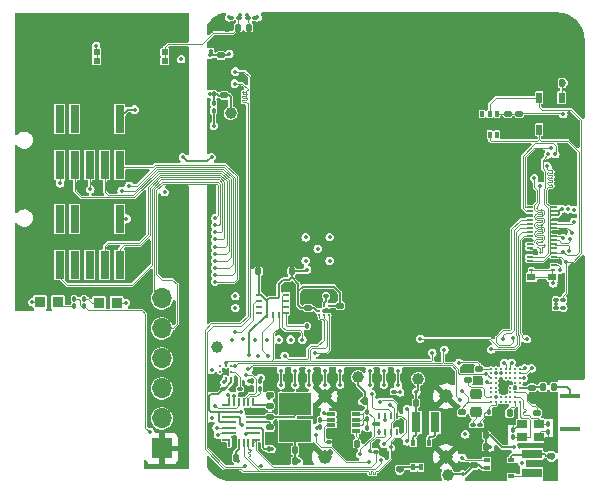
<source format=gtl>
%TF.GenerationSoftware,KiCad,Pcbnew,7.0.1*%
%TF.CreationDate,2024-02-26T17:05:23+01:00*%
%TF.ProjectId,armband,61726d62-616e-4642-9e6b-696361645f70,rev?*%
%TF.SameCoordinates,Original*%
%TF.FileFunction,Copper,L1,Top*%
%TF.FilePolarity,Positive*%
%FSLAX46Y46*%
G04 Gerber Fmt 4.6, Leading zero omitted, Abs format (unit mm)*
G04 Created by KiCad (PCBNEW 7.0.1) date 2024-02-26 17:05:23*
%MOMM*%
%LPD*%
G01*
G04 APERTURE LIST*
G04 Aperture macros list*
%AMRoundRect*
0 Rectangle with rounded corners*
0 $1 Rounding radius*
0 $2 $3 $4 $5 $6 $7 $8 $9 X,Y pos of 4 corners*
0 Add a 4 corners polygon primitive as box body*
4,1,4,$2,$3,$4,$5,$6,$7,$8,$9,$2,$3,0*
0 Add four circle primitives for the rounded corners*
1,1,$1+$1,$2,$3*
1,1,$1+$1,$4,$5*
1,1,$1+$1,$6,$7*
1,1,$1+$1,$8,$9*
0 Add four rect primitives between the rounded corners*
20,1,$1+$1,$2,$3,$4,$5,0*
20,1,$1+$1,$4,$5,$6,$7,0*
20,1,$1+$1,$6,$7,$8,$9,0*
20,1,$1+$1,$8,$9,$2,$3,0*%
G04 Aperture macros list end*
%TA.AperFunction,SMDPad,CuDef*%
%ADD10RoundRect,0.140000X0.170000X-0.140000X0.170000X0.140000X-0.170000X0.140000X-0.170000X-0.140000X0*%
%TD*%
%TA.AperFunction,SMDPad,CuDef*%
%ADD11RoundRect,0.140000X-0.170000X0.140000X-0.170000X-0.140000X0.170000X-0.140000X0.170000X0.140000X0*%
%TD*%
%TA.AperFunction,ComponentPad*%
%ADD12R,1.700000X1.700000*%
%TD*%
%TA.AperFunction,ComponentPad*%
%ADD13O,1.700000X1.700000*%
%TD*%
%TA.AperFunction,SMDPad,CuDef*%
%ADD14RoundRect,0.100000X-0.100000X0.130000X-0.100000X-0.130000X0.100000X-0.130000X0.100000X0.130000X0*%
%TD*%
%TA.AperFunction,SMDPad,CuDef*%
%ADD15R,1.700000X0.400000*%
%TD*%
%TA.AperFunction,SMDPad,CuDef*%
%ADD16C,1.000000*%
%TD*%
%TA.AperFunction,SMDPad,CuDef*%
%ADD17R,0.250000X0.550000*%
%TD*%
%TA.AperFunction,SMDPad,CuDef*%
%ADD18R,0.200000X0.550000*%
%TD*%
%TA.AperFunction,SMDPad,CuDef*%
%ADD19R,0.600000X0.300000*%
%TD*%
%TA.AperFunction,SMDPad,CuDef*%
%ADD20RoundRect,0.140000X-0.140000X-0.170000X0.140000X-0.170000X0.140000X0.170000X-0.140000X0.170000X0*%
%TD*%
%TA.AperFunction,SMDPad,CuDef*%
%ADD21RoundRect,0.100000X0.130000X0.100000X-0.130000X0.100000X-0.130000X-0.100000X0.130000X-0.100000X0*%
%TD*%
%TA.AperFunction,SMDPad,CuDef*%
%ADD22RoundRect,0.100000X0.100000X-0.130000X0.100000X0.130000X-0.100000X0.130000X-0.100000X-0.130000X0*%
%TD*%
%TA.AperFunction,SMDPad,CuDef*%
%ADD23RoundRect,0.100000X-0.130000X-0.100000X0.130000X-0.100000X0.130000X0.100000X-0.130000X0.100000X0*%
%TD*%
%TA.AperFunction,SMDPad,CuDef*%
%ADD24R,0.550000X0.550000*%
%TD*%
%TA.AperFunction,SMDPad,CuDef*%
%ADD25RoundRect,0.218750X0.256250X-0.218750X0.256250X0.218750X-0.256250X0.218750X-0.256250X-0.218750X0*%
%TD*%
%TA.AperFunction,SMDPad,CuDef*%
%ADD26R,1.800000X0.800000*%
%TD*%
%TA.AperFunction,SMDPad,CuDef*%
%ADD27R,0.600000X0.350000*%
%TD*%
%TA.AperFunction,SMDPad,CuDef*%
%ADD28R,1.100000X1.700000*%
%TD*%
%TA.AperFunction,SMDPad,CuDef*%
%ADD29R,0.700000X0.300000*%
%TD*%
%TA.AperFunction,SMDPad,CuDef*%
%ADD30R,1.000000X1.700000*%
%TD*%
%TA.AperFunction,SMDPad,CuDef*%
%ADD31R,0.760000X2.400000*%
%TD*%
%TA.AperFunction,SMDPad,CuDef*%
%ADD32RoundRect,0.140000X0.140000X0.170000X-0.140000X0.170000X-0.140000X-0.170000X0.140000X-0.170000X0*%
%TD*%
%TA.AperFunction,SMDPad,CuDef*%
%ADD33R,1.200000X0.200000*%
%TD*%
%TA.AperFunction,SMDPad,CuDef*%
%ADD34R,0.700000X0.200000*%
%TD*%
%TA.AperFunction,SMDPad,CuDef*%
%ADD35R,0.200000X0.500000*%
%TD*%
%TA.AperFunction,SMDPad,CuDef*%
%ADD36R,0.200000X0.700000*%
%TD*%
%TA.AperFunction,SMDPad,CuDef*%
%ADD37C,0.290000*%
%TD*%
%TA.AperFunction,SMDPad,CuDef*%
%ADD38R,0.950000X0.950000*%
%TD*%
%TA.AperFunction,SMDPad,CuDef*%
%ADD39R,0.900000X0.800000*%
%TD*%
%TA.AperFunction,SMDPad,CuDef*%
%ADD40R,0.475000X0.250000*%
%TD*%
%TA.AperFunction,SMDPad,CuDef*%
%ADD41R,0.250000X0.475000*%
%TD*%
%TA.AperFunction,SMDPad,CuDef*%
%ADD42R,0.550000X0.900000*%
%TD*%
%TA.AperFunction,SMDPad,CuDef*%
%ADD43R,0.350000X0.600000*%
%TD*%
%TA.AperFunction,SMDPad,CuDef*%
%ADD44R,1.700000X1.100000*%
%TD*%
%TA.AperFunction,SMDPad,CuDef*%
%ADD45R,0.800000X1.800000*%
%TD*%
%TA.AperFunction,SMDPad,CuDef*%
%ADD46R,0.500000X0.200000*%
%TD*%
%TA.AperFunction,SMDPad,CuDef*%
%ADD47R,0.380000X0.280000*%
%TD*%
%TA.AperFunction,SMDPad,CuDef*%
%ADD48R,0.730000X0.600000*%
%TD*%
%TA.AperFunction,SMDPad,CuDef*%
%ADD49RoundRect,0.147500X0.147500X0.172500X-0.147500X0.172500X-0.147500X-0.172500X0.147500X-0.172500X0*%
%TD*%
%TA.AperFunction,SMDPad,CuDef*%
%ADD50R,2.800000X1.850000*%
%TD*%
%TA.AperFunction,SMDPad,CuDef*%
%ADD51C,0.250000*%
%TD*%
%TA.AperFunction,SMDPad,CuDef*%
%ADD52C,0.269000*%
%TD*%
%TA.AperFunction,SMDPad,CuDef*%
%ADD53R,0.300000X0.550000*%
%TD*%
%TA.AperFunction,ComponentPad*%
%ADD54C,1.150000*%
%TD*%
%TA.AperFunction,ViaPad*%
%ADD55C,0.350000*%
%TD*%
%TA.AperFunction,Conductor*%
%ADD56C,0.200000*%
%TD*%
%TA.AperFunction,Conductor*%
%ADD57C,0.090000*%
%TD*%
%TA.AperFunction,Conductor*%
%ADD58C,0.156464*%
%TD*%
G04 APERTURE END LIST*
D10*
%TO.P,C41,1*%
%TO.N,+1V8*%
X135100000Y-73010000D03*
%TO.P,C41,2*%
%TO.N,GND*%
X135100000Y-72050000D03*
%TD*%
D11*
%TO.P,C28,1*%
%TO.N,+3V3*%
X151984800Y-56540000D03*
%TO.P,C28,2*%
%TO.N,GND*%
X151984800Y-57500000D03*
%TD*%
D12*
%TO.P,J7,1,Pin_1*%
%TO.N,GND*%
X122700000Y-84900000D03*
D13*
%TO.P,J7,2,Pin_2*%
%TO.N,+3V3*%
X122700000Y-82360000D03*
%TO.P,J7,3,Pin_3*%
%TO.N,QSMP_SCL*%
X122700000Y-79820000D03*
%TO.P,J7,4,Pin_4*%
%TO.N,QSMP_SDA*%
X122700000Y-77280000D03*
%TO.P,J7,5,Pin_5*%
%TO.N,QSMP_RXD_DEBUG*%
X122700000Y-74740000D03*
%TO.P,J7,6,Pin_6*%
%TO.N,QSMP_TXD_DEBUG*%
X122700000Y-72200000D03*
%TD*%
D14*
%TO.P,R15,1*%
%TO.N,Net-(D1-A)*%
X116100000Y-72230000D03*
%TO.P,R15,2*%
%TO.N,Net-(IC5-VCC)*%
X116100000Y-72870000D03*
%TD*%
D15*
%TO.P,AE1,1,FEED*%
%TO.N,Net-(AE1-FEED)*%
X157264114Y-80465000D03*
%TO.P,AE1,2,PCB_Trace*%
%TO.N,unconnected-(AE1-PCB_Trace-Pad2)*%
X157264114Y-83215000D03*
%TD*%
D14*
%TO.P,C37,1*%
%TO.N,Net-(IC9-XC1)*%
X155400000Y-82845000D03*
%TO.P,C37,2*%
%TO.N,GND*%
X155400000Y-83485000D03*
%TD*%
D16*
%TO.P,TP3,1,1*%
%TO.N,VSYS*%
X146939000Y-87122000D03*
%TD*%
D17*
%TO.P,IC4,1,IO1*%
%TO.N,Net-(IC4-IO1)*%
X141099998Y-83472500D03*
D18*
%TO.P,IC4,2,IO2*%
%TO.N,Net-(IC4-IO2)*%
X141599998Y-83472500D03*
%TO.P,IC4,3,IO3*%
%TO.N,QSMP_USB_DP*%
X142099998Y-83472500D03*
D17*
%TO.P,IC4,4,N.C._1*%
%TO.N,unconnected-(IC4-N.C._1-Pad4)*%
X142599998Y-83472500D03*
D19*
%TO.P,IC4,5,GND*%
%TO.N,GND*%
X142749998Y-82797500D03*
D17*
%TO.P,IC4,6,IO4*%
%TO.N,QSMP_USB_DN*%
X142599998Y-82122500D03*
D18*
%TO.P,IC4,7,IO5*%
%TO.N,Net-(IC4-IO5)*%
X142099998Y-82122500D03*
%TO.P,IC4,8,IO6*%
%TO.N,Net-(IC4-IO6)*%
X141599998Y-82122500D03*
D17*
%TO.P,IC4,9,N.C._2*%
%TO.N,unconnected-(IC4-N.C._2-Pad9)*%
X141099998Y-82122500D03*
D19*
%TO.P,IC4,10,VCC*%
%TO.N,Net-(IC3-IN_1)*%
X140949998Y-82797500D03*
%TD*%
D20*
%TO.P,C16,1*%
%TO.N,+3V3*%
X144225998Y-81046500D03*
%TO.P,C16,2*%
%TO.N,GND*%
X145185998Y-81046500D03*
%TD*%
%TO.P,C7,1*%
%TO.N,+1V8*%
X130870000Y-69900000D03*
%TO.P,C7,2*%
%TO.N,GND*%
X131830000Y-69900000D03*
%TD*%
D21*
%TO.P,R1,1*%
%TO.N,+3V3*%
X130632600Y-48412400D03*
%TO.P,R1,2*%
%TO.N,QSMP_BOOT*%
X129992600Y-48412400D03*
%TD*%
%TO.P,C23,1*%
%TO.N,Net-(IC8-VDD)*%
X129325000Y-79847500D03*
%TO.P,C23,2*%
%TO.N,GND*%
X128685000Y-79847500D03*
%TD*%
D22*
%TO.P,R6,1*%
%TO.N,Net-(IC2-SDO)*%
X135000000Y-74520000D03*
%TO.P,R6,2*%
%TO.N,GND*%
X135000000Y-73880000D03*
%TD*%
D16*
%TO.P,TP1,1,1*%
%TO.N,QSMP_VBUS*%
X128524000Y-56515000D03*
%TD*%
D23*
%TO.P,R2,1*%
%TO.N,+3V3*%
X128559600Y-48412400D03*
%TO.P,R2,2*%
%TO.N,QSMP_NRST*%
X129199600Y-48412400D03*
%TD*%
D24*
%TO.P,SW2,1,A*%
%TO.N,GND*%
X120300000Y-51350000D03*
X120300000Y-52100000D03*
%TO.P,SW2,2,B*%
%TO.N,QSMP_NRST*%
X122950000Y-51350000D03*
X122950000Y-52100000D03*
%TD*%
D11*
%TO.P,C29,1*%
%TO.N,+3V3*%
X152950000Y-56540000D03*
%TO.P,C29,2*%
%TO.N,GND*%
X152950000Y-57500000D03*
%TD*%
D25*
%TO.P,L4,1*%
%TO.N,Net-(L4-Pad1)*%
X149300000Y-81832500D03*
%TO.P,L4,2*%
%TO.N,Net-(IC9-DCC)*%
X149300000Y-80257500D03*
%TD*%
D11*
%TO.P,C19,1*%
%TO.N,VSYS*%
X149170000Y-86320000D03*
%TO.P,C19,2*%
%TO.N,GND*%
X149170000Y-87280000D03*
%TD*%
D22*
%TO.P,C3,1*%
%TO.N,+3V3*%
X126847600Y-51300400D03*
%TO.P,C3,2*%
%TO.N,GND*%
X126847600Y-50660400D03*
%TD*%
D14*
%TO.P,R5,1*%
%TO.N,QSMP_VBUS*%
X127101600Y-55661600D03*
%TO.P,R5,2*%
%TO.N,Net-(IC1-USBA_VBUS)*%
X127101600Y-56301600D03*
%TD*%
D10*
%TO.P,C39,1*%
%TO.N,BT_ANT*%
X154039114Y-79755000D03*
%TO.P,C39,2*%
%TO.N,GND*%
X154039114Y-78795000D03*
%TD*%
D26*
%TO.P,L3,1*%
%TO.N,+1V8*%
X154025000Y-85350000D03*
%TO.P,L3,2*%
%TO.N,Net-(IC7-SW)*%
X154025000Y-86950000D03*
%TD*%
D11*
%TO.P,C40,1*%
%TO.N,+1V8*%
X137800000Y-72800000D03*
%TO.P,C40,2*%
%TO.N,GND*%
X137800000Y-73760000D03*
%TD*%
D22*
%TO.P,C38,1*%
%TO.N,Net-(IC9-XC2)*%
X152400000Y-83960000D03*
%TO.P,C38,2*%
%TO.N,GND*%
X152400000Y-83320000D03*
%TD*%
D27*
%TO.P,IC7,1,SW*%
%TO.N,Net-(IC7-SW)*%
X152300000Y-87200000D03*
%TO.P,IC7,2,MODE*%
%TO.N,GND*%
X152300000Y-86550000D03*
%TO.P,IC7,3,FB*%
%TO.N,+1V8*%
X152300000Y-85900000D03*
%TO.P,IC7,4,EN*%
%TO.N,QSMP_BUCK_1V8_EN*%
X150200000Y-85900000D03*
%TO.P,IC7,5,VIN*%
%TO.N,VSYS*%
X150200000Y-86550000D03*
%TO.P,IC7,6,GND*%
%TO.N,GND*%
X150200000Y-87200000D03*
D28*
%TO.P,IC7,7,EP*%
X151250000Y-86550000D03*
%TD*%
D21*
%TO.P,R11,1*%
%TO.N,Net-(IC4-IO1)*%
X142320000Y-80100000D03*
%TO.P,R11,2*%
%TO.N,GND*%
X141680000Y-80100000D03*
%TD*%
D16*
%TO.P,TP2,1,1*%
%TO.N,Net-(IC3-IN_1)*%
X139319000Y-78867000D03*
%TD*%
D29*
%TO.P,IC3,1,DVDT*%
%TO.N,Net-(IC3-DVDT)*%
X139154998Y-83447500D03*
%TO.P,IC3,2,EN/UVLO*%
%TO.N,Net-(IC3-EN{slash}UVLO)*%
X139154998Y-82947500D03*
%TO.P,IC3,3,IN_1*%
%TO.N,Net-(IC3-IN_1)*%
X139154998Y-82447500D03*
%TO.P,IC3,4,IN_2*%
X139154998Y-81947500D03*
%TO.P,IC3,5,OUT*%
%TO.N,QSMP_VBUS*%
X137054998Y-81947500D03*
%TO.P,IC3,6,~{FLT}*%
%TO.N,/supply/VIN_FAULT*%
X137054998Y-82447500D03*
%TO.P,IC3,7,ILM*%
%TO.N,Net-(IC3-ILM)*%
X137054998Y-82947500D03*
%TO.P,IC3,8,GND_1*%
%TO.N,GND*%
X137054998Y-83447500D03*
D30*
%TO.P,IC3,9,GND_2*%
X138104998Y-82697500D03*
%TD*%
D14*
%TO.P,C32,1*%
%TO.N,DEC4*%
X150400000Y-81800000D03*
%TO.P,C32,2*%
%TO.N,GND*%
X150400000Y-82440000D03*
%TD*%
D23*
%TO.P,R3,1*%
%TO.N,+3V3*%
X156060000Y-73000000D03*
%TO.P,R3,2*%
%TO.N,QSMP_SCL*%
X156700000Y-73000000D03*
%TD*%
D31*
%TO.P,J6,1,Pin_1*%
%TO.N,+3V3*%
X119150000Y-57000000D03*
%TO.P,J6,2,Pin_2*%
%TO.N,JTAG_TMS*%
X119150000Y-60900000D03*
%TO.P,J6,3,Pin_3*%
%TO.N,GND*%
X117880000Y-57000000D03*
%TO.P,J6,4,Pin_4*%
%TO.N,JTAG_TCK*%
X117880000Y-60900000D03*
%TO.P,J6,5,Pin_5*%
%TO.N,GND*%
X116610000Y-57000000D03*
%TO.P,J6,6,Pin_6*%
%TO.N,JTAG_TDO*%
X116610000Y-60900000D03*
%TO.P,J6,7,Pin_7*%
%TO.N,unconnected-(J6-Pin_7-Pad7)*%
X115340000Y-57000000D03*
%TO.P,J6,8,Pin_8*%
%TO.N,JTAG_TDI*%
X115340000Y-60900000D03*
%TO.P,J6,9,Pin_9*%
%TO.N,unconnected-(J6-Pin_9-Pad9)*%
X114070000Y-57000000D03*
%TO.P,J6,10,Pin_10*%
%TO.N,JTAG_NRST*%
X114070000Y-60900000D03*
%TD*%
D16*
%TO.P,TP9,1,1*%
%TO.N,GND*%
X128524000Y-58547000D03*
%TD*%
D11*
%TO.P,C33,1*%
%TO.N,Net-(IC9-VDD_1)*%
X148100000Y-81852500D03*
%TO.P,C33,2*%
%TO.N,GND*%
X148100000Y-82812500D03*
%TD*%
D22*
%TO.P,C5,1*%
%TO.N,QSMP_VBUS*%
X127101600Y-54879200D03*
%TO.P,C5,2*%
%TO.N,GND*%
X127101600Y-54239200D03*
%TD*%
D24*
%TO.P,SW1,1,A*%
%TO.N,GND*%
X114525000Y-51350000D03*
X114525000Y-52100000D03*
%TO.P,SW1,2,B*%
%TO.N,QSMP_BOOT*%
X117175000Y-51350000D03*
X117175000Y-52100000D03*
%TD*%
D10*
%TO.P,C17,1*%
%TO.N,VBAT+*%
X131850000Y-80377500D03*
%TO.P,C17,2*%
%TO.N,GND*%
X131850000Y-79417500D03*
%TD*%
D32*
%TO.P,C18,1*%
%TO.N,Net-(IC5-VCC)*%
X128980000Y-85700000D03*
%TO.P,C18,2*%
%TO.N,GND*%
X128020000Y-85700000D03*
%TD*%
D20*
%TO.P,C1,1*%
%TO.N,QSMP_BOOT*%
X130076000Y-49276000D03*
%TO.P,C1,2*%
%TO.N,GND*%
X131036000Y-49276000D03*
%TD*%
D33*
%TO.P,IC5,1,CC1*%
%TO.N,Net-(IC4-IO1)*%
X130423800Y-83597500D03*
%TO.P,IC5,2,IN*%
%TO.N,QSMP_VBUS*%
X130423800Y-83147500D03*
%TO.P,IC5,3,PMID*%
%TO.N,Net-(IC5-PMID)*%
X130423800Y-82697500D03*
%TO.P,IC5,4,SW*%
%TO.N,Net-(IC5-SW)*%
X130423800Y-82247500D03*
%TO.P,IC5,5,PGND*%
%TO.N,GND*%
X130423800Y-81797500D03*
D34*
%TO.P,IC5,6,BST*%
%TO.N,Net-(IC5-BST)*%
X130673800Y-81247500D03*
D35*
X130423800Y-80897500D03*
D36*
%TO.P,IC5,7,VRNTC*%
%TO.N,Net-(IC5-VRNTC)*%
X130023800Y-80997500D03*
%TO.P,IC5,8,~{INT}*%
%TO.N,MP2722_INT*%
X129623800Y-80997500D03*
%TO.P,IC5,9,PG/_NTC2*%
%TO.N,Net-(D1-K)*%
X129223800Y-80997500D03*
%TO.P,IC5,10,NTC1*%
%TO.N,TH_BAT*%
X128823800Y-80997500D03*
D35*
%TO.P,IC5,11,STAT/_IB*%
%TO.N,Net-(D2-K)*%
X128423800Y-80897500D03*
D34*
X128173800Y-81247500D03*
D33*
%TO.P,IC5,12,BATTSNS*%
%TO.N,VBAT+*%
X128423800Y-81797500D03*
%TO.P,IC5,13,SYS*%
%TO.N,VSYS*%
X128423800Y-82247500D03*
%TO.P,IC5,14,BATT*%
%TO.N,VBAT+*%
X128423800Y-82697500D03*
%TO.P,IC5,15,SDA*%
%TO.N,QSMP_SDA*%
X128423800Y-83147500D03*
%TO.P,IC5,16,SCL*%
%TO.N,QSMP_SCL*%
X128423800Y-83597500D03*
D35*
%TO.P,IC5,17,~{RST}*%
%TO.N,unconnected-(IC5-~{RST}-Pad17)*%
X128423800Y-84497500D03*
D34*
X128173800Y-84147500D03*
D36*
%TO.P,IC5,18,AGND*%
%TO.N,GND*%
X128823800Y-84397500D03*
%TO.P,IC5,19,VCC*%
%TO.N,Net-(IC5-VCC)*%
X129223800Y-84397500D03*
%TO.P,IC5,20,D-*%
%TO.N,QSMP_USB_DN*%
X129623800Y-84397500D03*
%TO.P,IC5,21,D+*%
%TO.N,QSMP_USB_DP*%
X130023800Y-84397500D03*
D34*
%TO.P,IC5,22,CC2*%
%TO.N,Net-(IC4-IO2)*%
X130673800Y-84147500D03*
D35*
X130423800Y-84497500D03*
%TD*%
D37*
%TO.P,IC8,A1,GPOUT*%
%TO.N,/supply/GASG_GPOUT*%
X127600000Y-77897500D03*
%TO.P,IC8,A2,SDA*%
%TO.N,QSMP_SDA*%
X128100000Y-77897500D03*
%TO.P,IC8,A3,SCL*%
%TO.N,QSMP_SCL*%
X128600000Y-77897500D03*
%TO.P,IC8,B1,BIN*%
%TO.N,/supply/GASG_BIN*%
X127600000Y-78397500D03*
%TO.P,IC8,B2,VSS_1*%
%TO.N,GND*%
X128100000Y-78397500D03*
%TO.P,IC8,B3,VDD*%
%TO.N,Net-(IC8-VDD)*%
X128600000Y-78397500D03*
%TO.P,IC8,C1,VSS_2*%
%TO.N,GND*%
X127600000Y-78897500D03*
%TO.P,IC8,C2,SRX*%
%TO.N,VSYS*%
X128100000Y-78897500D03*
%TO.P,IC8,C3,BAT*%
%TO.N,VBAT+*%
X128600000Y-78897500D03*
%TD*%
D11*
%TO.P,C20,1*%
%TO.N,+1V8*%
X155675000Y-85495000D03*
%TO.P,C20,2*%
%TO.N,GND*%
X155675000Y-86455000D03*
%TD*%
D22*
%TO.P,R8,1*%
%TO.N,+3V3*%
X136094998Y-83117500D03*
%TO.P,R8,2*%
%TO.N,/supply/VIN_FAULT*%
X136094998Y-82477500D03*
%TD*%
D38*
%TO.P,D2,1,K*%
%TO.N,Net-(D2-K)*%
X112400000Y-72500000D03*
%TO.P,D2,2,A*%
%TO.N,Net-(D2-A)*%
X113900000Y-72500000D03*
%TD*%
D16*
%TO.P,TP6,1,1*%
%TO.N,VBAT+*%
X127381000Y-76327000D03*
%TD*%
D14*
%TO.P,R7,1*%
%TO.N,Net-(IC3-IN_1)*%
X140104998Y-81777500D03*
%TO.P,R7,2*%
%TO.N,Net-(IC3-EN{slash}UVLO)*%
X140104998Y-82417500D03*
%TD*%
D39*
%TO.P,Y2,1,1*%
%TO.N,Net-(IC9-XC2)*%
X153200000Y-83950000D03*
%TO.P,Y2,2,2*%
%TO.N,GND*%
X154600000Y-83950000D03*
%TO.P,Y2,3,3*%
%TO.N,Net-(IC9-XC1)*%
X154600000Y-82850000D03*
%TO.P,Y2,4,4*%
%TO.N,GND*%
X153200000Y-82850000D03*
%TD*%
D32*
%TO.P,C14,1*%
%TO.N,VSYS*%
X133980000Y-85997500D03*
%TO.P,C14,2*%
%TO.N,GND*%
X133020000Y-85997500D03*
%TD*%
%TO.P,C26,1*%
%TO.N,+3V3*%
X150180000Y-83800000D03*
%TO.P,C26,2*%
%TO.N,GND*%
X149220000Y-83800000D03*
%TD*%
D23*
%TO.P,R4,1*%
%TO.N,+3V3*%
X156060000Y-72300000D03*
%TO.P,R4,2*%
%TO.N,QSMP_SDA*%
X156700000Y-72300000D03*
%TD*%
D16*
%TO.P,TP10,1,1*%
%TO.N,GND*%
X127381000Y-73152000D03*
%TD*%
D40*
%TO.P,IC2,1,SDO*%
%TO.N,Net-(IC2-SDO)*%
X133250000Y-73400000D03*
%TO.P,IC2,2,NC_1*%
%TO.N,unconnected-(IC2-NC_1-Pad2)*%
X133250000Y-72900000D03*
%TO.P,IC2,3,NC_2*%
%TO.N,unconnected-(IC2-NC_2-Pad3)*%
X133250000Y-72400000D03*
%TO.P,IC2,4,INT1*%
%TO.N,BMI_INT1*%
X133250000Y-71900000D03*
D41*
%TO.P,IC2,5,VDDIO*%
%TO.N,+1V8*%
X132587000Y-71737000D03*
%TO.P,IC2,6,GNDIO*%
%TO.N,GND*%
X132087000Y-71737000D03*
%TO.P,IC2,7,GND*%
X131587000Y-71737000D03*
D40*
%TO.P,IC2,8,VDD*%
%TO.N,+1V8*%
X130924000Y-71900000D03*
%TO.P,IC2,9,INT2*%
%TO.N,BMI_INT2*%
X130924000Y-72400000D03*
%TO.P,IC2,10,NC_3*%
%TO.N,unconnected-(IC2-NC_3-Pad10)*%
X130924000Y-72900000D03*
%TO.P,IC2,11,NC_4*%
%TO.N,unconnected-(IC2-NC_4-Pad11)*%
X130924000Y-73400000D03*
D41*
%TO.P,IC2,12,CSB*%
%TO.N,+1V8*%
X131587000Y-73563000D03*
%TO.P,IC2,13,SCX*%
%TO.N,QSMP_SCL*%
X132087000Y-73563000D03*
%TO.P,IC2,14,SDX*%
%TO.N,QSMP_SDA*%
X132587000Y-73563000D03*
%TD*%
D32*
%TO.P,C10,1*%
%TO.N,Net-(IC3-DVDT)*%
X139234998Y-84497500D03*
%TO.P,C10,2*%
%TO.N,GND*%
X138274998Y-84497500D03*
%TD*%
D21*
%TO.P,C42,1*%
%TO.N,Net-(U3-CRST)*%
X136620000Y-71980000D03*
%TO.P,C42,2*%
%TO.N,GND*%
X135980000Y-71980000D03*
%TD*%
D32*
%TO.P,C30,1*%
%TO.N,+3V3*%
X156580000Y-53950000D03*
%TO.P,C30,2*%
%TO.N,GND*%
X155620000Y-53950000D03*
%TD*%
%TO.P,C2,1*%
%TO.N,QSMP_NRST*%
X129156400Y-49276000D03*
%TO.P,C2,2*%
%TO.N,GND*%
X128196400Y-49276000D03*
%TD*%
D14*
%TO.P,R9,1*%
%TO.N,Net-(IC3-EN{slash}UVLO)*%
X140104998Y-83177500D03*
%TO.P,R9,2*%
%TO.N,GND*%
X140104998Y-83817500D03*
%TD*%
D21*
%TO.P,C22,1*%
%TO.N,VBAT+*%
X127920000Y-79847500D03*
%TO.P,C22,2*%
%TO.N,GND*%
X127280000Y-79847500D03*
%TD*%
D42*
%TO.P,IC10,1,SCL_/INT*%
%TO.N,QSMP_SCL*%
X154650000Y-57900000D03*
%TO.P,IC10,2,GND*%
%TO.N,GND*%
X155600000Y-57900000D03*
%TO.P,IC10,3,GND_2*%
X156550000Y-57900000D03*
%TO.P,IC10,4,VDD*%
%TO.N,+3V3*%
X156550000Y-55200000D03*
%TO.P,IC10,5,GND_3*%
%TO.N,GND*%
X155600000Y-55200000D03*
%TO.P,IC10,6,SDA*%
%TO.N,QSMP_SDA*%
X154650000Y-55200000D03*
%TD*%
D43*
%TO.P,IC6,1,SW*%
%TO.N,Net-(IC6-SW)*%
X145299998Y-84397500D03*
%TO.P,IC6,2,MODE*%
%TO.N,GND*%
X144649998Y-84397500D03*
%TO.P,IC6,3,FB*%
%TO.N,+3V3*%
X143999998Y-84397500D03*
%TO.P,IC6,4,EN*%
%TO.N,VSYS*%
X143999998Y-86497500D03*
%TO.P,IC6,5,VIN*%
X144649998Y-86497500D03*
%TO.P,IC6,6,GND*%
%TO.N,GND*%
X145299998Y-86497500D03*
D44*
%TO.P,IC6,7,EP*%
X144649998Y-85447500D03*
%TD*%
D22*
%TO.P,R13,1*%
%TO.N,Net-(IC5-VRNTC)*%
X131000000Y-79867500D03*
%TO.P,R13,2*%
%TO.N,TH_BAT*%
X131000000Y-79227500D03*
%TD*%
D23*
%TO.P,R10,1*%
%TO.N,Net-(IC3-ILM)*%
X136814998Y-84347500D03*
%TO.P,R10,2*%
%TO.N,GND*%
X137454998Y-84347500D03*
%TD*%
D32*
%TO.P,C27,1*%
%TO.N,+3V3*%
X150185000Y-84750000D03*
%TO.P,C27,2*%
%TO.N,GND*%
X149225000Y-84750000D03*
%TD*%
D45*
%TO.P,L2,1*%
%TO.N,+3V3*%
X144208198Y-82697500D03*
%TO.P,L2,2*%
%TO.N,Net-(IC6-SW)*%
X145808198Y-82697500D03*
%TD*%
D10*
%TO.P,C4,1*%
%TO.N,+3V3*%
X127711200Y-51612800D03*
%TO.P,C4,2*%
%TO.N,GND*%
X127711200Y-50652800D03*
%TD*%
D21*
%TO.P,L5,1*%
%TO.N,DEC4*%
X149670000Y-82895000D03*
%TO.P,L5,2*%
%TO.N,Net-(L4-Pad1)*%
X149030000Y-82895000D03*
%TD*%
D10*
%TO.P,C31,1*%
%TO.N,Net-(IC9-DEC1)*%
X148625000Y-79120000D03*
%TO.P,C31,2*%
%TO.N,GND*%
X148625000Y-78160000D03*
%TD*%
D46*
%TO.P,J3,1,VCI_EN*%
%TO.N,QSMP_LCD_EN*%
X155932587Y-69365000D03*
D47*
%TO.P,J3,2,GND*%
%TO.N,GND*%
X153982587Y-64030000D03*
D48*
X153997587Y-63440000D03*
X155767587Y-63440000D03*
D47*
X155782587Y-64030000D03*
D46*
X155932587Y-69015000D03*
%TO.P,J3,3,TP_12C_SDA*%
%TO.N,QSMP_SDA*%
X155932587Y-68665000D03*
%TO.P,J3,4,TP_12C_SCL*%
%TO.N,QSMP_SCL*%
X155932587Y-68315000D03*
%TO.P,J3,5,NC*%
%TO.N,Net-(J3-NC-Pad15)*%
X155932587Y-67965000D03*
%TO.P,J3,6,TP_RST*%
%TO.N,TP_RST*%
X155932587Y-67615000D03*
%TO.P,J3,7,TP_INT*%
%TO.N,TP_INT*%
X155932587Y-67265000D03*
%TO.P,J3,8,TP_VDD*%
%TO.N,+3V3*%
X155932587Y-66915000D03*
%TO.P,J3,9,GND*%
%TO.N,GND*%
X155932587Y-66565000D03*
%TO.P,J3,10,LCD_RST*%
%TO.N,LCD_RST*%
X155932587Y-66215000D03*
%TO.P,J3,11,LCD_TE*%
%TO.N,LCD_TE*%
X155932587Y-65865000D03*
%TO.P,J3,12,GND*%
%TO.N,GND*%
X155932587Y-65515000D03*
%TO.P,J3,13,VIO18*%
%TO.N,+1V8*%
X155932587Y-65165000D03*
%TO.P,J3,14,VIO18*%
X155932587Y-64815000D03*
%TO.P,J3,15,NC*%
%TO.N,Net-(J3-NC-Pad15)*%
X155932587Y-64465000D03*
%TO.P,J3,16,NFC_ANT2*%
%TO.N,NFC_ANT1*%
X153832587Y-64465000D03*
%TO.P,J3,17,NFC_ANT1*%
%TO.N,NFC_ANT2*%
X153832587Y-64815000D03*
%TO.P,J3,18,GND*%
%TO.N,GND*%
X153832587Y-65165000D03*
%TO.P,J3,19,SPI_SDO*%
%TO.N,QSMP_MISO*%
X153832587Y-65515000D03*
%TO.P,J3,20,SPI_SDI*%
%TO.N,QSMP_MOSI*%
X153832587Y-65865000D03*
%TO.P,J3,21,SPI_DCX*%
%TO.N,QSMP_DCX*%
X153832587Y-66215000D03*
%TO.P,J3,22,SPI_CLK*%
%TO.N,QSMP_SCK*%
X153832587Y-66565000D03*
%TO.P,J3,23,SPI_CS*%
%TO.N,QSMP_SS*%
X153832587Y-66915000D03*
%TO.P,J3,24,GND*%
%TO.N,GND*%
X153832587Y-67265000D03*
%TO.P,J3,25,MIPI_CLKP*%
%TO.N,QSMP_DSI_CLKP*%
X153832587Y-67615000D03*
%TO.P,J3,26,MIPI_CLKN*%
%TO.N,QSMP_DSI_CLKN*%
X153832587Y-67965000D03*
%TO.P,J3,27,GND*%
%TO.N,GND*%
X153832587Y-68315000D03*
%TO.P,J3,28,MIPI_DOP*%
%TO.N,QSMP_DSI_D0P*%
X153832587Y-68665000D03*
%TO.P,J3,29,MIPI_DON*%
%TO.N,QSMP_DSI_D0N*%
X153832587Y-69015000D03*
%TO.P,J3,30,GND*%
%TO.N,GND*%
X153832587Y-69365000D03*
D47*
%TO.P,J3,31,VPH_PWR*%
%TO.N,+3V3*%
X153982587Y-69800000D03*
D48*
X153997587Y-70390000D03*
X155767587Y-70390000D03*
D47*
X155782587Y-69800000D03*
%TD*%
D22*
%TO.P,R16,1*%
%TO.N,Net-(D2-A)*%
X115300000Y-72870000D03*
%TO.P,R16,2*%
%TO.N,Net-(IC5-VCC)*%
X115300000Y-72230000D03*
%TD*%
D49*
%TO.P,L6,1*%
%TO.N,Net-(AE1-FEED)*%
X155924114Y-79700000D03*
%TO.P,L6,2*%
%TO.N,BT_ANT*%
X154954114Y-79700000D03*
%TD*%
D10*
%TO.P,C36,1*%
%TO.N,DEC3*%
X154500000Y-81855000D03*
%TO.P,C36,2*%
%TO.N,GND*%
X154500000Y-80895000D03*
%TD*%
D32*
%TO.P,C35,1*%
%TO.N,DEC2*%
X152155000Y-81895000D03*
%TO.P,C35,2*%
%TO.N,GND*%
X151195000Y-81895000D03*
%TD*%
D16*
%TO.P,TP8,1,1*%
%TO.N,GND*%
X146431000Y-78994000D03*
%TD*%
D32*
%TO.P,C9,1*%
%TO.N,Net-(IC3-IN_1)*%
X139934998Y-80897500D03*
%TO.P,C9,2*%
%TO.N,GND*%
X138974998Y-80897500D03*
%TD*%
D10*
%TO.P,C12,1*%
%TO.N,Net-(IC5-SW)*%
X131850000Y-82227500D03*
%TO.P,C12,2*%
%TO.N,Net-(IC5-BST)*%
X131850000Y-81267500D03*
%TD*%
D50*
%TO.P,L1,1*%
%TO.N,Net-(IC5-SW)*%
X134000000Y-81097500D03*
%TO.P,L1,2*%
%TO.N,VSYS*%
X134000000Y-83397500D03*
%TD*%
D51*
%TO.P,IC9,A1,XC2*%
%TO.N,Net-(IC9-XC2)*%
X153012114Y-80939052D03*
%TO.P,IC9,A2,DEC2*%
%TO.N,DEC2*%
X152612114Y-80939052D03*
%TO.P,IC9,A3,P0.28_/AIN4*%
%TO.N,unconnected-(IC9-P0.28_{slash}AIN4-PadA3)*%
X152212114Y-80939052D03*
%TO.P,IC9,A4,P0.29_/AIN5*%
%TO.N,unconnected-(IC9-P0.29_{slash}AIN5-PadA4)*%
X151812114Y-80939052D03*
%TO.P,IC9,A5,P0.30/AIN6*%
%TO.N,unconnected-(IC9-P0.30{slash}AIN6-PadA5)*%
X151412114Y-80939052D03*
%TO.P,IC9,A6,DEC4*%
%TO.N,DEC4*%
X151012114Y-80939052D03*
%TO.P,IC9,A7,VDD_1*%
%TO.N,Net-(IC9-VDD_1)*%
X150612114Y-80939052D03*
%TO.P,IC9,B2,XC1*%
%TO.N,Net-(IC9-XC1)*%
X152612114Y-80539052D03*
%TO.P,IC9,B3,P0.25*%
%TO.N,unconnected-(IC9-P0.25-PadB3)*%
X152212114Y-80539052D03*
%TO.P,IC9,B4,P0.27*%
%TO.N,unconnected-(IC9-P0.27-PadB4)*%
X151812114Y-80539052D03*
%TO.P,IC9,B5,P0.31_/AIN7*%
%TO.N,unconnected-(IC9-P0.31_{slash}AIN7-PadB5)*%
X151412114Y-80539052D03*
%TO.P,IC9,B6,DCC*%
%TO.N,Net-(IC9-DCC)*%
X151012114Y-80539052D03*
%TO.P,IC9,B7,DEC1*%
%TO.N,Net-(IC9-DEC1)*%
X150612114Y-80539052D03*
%TO.P,IC9,C2,DEC3*%
%TO.N,DEC3*%
X152612114Y-80139052D03*
%TO.P,IC9,C3,NC*%
%TO.N,unconnected-(IC9-NC-PadC3)*%
X152212114Y-80139052D03*
%TO.P,IC9,C4,VSS_1*%
%TO.N,GND*%
X151812114Y-80139052D03*
%TO.P,IC9,C5,VSS_2*%
X151412114Y-80139052D03*
%TO.P,IC9,C6,P0.02_/AIN0*%
%TO.N,unconnected-(IC9-P0.02_{slash}AIN0-PadC6)*%
X151012114Y-80139052D03*
%TO.P,IC9,C7,P0.01/XL2*%
%TO.N,unconnected-(IC9-P0.01{slash}XL2-PadC7)*%
X150612114Y-80139052D03*
%TO.P,IC9,D1,ANT*%
%TO.N,BT_ANT*%
X153012114Y-79739052D03*
%TO.P,IC9,D2,VSS_PA*%
%TO.N,GND*%
X152612114Y-79739052D03*
%TO.P,IC9,D3,P0.26*%
%TO.N,unconnected-(IC9-P0.26-PadD3)*%
X152212114Y-79739052D03*
%TO.P,IC9,D6,P0.03_/AIN1*%
%TO.N,unconnected-(IC9-P0.03_{slash}AIN1-PadD6)*%
X151012114Y-79739052D03*
%TO.P,IC9,D7,P0.00_/XL1*%
%TO.N,unconnected-(IC9-P0.00_{slash}XL1-PadD7)*%
X150612114Y-79739052D03*
%TO.P,IC9,E1,P0.24*%
%TO.N,unconnected-(IC9-P0.24-PadE1)*%
X153012114Y-79339052D03*
%TO.P,IC9,E2,P0.23*%
%TO.N,unconnected-(IC9-P0.23-PadE2)*%
X152612114Y-79339052D03*
%TO.P,IC9,E3,VSS_3*%
%TO.N,GND*%
X152212114Y-79339052D03*
%TO.P,IC9,E6,P0.04_/AIN2*%
%TO.N,unconnected-(IC9-P0.04_{slash}AIN2-PadE6)*%
X151012114Y-79339052D03*
%TO.P,IC9,E7,P0.05/_AIN3*%
%TO.N,QSMP_SDA*%
X150612114Y-79339052D03*
%TO.P,IC9,F1,SWDCLK*%
%TO.N,NRF_SWCLK*%
X153012114Y-78939052D03*
%TO.P,IC9,F2,P0.22*%
%TO.N,unconnected-(IC9-P0.22-PadF2)*%
X152612114Y-78939052D03*
%TO.P,IC9,F3,P0.19*%
%TO.N,unconnected-(IC9-P0.19-PadF3)*%
X152212114Y-78939052D03*
%TO.P,IC9,F4,P0.11*%
%TO.N,unconnected-(IC9-P0.11-PadF4)*%
X151812114Y-78939052D03*
%TO.P,IC9,F5,VSS_4*%
%TO.N,GND*%
X151412114Y-78939052D03*
%TO.P,IC9,F6,P0.07*%
%TO.N,unconnected-(IC9-P0.07-PadF6)*%
X151012114Y-78939052D03*
%TO.P,IC9,F7,P0.06*%
%TO.N,QSMP_SCL*%
X150612114Y-78939052D03*
%TO.P,IC9,G1,SWDIO*%
%TO.N,NRF_SWDIO*%
X153012114Y-78539052D03*
%TO.P,IC9,G2,P0.20/TRACECLK*%
%TO.N,unconnected-(IC9-P0.20{slash}TRACECLK-PadG2)*%
X152612114Y-78539052D03*
%TO.P,IC9,G3,P0.17*%
%TO.N,unconnected-(IC9-P0.17-PadG3)*%
X152212114Y-78539052D03*
%TO.P,IC9,G4,P0.13*%
%TO.N,unconnected-(IC9-P0.13-PadG4)*%
X151812114Y-78539052D03*
%TO.P,IC9,G5,NFC2_/P0.10*%
%TO.N,NFC_ANT2*%
X151412114Y-78539052D03*
%TO.P,IC9,G6,NFC1/P0.09*%
%TO.N,NFC_ANT1*%
X151012114Y-78539052D03*
%TO.P,IC9,G7,P0.08*%
%TO.N,unconnected-(IC9-P0.08-PadG7)*%
X150612114Y-78539052D03*
%TO.P,IC9,H1,P0.21_/NRESET*%
%TO.N,NRF_NRST*%
X153012114Y-78139052D03*
%TO.P,IC9,H2,P0.18_/TRACEDATA[0]*%
%TO.N,unconnected-(IC9-P0.18_{slash}TRACEDATA[0]-PadH2)*%
X152612114Y-78139052D03*
%TO.P,IC9,H3,P0.16_/TRACEDATA[1]*%
%TO.N,QSMP_TXD_NRF*%
X152212114Y-78139052D03*
%TO.P,IC9,H4,P0.15/TRACEDATA[2]*%
%TO.N,QSMP_RXD_NRF*%
X151812114Y-78139052D03*
%TO.P,IC9,H5,P0.14/TRACEDATA[3]*%
%TO.N,unconnected-(IC9-P0.14{slash}TRACEDATA[3]-PadH5)*%
X151412114Y-78139052D03*
%TO.P,IC9,H6,P0.12*%
%TO.N,unconnected-(IC9-P0.12-PadH6)*%
X151012114Y-78139052D03*
%TO.P,IC9,H7,VDD_2*%
%TO.N,Net-(IC9-VDD_1)*%
X150612114Y-78139052D03*
%TD*%
D52*
%TO.P,U3,A1,INT*%
%TO.N,BMM350_INT*%
X136850000Y-73630000D03*
%TO.P,U3,A2,SDA*%
%TO.N,QSMP_SDA*%
X136450000Y-73630000D03*
%TO.P,U3,A3,SCK*%
%TO.N,QSMP_SCL*%
X136050000Y-73630000D03*
%TO.P,U3,B1,GND*%
%TO.N,GND*%
X136850000Y-73230000D03*
%TO.P,U3,B2,ADSEL*%
X136450000Y-73230000D03*
%TO.P,U3,B3,VDDIO*%
%TO.N,+1V8*%
X136050000Y-73230000D03*
%TO.P,U3,C1,VDD*%
X136850000Y-72830000D03*
%TO.P,U3,C2,CRST*%
%TO.N,Net-(U3-CRST)*%
X136450000Y-72830000D03*
%TO.P,U3,C3,BYPASS*%
%TO.N,GND*%
X136050000Y-72830000D03*
%TD*%
D32*
%TO.P,C8,1*%
%TO.N,+1V8*%
X133710000Y-69900000D03*
%TO.P,C8,2*%
%TO.N,GND*%
X132750000Y-69900000D03*
%TD*%
D10*
%TO.P,C6,1*%
%TO.N,QSMP_VBUS*%
X127965200Y-54988400D03*
%TO.P,C6,2*%
%TO.N,GND*%
X127965200Y-54028400D03*
%TD*%
D16*
%TO.P,TP11,1,1*%
%TO.N,GND*%
X139319000Y-76327000D03*
%TD*%
D23*
%TO.P,R12,1*%
%TO.N,Net-(IC4-IO2)*%
X140805000Y-85175000D03*
%TO.P,R12,2*%
%TO.N,GND*%
X141445000Y-85175000D03*
%TD*%
D53*
%TO.P,U2,1,GND*%
%TO.N,GND*%
X149800000Y-58325000D03*
%TO.P,U2,2,SDA*%
%TO.N,QSMP_SCL*%
X150450000Y-58325000D03*
%TO.P,U2,3,NC*%
%TO.N,unconnected-(U2-NC-Pad3)*%
X151100000Y-58325000D03*
%TO.P,U2,4,VDD*%
%TO.N,+3V3*%
X151100000Y-56575000D03*
%TO.P,U2,5,SCL*%
%TO.N,QSMP_SDA*%
X150450000Y-56575000D03*
%TO.P,U2,6,NC*%
%TO.N,unconnected-(U2-NC-Pad6)*%
X149800000Y-56575000D03*
%TD*%
D11*
%TO.P,C21,1*%
%TO.N,Net-(IC5-PMID)*%
X131850000Y-83117500D03*
%TO.P,C21,2*%
%TO.N,GND*%
X131850000Y-84077500D03*
%TD*%
D14*
%TO.P,C11,1*%
%TO.N,QSMP_VBUS*%
X131750000Y-84922500D03*
%TO.P,C11,2*%
%TO.N,GND*%
X131750000Y-85562500D03*
%TD*%
D16*
%TO.P,TP4,1,1*%
%TO.N,+3V3*%
X144399000Y-78994000D03*
%TD*%
D32*
%TO.P,C13,1*%
%TO.N,VSYS*%
X133980000Y-85047500D03*
%TO.P,C13,2*%
%TO.N,GND*%
X133020000Y-85047500D03*
%TD*%
D10*
%TO.P,C15,1*%
%TO.N,VSYS*%
X142849998Y-86627500D03*
%TO.P,C15,2*%
%TO.N,GND*%
X142849998Y-85667500D03*
%TD*%
%TO.P,C34,1*%
%TO.N,GND*%
X149550000Y-79120000D03*
%TO.P,C34,2*%
%TO.N,Net-(IC9-VDD_1)*%
X149550000Y-78160000D03*
%TD*%
D14*
%TO.P,R14,1*%
%TO.N,TH_BAT*%
X130300000Y-79227500D03*
%TO.P,R14,2*%
%TO.N,GND*%
X130300000Y-79867500D03*
%TD*%
D31*
%TO.P,J2,1,Pin_1*%
%TO.N,+3V3*%
X119140000Y-65450000D03*
%TO.P,J2,2,Pin_2*%
%TO.N,NRF_SWDIO*%
X119140000Y-69350000D03*
%TO.P,J2,3,Pin_3*%
%TO.N,GND*%
X117870000Y-65450000D03*
%TO.P,J2,4,Pin_4*%
%TO.N,NRF_SWCLK*%
X117870000Y-69350000D03*
%TO.P,J2,5,Pin_5*%
%TO.N,GND*%
X116600000Y-65450000D03*
%TO.P,J2,6,Pin_6*%
%TO.N,unconnected-(J2-Pin_6-Pad6)*%
X116600000Y-69350000D03*
%TO.P,J2,7,Pin_7*%
%TO.N,unconnected-(J2-Pin_7-Pad7)*%
X115330000Y-65450000D03*
%TO.P,J2,8,Pin_8*%
%TO.N,unconnected-(J2-Pin_8-Pad8)*%
X115330000Y-69350000D03*
%TO.P,J2,9,Pin_9*%
%TO.N,unconnected-(J2-Pin_9-Pad9)*%
X114060000Y-65450000D03*
%TO.P,J2,10,Pin_10*%
%TO.N,NRF_NRST*%
X114060000Y-69350000D03*
%TD*%
D38*
%TO.P,D1,1,K*%
%TO.N,Net-(D1-K)*%
X118880000Y-72560000D03*
%TO.P,D1,2,A*%
%TO.N,Net-(D1-A)*%
X117380000Y-72560000D03*
%TD*%
D54*
%TO.P,J4,MH1,MH1*%
%TO.N,GND*%
X146749998Y-80467500D03*
%TO.P,J4,MH2,MH2*%
X136509998Y-80467500D03*
%TO.P,J4,MH3,MH3*%
X136509998Y-85627500D03*
%TO.P,J4,MH4,MH4*%
X146749998Y-85627500D03*
%TD*%
D55*
%TO.N,VBAT+*%
X129400000Y-81797500D03*
X131800000Y-80621500D03*
X127381000Y-76327000D03*
%TO.N,QSMP_NRST*%
X129300000Y-48200000D03*
%TO.N,QSMP_BOOT*%
X129900000Y-48200000D03*
X117150000Y-50800000D03*
%TO.N,Net-(IC3-IN_1)*%
X143449998Y-84297500D03*
X143449998Y-81597500D03*
X139654998Y-80897500D03*
X140649998Y-82797500D03*
X139504998Y-85397500D03*
%TO.N,QSMP_VBUS*%
X136454998Y-81897500D03*
X132000000Y-84950000D03*
X126796800Y-54914800D03*
X127965200Y-54988400D03*
%TO.N,+3V3*%
X141500000Y-79500000D03*
X156750000Y-53950000D03*
X128425000Y-51485200D03*
X156700000Y-56600000D03*
X156060000Y-72650000D03*
X137800000Y-78300000D03*
X126746000Y-51562000D03*
X155850000Y-70925000D03*
X124480000Y-60230000D03*
X150500000Y-84800000D03*
X142700000Y-78300000D03*
X130800000Y-48400000D03*
X119710000Y-65440000D03*
X124333000Y-51943000D03*
X136500000Y-78300000D03*
X142700000Y-79500000D03*
X135200000Y-79500000D03*
X135200000Y-78300000D03*
X134000000Y-78300000D03*
X136500000Y-79500000D03*
X132800000Y-78300000D03*
X156687500Y-67087500D03*
X135800000Y-83150000D03*
X141500000Y-78300000D03*
X120400000Y-56200000D03*
X144249998Y-80097500D03*
X140300000Y-78300000D03*
X126920000Y-60230000D03*
X122950000Y-63200000D03*
X152500000Y-84800000D03*
X132800000Y-79500000D03*
X128400000Y-48400000D03*
X134000000Y-79500000D03*
X137800000Y-79500000D03*
X140300000Y-79500000D03*
%TO.N,+1V8*%
X130100000Y-77000000D03*
X153200000Y-86100000D03*
X148400000Y-83700000D03*
X135000000Y-69750000D03*
X156560000Y-64610000D03*
X155700000Y-85700000D03*
%TO.N,VSYS*%
X142849998Y-86797500D03*
X129450000Y-82947500D03*
X148200000Y-87100000D03*
X134300000Y-85997500D03*
X127975000Y-79275000D03*
%TO.N,Net-(IC5-VCC)*%
X129170000Y-85940000D03*
X121670000Y-83490000D03*
%TO.N,QSMP_SS*%
X153600000Y-75650000D03*
%TO.N,QSMP_MISO*%
X152400000Y-75575000D03*
%TO.N,QSMP_MOSI*%
X151625000Y-75625000D03*
%TO.N,QSMP_SCK*%
X150600000Y-76500000D03*
%TO.N,QSMP_SCL*%
X156681761Y-68253647D03*
X128900000Y-77900000D03*
X156700000Y-73000000D03*
X131710000Y-77100000D03*
X150125000Y-78625000D03*
X146625000Y-76525000D03*
X133100000Y-77050000D03*
X127450000Y-83750000D03*
%TO.N,QSMP_SDA*%
X150225000Y-79250000D03*
X145600000Y-76800000D03*
X156950000Y-69100000D03*
X127350000Y-83147500D03*
X128100000Y-77647500D03*
%TO.N,QSMP_DCX*%
X144575000Y-75600000D03*
%TO.N,MP2722_INT*%
X129837750Y-78688273D03*
X128610000Y-75730000D03*
X128925000Y-73000000D03*
%TO.N,BMI_INT1*%
X134600000Y-75675000D03*
%TO.N,BMI_INT2*%
X128900000Y-75000000D03*
%TO.N,MAX_INT*%
X130040000Y-78200000D03*
X147975000Y-80825000D03*
%TO.N,TP_INT*%
X157225000Y-67200000D03*
X131600000Y-75675000D03*
%TO.N,TP_RST*%
X130625000Y-75675000D03*
X157200000Y-68150000D03*
%TO.N,LCD_TE*%
X157597447Y-65692387D03*
X133600000Y-75675000D03*
%TO.N,LCD_RST*%
X132600000Y-75675000D03*
X157398232Y-66684928D03*
%TO.N,QSMP_LCD_EN*%
X129600000Y-75650000D03*
X156400000Y-69750000D03*
%TO.N,BMM350_INT*%
X135700000Y-76800000D03*
%TO.N,Net-(IC1-USBA_VBUS)*%
X127101600Y-57556400D03*
%TO.N,QSMP_USB_DN*%
X142074998Y-84797500D03*
X141204998Y-80947500D03*
X128879600Y-54000400D03*
%TO.N,QSMP_USB_DP*%
X141480000Y-84480000D03*
X141220000Y-85870000D03*
X142049998Y-81197500D03*
X128930400Y-52984400D03*
X131090000Y-86410000D03*
X129740000Y-86410000D03*
%TO.N,QSMP_DSI_D0P*%
X155400000Y-60000000D03*
%TO.N,QSMP_DSI_D0N*%
X155350000Y-61025000D03*
%TO.N,QSMP_DSI_CLKP*%
X154225000Y-62000000D03*
%TO.N,QSMP_DSI_CLKN*%
X154750000Y-62700000D03*
%TO.N,QSMP_RXD_DEBUG*%
X127200000Y-65400000D03*
X157086598Y-64654817D03*
%TO.N,QSMP_TXD_DEBUG*%
X127200000Y-66000000D03*
X157620000Y-64690000D03*
%TO.N,QSMP_RXD_NRF*%
X151675000Y-77650000D03*
%TO.N,QSMP_TXD_NRF*%
X152312114Y-77625000D03*
%TO.N,JTAG_NRST*%
X136910000Y-69000000D03*
X114090000Y-62460000D03*
X127200000Y-70200000D03*
X119930000Y-62640000D03*
%TO.N,JTAG_TMS*%
X134870000Y-68990000D03*
X127200000Y-70800000D03*
%TO.N,JTAG_TDO*%
X135900000Y-68000000D03*
X127200000Y-69600000D03*
X119300000Y-63060000D03*
X116660000Y-62950000D03*
%TO.N,JTAG_TDI*%
X136910000Y-67000000D03*
X127200000Y-68400000D03*
%TO.N,JTAG_TCK*%
X134880000Y-67020000D03*
X127200000Y-69000000D03*
%TO.N,Net-(IC9-VDD_1)*%
X148130000Y-80040000D03*
X147860000Y-77630000D03*
%TO.N,QSMP_BUCK_1V8_EN*%
X135760000Y-83800000D03*
X130860000Y-77070000D03*
X140230000Y-86050000D03*
X128925000Y-72000000D03*
X148150000Y-85680000D03*
%TO.N,Net-(IC4-IO1)*%
X129800000Y-83700000D03*
X142875000Y-80150000D03*
X141099998Y-83472500D03*
%TO.N,Net-(IC4-IO2)*%
X140354998Y-85147500D03*
%TO.N,Net-(IC4-IO5)*%
X140500000Y-80300000D03*
%TO.N,Net-(IC4-IO6)*%
X141599998Y-82497500D03*
%TO.N,Net-(IC9-DCC)*%
X149300000Y-80257500D03*
X151012114Y-80539052D03*
%TO.N,NRF_SWCLK*%
X127200000Y-67800000D03*
X153339052Y-78939052D03*
%TO.N,NRF_SWDIO*%
X127200000Y-67200000D03*
X154020000Y-78120000D03*
%TO.N,NRF_NRST*%
X153430000Y-78120000D03*
X127200000Y-66600000D03*
%TO.N,Net-(D1-K)*%
X126930000Y-78220000D03*
X127230000Y-81290000D03*
X119650000Y-72570000D03*
%TO.N,TH_BAT*%
X128823800Y-80450000D03*
X131080000Y-78900000D03*
X130067500Y-79227500D03*
%TO.N,Net-(D2-K)*%
X126910000Y-82300000D03*
X128303620Y-80349168D03*
X111710000Y-72510000D03*
%TO.N,NFC_ANT2*%
X151413350Y-78537922D03*
X156025000Y-59975000D03*
%TO.N,NFC_ANT1*%
X151010083Y-78537922D03*
X155650000Y-59450000D03*
%TO.N,GND*%
X131830000Y-69600000D03*
X155400000Y-84100000D03*
X156050000Y-84380000D03*
X155700000Y-78800000D03*
X138649998Y-80697500D03*
X156050000Y-81380000D03*
X156050000Y-82380000D03*
X127254000Y-50800000D03*
X154000000Y-80400000D03*
X155700000Y-86600000D03*
X158200000Y-78800000D03*
X134600000Y-79500000D03*
X152620000Y-79740000D03*
X124700000Y-62880000D03*
X120300000Y-51750000D03*
X131600000Y-71400000D03*
X149400000Y-79100000D03*
X151300000Y-87300000D03*
X137100000Y-78300000D03*
X155550000Y-80400000D03*
X155050000Y-80400000D03*
X156680000Y-63430000D03*
X138400000Y-78300000D03*
X154200000Y-78800000D03*
X156700000Y-78800000D03*
X126900000Y-78900000D03*
X132750000Y-69600000D03*
X124333000Y-51181000D03*
X142100000Y-79500000D03*
X155200000Y-78800000D03*
X138300000Y-84700000D03*
X133020000Y-84700000D03*
X130032500Y-79867500D03*
X155800000Y-53950000D03*
X143290000Y-78300000D03*
X133400000Y-79500000D03*
X114525000Y-51700000D03*
X152600000Y-86600000D03*
X137400000Y-84600000D03*
X135100000Y-71700000D03*
X140900000Y-79500000D03*
X142899998Y-82797500D03*
X143449998Y-85997500D03*
X154700000Y-78800000D03*
X139949998Y-83797500D03*
X156200000Y-78800000D03*
X154550000Y-80400000D03*
X156050000Y-80400000D03*
X127000000Y-63660000D03*
X157700000Y-78800000D03*
X156050000Y-84850000D03*
X137049998Y-83597500D03*
X148100000Y-83000000D03*
X123148000Y-65372000D03*
X153850000Y-62925000D03*
X145185998Y-81046500D03*
X156050000Y-83380000D03*
X126950000Y-79850000D03*
X142090000Y-78300000D03*
X131600000Y-79400000D03*
X141500000Y-80100000D03*
X127840000Y-48760000D03*
X156877602Y-66594048D03*
X156100000Y-57900000D03*
X148400000Y-78200000D03*
X156050000Y-83880000D03*
X127355600Y-54203600D03*
X127800000Y-85280000D03*
X138400000Y-79500000D03*
X151620000Y-79530000D03*
X138100000Y-83400000D03*
X128650000Y-79950000D03*
X156050000Y-82880000D03*
X156730000Y-59380000D03*
X126900000Y-84415368D03*
X143300000Y-79500000D03*
X137100000Y-79500000D03*
X153900000Y-60770000D03*
X157121867Y-65461867D03*
X134800000Y-73880000D03*
X124700000Y-83910000D03*
X133400000Y-78300000D03*
X135800000Y-78300000D03*
X134600000Y-78300000D03*
X156050000Y-80900000D03*
X140971832Y-84334809D03*
X156050000Y-81880000D03*
X139319000Y-77089000D03*
X117250000Y-65460000D03*
X138649998Y-85397500D03*
X140890000Y-78300000D03*
X152400000Y-82700000D03*
X135800000Y-79500000D03*
X157200000Y-78800000D03*
X138100000Y-73760000D03*
X144604998Y-85397500D03*
%TD*%
D56*
%TO.N,VBAT+*%
X127700000Y-80067500D02*
X127700000Y-80070394D01*
X127466394Y-80304000D02*
X126896000Y-80304000D01*
X127550000Y-81900000D02*
X127652500Y-81797500D01*
X127700000Y-80070394D02*
X127466394Y-80304000D01*
X128600000Y-79292378D02*
X128600000Y-78897500D01*
X128044878Y-79847500D02*
X128600000Y-79292378D01*
X128423800Y-82697500D02*
X127647500Y-82697500D01*
X126857500Y-81797500D02*
X127652500Y-81797500D01*
X126736000Y-80464000D02*
X126736000Y-81676000D01*
X126896000Y-80304000D02*
X126736000Y-80464000D01*
D57*
X131850000Y-80571500D02*
X131800000Y-80621500D01*
D56*
X128423800Y-81797500D02*
X129400000Y-81797500D01*
X126736000Y-81676000D02*
X126857500Y-81797500D01*
X127652500Y-81797500D02*
X128423800Y-81797500D01*
D57*
X131850000Y-80377500D02*
X131850000Y-80571500D01*
D56*
X127920000Y-79847500D02*
X128044878Y-79847500D01*
X127550000Y-82600000D02*
X127550000Y-81900000D01*
X127647500Y-82697500D02*
X127550000Y-82600000D01*
X127920000Y-79847500D02*
X127700000Y-80067500D01*
D57*
%TO.N,QSMP_NRST*%
X122950000Y-51350000D02*
X122950000Y-52100000D01*
X122950000Y-50913000D02*
X122950000Y-51350000D01*
X129199600Y-48300400D02*
X129300000Y-48200000D01*
X129156400Y-49276000D02*
X128702400Y-49730000D01*
X126127170Y-50673000D02*
X123190000Y-50673000D01*
X123190000Y-50673000D02*
X122950000Y-50913000D01*
X127070170Y-49730000D02*
X126127170Y-50673000D01*
X129199600Y-48412400D02*
X129199600Y-48300400D01*
X129156400Y-49276000D02*
X129156400Y-48455600D01*
X128702400Y-49730000D02*
X127070170Y-49730000D01*
%TO.N,QSMP_BOOT*%
X129992600Y-48292600D02*
X129992600Y-48412400D01*
X117175000Y-52100000D02*
X117175000Y-51350000D01*
X129900000Y-48200000D02*
X129992600Y-48292600D01*
X130076000Y-48895800D02*
X129992600Y-48812400D01*
X117175000Y-51350000D02*
X117150000Y-51325000D01*
X117150000Y-51325000D02*
X117150000Y-50800000D01*
X130076000Y-49276000D02*
X130076000Y-48895800D01*
X129992600Y-48812400D02*
X129992600Y-48412400D01*
D56*
%TO.N,Net-(IC3-IN_1)*%
X139319000Y-79502000D02*
X139934998Y-80117998D01*
D57*
X139700000Y-81992502D02*
X139654998Y-81947500D01*
X139154998Y-82447500D02*
X139548500Y-82447500D01*
X139548500Y-82447500D02*
X139700000Y-82296000D01*
X140104998Y-81777500D02*
X140104998Y-81067500D01*
X139824998Y-81777500D02*
X139654998Y-81947500D01*
X140104998Y-81777500D02*
X139824998Y-81777500D01*
X139700000Y-82296000D02*
X139700000Y-81992502D01*
D56*
X139319000Y-78867000D02*
X139319000Y-79502000D01*
D57*
X143529998Y-84217500D02*
X143449998Y-84297500D01*
X143449998Y-81597500D02*
X143529998Y-81677500D01*
D56*
X139934998Y-80117998D02*
X139934998Y-80897500D01*
D57*
X139654998Y-81947500D02*
X139154998Y-81947500D01*
X140649998Y-82797500D02*
X140649998Y-82322500D01*
X139510000Y-84977608D02*
X140649998Y-83837610D01*
X140104998Y-81067500D02*
X139934998Y-80897500D01*
X140649998Y-83837610D02*
X140649998Y-82797500D01*
X139654998Y-80897500D02*
X139934998Y-80897500D01*
X139504998Y-85397500D02*
X139510000Y-85392498D01*
X139510000Y-85392498D02*
X139510000Y-84977608D01*
X140949998Y-82797500D02*
X140649998Y-82797500D01*
X140649998Y-82322500D02*
X140104998Y-81777500D01*
X143529998Y-81677500D02*
X143529998Y-84217500D01*
%TO.N,Net-(IC3-DVDT)*%
X139154998Y-83847500D02*
X139154998Y-83447500D01*
X139284998Y-83977500D02*
X139154998Y-83847500D01*
X139284998Y-84387500D02*
X139284998Y-83977500D01*
X139204998Y-84467500D02*
X139284998Y-84387500D01*
D56*
%TO.N,QSMP_VBUS*%
X126832400Y-54879200D02*
X126796800Y-54914800D01*
X127101600Y-54879200D02*
X126832400Y-54879200D01*
X130423800Y-83147500D02*
X131097500Y-83147500D01*
X127965200Y-54988400D02*
X128394400Y-54988400D01*
X127370800Y-54879200D02*
X127508000Y-55016400D01*
X137054998Y-81947500D02*
X136504998Y-81947500D01*
X136504998Y-81947500D02*
X136454998Y-81897500D01*
X131750000Y-84922500D02*
X131972500Y-84922500D01*
X127508000Y-55016400D02*
X127937200Y-55016400D01*
X131097500Y-83147500D02*
X131250000Y-83300000D01*
X127937200Y-55016400D02*
X127965200Y-54988400D01*
X131972500Y-84922500D02*
X132000000Y-84950000D01*
X128394400Y-54988400D02*
X128524000Y-55118000D01*
X131250000Y-84800000D02*
X131372500Y-84922500D01*
X127101600Y-54879200D02*
X127370800Y-54879200D01*
X128524000Y-55118000D02*
X128524000Y-56515000D01*
X127101600Y-54879200D02*
X127101600Y-55661600D01*
X131250000Y-83300000D02*
X131250000Y-84800000D01*
X131372500Y-84922500D02*
X131750000Y-84922500D01*
D58*
%TO.N,Net-(AE1-FEED)*%
X157024114Y-79725000D02*
X157264114Y-79965000D01*
X157264114Y-79965000D02*
X157264114Y-80465000D01*
X155924114Y-79725000D02*
X157024114Y-79725000D01*
D56*
%TO.N,+3V3*%
X144225998Y-81046500D02*
X144225998Y-80121500D01*
X144208198Y-81064300D02*
X144208198Y-82697500D01*
X135200000Y-79500000D02*
X135200000Y-78300000D01*
D57*
X152960000Y-56550000D02*
X152950000Y-56540000D01*
X130787600Y-48412400D02*
X130800000Y-48400000D01*
D56*
X126920000Y-60230000D02*
X126552000Y-60598000D01*
X150180000Y-83800000D02*
X150500000Y-83800000D01*
X126847600Y-51300400D02*
X126847600Y-51437600D01*
D57*
X119710000Y-65440000D02*
X119700000Y-65450000D01*
X156580000Y-53950000D02*
X156550000Y-53980000D01*
D56*
X150185000Y-84750000D02*
X150450000Y-84750000D01*
D57*
X153998000Y-70400000D02*
X155768000Y-70400000D01*
D56*
X144399000Y-79948498D02*
X144249998Y-80097500D01*
D57*
X155850000Y-70482000D02*
X155768000Y-70400000D01*
X151135000Y-56540000D02*
X151100000Y-56575000D01*
D56*
X150180000Y-83800000D02*
X150180000Y-84745000D01*
D57*
X152965000Y-56525000D02*
X152950000Y-56540000D01*
D56*
X119150000Y-56860000D02*
X119810000Y-56200000D01*
D57*
X155850000Y-70925000D02*
X155850000Y-70482000D01*
D56*
X136500000Y-79500000D02*
X136500000Y-78300000D01*
X124848000Y-60598000D02*
X124480000Y-60230000D01*
X143999998Y-84397500D02*
X143999998Y-83947500D01*
X127022800Y-51612800D02*
X127711200Y-51612800D01*
X132800000Y-79500000D02*
X132800000Y-78300000D01*
X150500000Y-83800000D02*
X151500000Y-84800000D01*
X137800000Y-79500000D02*
X137800000Y-78300000D01*
X128297400Y-51612800D02*
X128425000Y-51485200D01*
D57*
X156060000Y-72650000D02*
X156060000Y-73000000D01*
D56*
X126746000Y-51402000D02*
X126847600Y-51300400D01*
X144208198Y-83739300D02*
X144208198Y-82697500D01*
X151500000Y-84800000D02*
X152500000Y-84800000D01*
D57*
X155768000Y-70400000D02*
X155768000Y-69825000D01*
X119150000Y-57000000D02*
X119150000Y-56860000D01*
D56*
X136094998Y-83117500D02*
X135832500Y-83117500D01*
D57*
X128559600Y-48412400D02*
X128412400Y-48412400D01*
X153983000Y-70385000D02*
X153998000Y-70400000D01*
X151984800Y-56540000D02*
X151135000Y-56540000D01*
D56*
X127711200Y-51612800D02*
X128297400Y-51612800D01*
X119810000Y-56200000D02*
X120400000Y-56200000D01*
X140300000Y-79500000D02*
X140300000Y-78300000D01*
X143999998Y-83947500D02*
X144208198Y-83739300D01*
X144225998Y-81046500D02*
X144208198Y-81064300D01*
D57*
X155783000Y-69810000D02*
X153983000Y-69810000D01*
X119700000Y-65450000D02*
X119140000Y-65450000D01*
X128412400Y-48412400D02*
X128400000Y-48400000D01*
D56*
X126552000Y-60598000D02*
X124848000Y-60598000D01*
D57*
X156525000Y-66925000D02*
X155933000Y-66925000D01*
X152950000Y-56540000D02*
X151984800Y-56540000D01*
D56*
X144399000Y-78994000D02*
X144399000Y-79948498D01*
D57*
X156550000Y-53980000D02*
X156550000Y-55200000D01*
D56*
X150180000Y-84745000D02*
X150185000Y-84750000D01*
D57*
X130632600Y-48412400D02*
X130787600Y-48412400D01*
X156700000Y-56600000D02*
X156625000Y-56525000D01*
D56*
X141500000Y-78300000D02*
X141500000Y-79500000D01*
D57*
X153983000Y-69810000D02*
X153983000Y-70385000D01*
X156625000Y-56525000D02*
X152965000Y-56525000D01*
D56*
X134000000Y-79500000D02*
X134000000Y-78300000D01*
D57*
X156687500Y-67087500D02*
X156525000Y-66925000D01*
D56*
X135832500Y-83117500D02*
X135800000Y-83150000D01*
D57*
X156580000Y-53950000D02*
X156750000Y-53950000D01*
D56*
X126746000Y-51562000D02*
X126746000Y-51402000D01*
D57*
X155768000Y-69825000D02*
X155783000Y-69810000D01*
D56*
X126847600Y-51437600D02*
X127022800Y-51612800D01*
X150450000Y-84750000D02*
X150500000Y-84800000D01*
X142700000Y-78300000D02*
X142700000Y-79500000D01*
X144225998Y-80121500D02*
X144249998Y-80097500D01*
D57*
X156060000Y-72300000D02*
X156060000Y-72650000D01*
D56*
%TO.N,Net-(U3-CRST)*%
X136450000Y-72580000D02*
X136620000Y-72410000D01*
X136620000Y-72410000D02*
X136620000Y-71980000D01*
X136450000Y-72830000D02*
X136450000Y-72580000D01*
%TO.N,+1V8*%
X133710000Y-70290000D02*
X133710000Y-69900000D01*
X155270000Y-85495000D02*
X155125000Y-85350000D01*
X131600000Y-72413000D02*
X131600000Y-72500000D01*
X130870000Y-69900000D02*
X130924000Y-69954000D01*
X137800000Y-72800000D02*
X136880000Y-72800000D01*
X155675000Y-85495000D02*
X155675000Y-85675000D01*
X155675000Y-85675000D02*
X155700000Y-85700000D01*
X131587000Y-73563000D02*
X130100000Y-75050000D01*
X156355000Y-64815000D02*
X156355000Y-65070800D01*
X131600000Y-72350000D02*
X131750000Y-72200000D01*
X137800000Y-71700000D02*
X137300000Y-71200000D01*
X156560000Y-64610000D02*
X156355000Y-64815000D01*
X133000000Y-70600000D02*
X133500000Y-70600000D01*
X132587000Y-71737000D02*
X132587000Y-71013000D01*
X152300000Y-85900000D02*
X152300000Y-85550000D01*
X137800000Y-72800000D02*
X137800000Y-71700000D01*
X134250000Y-71300000D02*
X134250000Y-72750000D01*
X132587000Y-72113000D02*
X132587000Y-71737000D01*
X134650000Y-71200000D02*
X134250000Y-71600000D01*
X133710000Y-70390000D02*
X133710000Y-70290000D01*
X155675000Y-85495000D02*
X155270000Y-85495000D01*
X135800000Y-73230000D02*
X135580000Y-73010000D01*
X131600000Y-73550000D02*
X131600000Y-72500000D01*
X134250000Y-70950000D02*
X134250000Y-71300000D01*
X156355000Y-65070800D02*
X156260800Y-65165000D01*
X156355000Y-64815000D02*
X155932587Y-64815000D01*
X133500000Y-70600000D02*
X133710000Y-70390000D01*
X135580000Y-73010000D02*
X135100000Y-73010000D01*
X137300000Y-71200000D02*
X134650000Y-71200000D01*
X130924000Y-69954000D02*
X130924000Y-71900000D01*
X133710000Y-70410000D02*
X134250000Y-70950000D01*
X131087000Y-71900000D02*
X131600000Y-72413000D01*
X132500000Y-72200000D02*
X132587000Y-72113000D01*
X152300000Y-85550000D02*
X152400000Y-85450000D01*
X136050000Y-73230000D02*
X135800000Y-73230000D01*
X134510000Y-73010000D02*
X135100000Y-73010000D01*
X131750000Y-72200000D02*
X132500000Y-72200000D01*
X136880000Y-72800000D02*
X136850000Y-72830000D01*
X133710000Y-70290000D02*
X133710000Y-70410000D01*
X153925000Y-85450000D02*
X154025000Y-85350000D01*
X131600000Y-72500000D02*
X131600000Y-72350000D01*
X152400000Y-85450000D02*
X153925000Y-85450000D01*
X134850000Y-69900000D02*
X135000000Y-69750000D01*
X133710000Y-69900000D02*
X134850000Y-69900000D01*
X134250000Y-72750000D02*
X134510000Y-73010000D01*
X132587000Y-71013000D02*
X133000000Y-70600000D01*
X156260800Y-65165000D02*
X155932587Y-65165000D01*
X131587000Y-73563000D02*
X131600000Y-73550000D01*
X155125000Y-85350000D02*
X154025000Y-85350000D01*
X130924000Y-71900000D02*
X131087000Y-71900000D01*
X130100000Y-75400000D02*
X130100000Y-77000000D01*
X130100000Y-75050000D02*
X130100000Y-75400000D01*
%TO.N,Net-(IC5-SW)*%
X131850000Y-82227500D02*
X133872500Y-82227500D01*
X131830000Y-82247500D02*
X131850000Y-82227500D01*
X130423800Y-82247500D02*
X131830000Y-82247500D01*
X133872500Y-82227500D02*
X134000000Y-82100000D01*
X134000000Y-82100000D02*
X134000000Y-81097500D01*
%TO.N,Net-(IC5-BST)*%
X131830000Y-81247500D02*
X131850000Y-81267500D01*
X130673800Y-81247500D02*
X131830000Y-81247500D01*
%TO.N,VSYS*%
X142849998Y-86627500D02*
X142849998Y-86797500D01*
X127975000Y-79275000D02*
X128100000Y-79150000D01*
X142849998Y-86627500D02*
X142979998Y-86497500D01*
X129350000Y-82347500D02*
X129250000Y-82247500D01*
X133980000Y-85047500D02*
X133980000Y-85997500D01*
X148390000Y-87100000D02*
X149170000Y-86320000D01*
X149170000Y-86417383D02*
X149170000Y-86320000D01*
X134000000Y-83397500D02*
X134000000Y-85027500D01*
X129450000Y-82947500D02*
X129350000Y-82847500D01*
X134000000Y-85027500D02*
X133980000Y-85047500D01*
X148200000Y-87100000D02*
X148390000Y-87100000D01*
X143999998Y-86497500D02*
X144649998Y-86497500D01*
X129350000Y-82847500D02*
X129350000Y-82347500D01*
X149162383Y-86425000D02*
X149170000Y-86417383D01*
X142979998Y-86497500D02*
X143999998Y-86497500D01*
X133980000Y-85997500D02*
X134300000Y-85997500D01*
X148200000Y-87100000D02*
X146961000Y-87100000D01*
X129250000Y-82247500D02*
X128423800Y-82247500D01*
X149170000Y-86320000D02*
X149570000Y-86320000D01*
X149570000Y-86320000D02*
X149800000Y-86550000D01*
X128100000Y-79150000D02*
X128100000Y-78897500D01*
X146961000Y-87100000D02*
X146939000Y-87122000D01*
X149800000Y-86550000D02*
X150200000Y-86550000D01*
D57*
%TO.N,Net-(IC5-VCC)*%
X115890000Y-72870000D02*
X115765000Y-72745000D01*
D56*
X128950000Y-85200000D02*
X128950000Y-85670000D01*
D57*
X120140000Y-73201000D02*
X121027850Y-73201000D01*
X116431000Y-73201000D02*
X120140000Y-73201000D01*
X116100000Y-72870000D02*
X115890000Y-72870000D01*
D56*
X128950000Y-85670000D02*
X128980000Y-85700000D01*
D57*
X116100000Y-72870000D02*
X116431000Y-73201000D01*
X121310000Y-73483150D02*
X121310000Y-74130000D01*
X115640000Y-72230000D02*
X115300000Y-72230000D01*
X115765000Y-72745000D02*
X115765000Y-72355000D01*
X115765000Y-72355000D02*
X115640000Y-72230000D01*
X121310000Y-83130000D02*
X121670000Y-83490000D01*
X121027850Y-73201000D02*
X121310000Y-73483150D01*
D56*
X129223800Y-84397500D02*
X129223800Y-84926200D01*
X129223800Y-84926200D02*
X128950000Y-85200000D01*
X128980000Y-85750000D02*
X129170000Y-85940000D01*
X128980000Y-85700000D02*
X128980000Y-85750000D01*
D57*
X121310000Y-74130000D02*
X121310000Y-83130000D01*
%TO.N,QSMP_SS*%
X153159000Y-75484000D02*
X153158999Y-75260611D01*
X153158999Y-75260611D02*
X153020000Y-75121612D01*
X153020000Y-67230000D02*
X153325000Y-66925000D01*
X153325000Y-66925000D02*
X153833000Y-66925000D01*
X153020000Y-75121612D02*
X153020000Y-67230000D01*
X153325000Y-75650000D02*
X153159000Y-75484000D01*
X153600000Y-75650000D02*
X153325000Y-75650000D01*
%TO.N,QSMP_MISO*%
X151025000Y-75475000D02*
X151600000Y-74900000D01*
X153125000Y-65525000D02*
X153833000Y-65525000D01*
X152400000Y-75875000D02*
X152150000Y-76125000D01*
X152300000Y-66350000D02*
X153125000Y-65525000D01*
X152195442Y-74900000D02*
X152300000Y-74795442D01*
X152150000Y-76125000D02*
X151275000Y-76125000D01*
X151025000Y-75875000D02*
X151025000Y-75475000D01*
X152400000Y-75575000D02*
X152400000Y-75875000D01*
X151275000Y-76125000D02*
X151025000Y-75875000D01*
X152300000Y-74795442D02*
X152300000Y-66350000D01*
X151600000Y-74900000D02*
X152195442Y-74900000D01*
%TO.N,QSMP_MOSI*%
X152479999Y-74870001D02*
X152250000Y-75100000D01*
X151825000Y-75100000D02*
X151625000Y-75300000D01*
X153029558Y-65875000D02*
X152480000Y-66424558D01*
X151625000Y-75300000D02*
X151625000Y-75625000D01*
X152250000Y-75100000D02*
X151825000Y-75100000D01*
X152480000Y-66424558D02*
X152479999Y-74870001D01*
X153833000Y-65875000D02*
X153029558Y-65875000D01*
%TO.N,QSMP_SCK*%
X152840000Y-75196170D02*
X152840000Y-66935000D01*
X152579558Y-76500000D02*
X152979000Y-76100558D01*
X152979000Y-75335170D02*
X152840000Y-75196170D01*
X152840000Y-66935000D02*
X153200000Y-66575000D01*
X152979000Y-76100558D02*
X152979000Y-75335170D01*
X150600000Y-76500000D02*
X152579558Y-76500000D01*
X153200000Y-66575000D02*
X153833000Y-66575000D01*
%TO.N,QSMP_SCL*%
X135050000Y-77250000D02*
X135050001Y-76495441D01*
X135325442Y-76220000D02*
X135880000Y-76220000D01*
X146400000Y-77680000D02*
X146500000Y-77580000D01*
X146500000Y-76650000D02*
X146625000Y-76525000D01*
X150212500Y-78625000D02*
X150526552Y-78939052D01*
X154800000Y-58870000D02*
X154650000Y-58720000D01*
X134980000Y-77320000D02*
X135050000Y-77250000D01*
X128900000Y-77900000D02*
X129120000Y-77680000D01*
X131201000Y-76591000D02*
X131201000Y-74999000D01*
X146500000Y-77580000D02*
X146500000Y-77525000D01*
X150450000Y-58325000D02*
X150450000Y-58750000D01*
X133370000Y-77320000D02*
X134980000Y-77320000D01*
X136124559Y-73924559D02*
X136050000Y-73850000D01*
X150125000Y-78625000D02*
X150212500Y-78625000D01*
X146500000Y-77612500D02*
X146500000Y-77525000D01*
X128897500Y-77897500D02*
X128900000Y-77900000D01*
X150526552Y-78939052D02*
X150612114Y-78939052D01*
X135880000Y-76220000D02*
X136400000Y-75700000D01*
X147925000Y-78625000D02*
X147800000Y-78500000D01*
X156610408Y-68325000D02*
X155933000Y-68325000D01*
X136400000Y-75700000D02*
X136400000Y-74054558D01*
X146500000Y-77525000D02*
X146500000Y-76650000D01*
X136270001Y-73924559D02*
X136124559Y-73924559D01*
X154650000Y-58720000D02*
X154650000Y-57900000D01*
X157781000Y-68549000D02*
X158030000Y-68300000D01*
X150125000Y-78625000D02*
X147925000Y-78625000D01*
X158030000Y-68300000D02*
X158030000Y-59780000D01*
X146567500Y-77680000D02*
X146500000Y-77612500D01*
X129120000Y-77680000D02*
X146400000Y-77680000D01*
X131201000Y-74999000D02*
X132087000Y-74113000D01*
X150450000Y-58750000D02*
X150570000Y-58870000D01*
X136050000Y-73850000D02*
X136050000Y-73630000D01*
X135050001Y-76495441D02*
X135325442Y-76220000D01*
X156977114Y-68549000D02*
X157781000Y-68549000D01*
X132087000Y-74113000D02*
X132087000Y-73563000D01*
X147800000Y-78170000D02*
X147310000Y-77680000D01*
X127450000Y-83750000D02*
X127602500Y-83597500D01*
X158030000Y-59780000D02*
X157120000Y-58870000D01*
X157120000Y-58870000D02*
X154800000Y-58870000D01*
X136400000Y-74054558D02*
X136270001Y-73924559D01*
X133100000Y-77050000D02*
X133370000Y-77320000D01*
X127602500Y-83597500D02*
X128423800Y-83597500D01*
X156681761Y-68253647D02*
X156977114Y-68549000D01*
X128600000Y-77897500D02*
X128897500Y-77897500D01*
X154500000Y-58870000D02*
X154650000Y-58720000D01*
X131710000Y-77100000D02*
X131201000Y-76591000D01*
X147800000Y-78500000D02*
X147800000Y-78170000D01*
X147310000Y-77680000D02*
X146567500Y-77680000D01*
X150570000Y-58870000D02*
X154500000Y-58870000D01*
X156681761Y-68253647D02*
X156610408Y-68325000D01*
%TO.N,QSMP_SDA*%
X136670000Y-76230000D02*
X136500000Y-76400000D01*
X158210000Y-57060000D02*
X157351000Y-56201000D01*
X136450000Y-73850000D02*
X136670000Y-74070000D01*
X132150000Y-75100000D02*
X132150000Y-77295000D01*
X128100000Y-77897500D02*
X128100000Y-77647500D01*
X158210000Y-68374558D02*
X158210000Y-57060000D01*
X154650000Y-55200000D02*
X151000000Y-55200000D01*
X154650000Y-56000000D02*
X154650000Y-55200000D01*
X132587000Y-74663000D02*
X132150000Y-75100000D01*
X157484558Y-69100000D02*
X158210000Y-68374558D01*
X156950000Y-69100000D02*
X157484558Y-69100000D01*
X150314052Y-79339052D02*
X150612114Y-79339052D01*
X154851000Y-56201000D02*
X154650000Y-56000000D01*
X145600000Y-77400000D02*
X145500000Y-77500000D01*
X135230000Y-76570000D02*
X135230000Y-77400000D01*
X136500000Y-76400000D02*
X135400000Y-76400000D01*
X156525000Y-68675000D02*
X155933000Y-68675000D01*
X135145000Y-77500000D02*
X132055000Y-77500000D01*
X156950000Y-71700000D02*
X156950000Y-69100000D01*
X135330000Y-77500000D02*
X135230000Y-77400000D01*
X131945000Y-77500000D02*
X128247500Y-77500000D01*
X135230000Y-77415000D02*
X135145000Y-77500000D01*
X132000000Y-77445000D02*
X131945000Y-77500000D01*
X132150000Y-77295000D02*
X132000000Y-77445000D01*
X136670000Y-74070000D02*
X136670000Y-76230000D01*
X151000000Y-55200000D02*
X150450000Y-55750000D01*
X132055000Y-77500000D02*
X132000000Y-77445000D01*
X132587000Y-73563000D02*
X132587000Y-74663000D01*
X128247500Y-77500000D02*
X128100000Y-77647500D01*
X135230000Y-77400000D02*
X135230000Y-77415000D01*
X156700000Y-72300000D02*
X156700000Y-71950000D01*
X157351000Y-56201000D02*
X154851000Y-56201000D01*
X127350000Y-83147500D02*
X128423800Y-83147500D01*
X156950000Y-69100000D02*
X156525000Y-68675000D01*
X150225000Y-79250000D02*
X150314052Y-79339052D01*
X145600000Y-76800000D02*
X145600000Y-77400000D01*
X135400000Y-76400000D02*
X135230000Y-76570000D01*
X156700000Y-71950000D02*
X156950000Y-71700000D01*
X150450000Y-55750000D02*
X150450000Y-56575000D01*
X145500000Y-77500000D02*
X135330000Y-77500000D01*
X136450000Y-73630000D02*
X136450000Y-73850000D01*
%TO.N,QSMP_DCX*%
X150495442Y-75600000D02*
X144575000Y-75600000D01*
X152799000Y-76026000D02*
X152520001Y-76304999D01*
X152660000Y-66590000D02*
X152660000Y-75270728D01*
X151200441Y-76304999D02*
X150495442Y-75600000D01*
X152799000Y-75409728D02*
X152799000Y-76026000D01*
X153833000Y-66225000D02*
X153025000Y-66225000D01*
X153025000Y-66225000D02*
X152660000Y-66590000D01*
X152660000Y-75270728D02*
X152799000Y-75409728D01*
X152520001Y-76304999D02*
X151200441Y-76304999D01*
D56*
%TO.N,Net-(IC5-PMID)*%
X131797500Y-82697500D02*
X131850000Y-82750000D01*
X130423800Y-82697500D02*
X131797500Y-82697500D01*
X131850000Y-82750000D02*
X131850000Y-83117500D01*
D57*
%TO.N,Net-(IC8-VDD)*%
X129325000Y-79847500D02*
X129325000Y-78825000D01*
X129325000Y-78825000D02*
X128897500Y-78397500D01*
X128897500Y-78397500D02*
X128600000Y-78397500D01*
%TO.N,Net-(IC9-DEC1)*%
X150000000Y-79900000D02*
X149785000Y-79685000D01*
X150139052Y-80539052D02*
X150000000Y-80400000D01*
X148836614Y-79685000D02*
X148664114Y-79512500D01*
X148664114Y-79512500D02*
X148664114Y-79167500D01*
X150000000Y-80400000D02*
X150000000Y-79900000D01*
X149785000Y-79685000D02*
X148836614Y-79685000D01*
X150612114Y-80539052D02*
X150139052Y-80539052D01*
%TO.N,MP2722_INT*%
X130635000Y-80097610D02*
X130635000Y-78997390D01*
X129623800Y-80997500D02*
X129623800Y-80747500D01*
X130325883Y-78688273D02*
X129837750Y-78688273D01*
X130104800Y-80266500D02*
X130466110Y-80266500D01*
X130466110Y-80266500D02*
X130635000Y-80097610D01*
X129623800Y-80747500D02*
X130104800Y-80266500D01*
X130635000Y-78997390D02*
X130325883Y-78688273D01*
%TO.N,BMI_INT1*%
X133200000Y-74900000D02*
X134400000Y-74900000D01*
X133250000Y-71900000D02*
X132950000Y-71900000D01*
X134400000Y-74900000D02*
X134600000Y-75100000D01*
X132950000Y-71900000D02*
X132877500Y-71972500D01*
X134600000Y-75100000D02*
X134600000Y-75675000D01*
X132877500Y-71972500D02*
X132877500Y-74577500D01*
X132877500Y-74577500D02*
X133200000Y-74900000D01*
%TO.N,BMI_INT2*%
X130650000Y-72400000D02*
X130924000Y-72400000D01*
X130390000Y-72660000D02*
X130650000Y-72400000D01*
X129400000Y-75000000D02*
X130390000Y-74010000D01*
X130390000Y-74010000D02*
X130390000Y-72660000D01*
X128900000Y-75000000D02*
X129400000Y-75000000D01*
%TO.N,MAX_INT*%
X130380000Y-77860000D02*
X147235442Y-77860000D01*
X130040000Y-78200000D02*
X130380000Y-77860000D01*
X147620000Y-80470000D02*
X147975000Y-80825000D01*
X147235442Y-77860000D02*
X147620000Y-78244558D01*
X147620000Y-78244558D02*
X147620000Y-80470000D01*
%TO.N,TP_INT*%
X157225000Y-67200000D02*
X157225000Y-67365000D01*
X157225000Y-67365000D02*
X157103500Y-67486500D01*
X156522228Y-67486500D02*
X156310728Y-67275000D01*
X157103500Y-67486500D02*
X156522228Y-67486500D01*
X156310728Y-67275000D02*
X155933000Y-67275000D01*
%TO.N,TP_RST*%
X155983000Y-67675000D02*
X155933000Y-67625000D01*
X157100000Y-67675000D02*
X155983000Y-67675000D01*
X157200000Y-68150000D02*
X157200000Y-67775000D01*
X157200000Y-67775000D02*
X157100000Y-67675000D01*
%TO.N,LCD_TE*%
X155957000Y-65851000D02*
X155933000Y-65875000D01*
X157597447Y-65692387D02*
X157424834Y-65865000D01*
X157424834Y-65865000D02*
X155932587Y-65865000D01*
%TO.N,LCD_RST*%
X157042874Y-66195048D02*
X155952539Y-66195048D01*
X155952539Y-66195048D02*
X155932587Y-66215000D01*
X157042874Y-66195048D02*
X157398232Y-66550406D01*
X157398232Y-66550406D02*
X157398232Y-66684928D01*
%TO.N,QSMP_LCD_EN*%
X156400000Y-69750000D02*
X156400000Y-69500000D01*
X156275000Y-69375000D02*
X155933000Y-69375000D01*
X156400000Y-69500000D02*
X156275000Y-69375000D01*
%TO.N,DEC4*%
X151012114Y-81182886D02*
X151012114Y-80939052D01*
X150095000Y-81800000D02*
X150400000Y-81800000D01*
X150550000Y-81245000D02*
X150950000Y-81245000D01*
X149950000Y-81945000D02*
X150095000Y-81800000D01*
X150400000Y-81800000D02*
X150400000Y-81395000D01*
X149670000Y-82555000D02*
X149950000Y-82275000D01*
X150950000Y-81245000D02*
X151012114Y-81182886D01*
X150400000Y-81395000D02*
X150550000Y-81245000D01*
X149950000Y-82275000D02*
X149950000Y-81945000D01*
X149670000Y-82895000D02*
X149670000Y-82555000D01*
%TO.N,BMM350_INT*%
X136600000Y-76800000D02*
X136850000Y-76550000D01*
X136850000Y-76550000D02*
X136850000Y-73630000D01*
X135700000Y-76800000D02*
X136600000Y-76800000D01*
D56*
%TO.N,Net-(IC1-USBA_VBUS)*%
X127101600Y-57556400D02*
X127101600Y-56301600D01*
D57*
%TO.N,QSMP_USB_DN*%
X141354998Y-80797500D02*
X142249998Y-80797500D01*
X140160000Y-86810000D02*
X138929506Y-86810000D01*
X138929506Y-86810000D02*
X131169998Y-86810000D01*
X126900000Y-74300000D02*
X126321001Y-74878999D01*
X129870000Y-54680000D02*
X129596973Y-54680000D01*
X141101542Y-86713452D02*
X141101542Y-86713456D01*
X128879600Y-54000400D02*
X129500400Y-54000400D01*
X142849998Y-83997500D02*
X143349998Y-83497500D01*
X140790000Y-86900000D02*
X140790000Y-87043901D01*
X129575728Y-86810000D02*
X131169998Y-86810000D01*
X143349998Y-82497500D02*
X142974998Y-82122500D01*
X129385728Y-86620000D02*
X129575728Y-86810000D01*
X131030000Y-86810000D02*
X130919999Y-86809999D01*
X140610000Y-87043901D02*
X140610000Y-86900000D01*
X126321001Y-74878999D02*
X126321001Y-84958347D01*
X142599998Y-81147500D02*
X142599998Y-82122500D01*
X141101542Y-86713456D02*
X141004997Y-86810000D01*
X131030000Y-86810000D02*
X130920000Y-86810000D01*
X142349998Y-83997500D02*
X142849998Y-83997500D01*
X129345442Y-74300000D02*
X126900000Y-74300000D01*
X129596998Y-55580000D02*
X129870000Y-55580000D01*
X142074998Y-84797500D02*
X142074998Y-85739996D01*
X142249998Y-80797500D02*
X142599998Y-81147500D01*
X142074998Y-84797500D02*
X142074998Y-84272500D01*
X140250000Y-87043901D02*
X140250000Y-86900000D01*
X129870000Y-55040000D02*
X129596973Y-55040000D01*
X141004997Y-86810000D02*
X140880000Y-86810000D01*
X129960000Y-56253506D02*
X129960000Y-73685442D01*
X129596973Y-54860000D02*
X129870000Y-54860000D01*
X129623800Y-84397500D02*
X129623800Y-84123700D01*
X129596973Y-55220000D02*
X129870000Y-55220000D01*
X142074998Y-84272500D02*
X142349998Y-83997500D01*
X129870000Y-55400000D02*
X129596998Y-55400000D01*
X126321001Y-84958347D02*
X127982654Y-86620000D01*
X140430000Y-86900000D02*
X140430000Y-87043901D01*
X141204998Y-80947500D02*
X141354998Y-80797500D01*
X129500400Y-54000400D02*
X129960000Y-54460000D01*
X129960000Y-54460000D02*
X129960000Y-54590000D01*
X131169998Y-86810000D02*
X131030000Y-86810000D01*
X142599998Y-82297000D02*
X142599498Y-82297500D01*
X143349998Y-83497500D02*
X143349998Y-82497500D01*
X129960000Y-73685442D02*
X129345442Y-74300000D01*
X142974998Y-82122500D02*
X142599998Y-82122500D01*
X127982654Y-86620000D02*
X129385728Y-86620000D01*
X129623800Y-85513800D02*
X129623800Y-84397500D01*
X142074998Y-85739996D02*
X141101542Y-86713452D01*
X129960000Y-55670000D02*
X129960000Y-56253506D01*
X129623800Y-84123700D02*
X129650000Y-84097500D01*
X130919999Y-86809999D02*
X129623800Y-85513800D01*
X129870000Y-55400000D02*
G75*
G03*
X129960000Y-55310000I0J90000D01*
G01*
X140700000Y-87133900D02*
G75*
G03*
X140790000Y-87043901I0J90000D01*
G01*
X129507000Y-55130000D02*
G75*
G03*
X129596973Y-55220000I90000J0D01*
G01*
X140249999Y-87043901D02*
G75*
G03*
X140340000Y-87133901I90001J1D01*
G01*
X140609999Y-87043901D02*
G75*
G03*
X140700000Y-87133901I90001J1D01*
G01*
X129870000Y-55040000D02*
G75*
G03*
X129960000Y-54950000I0J90000D01*
G01*
X129960000Y-55310000D02*
G75*
G03*
X129870000Y-55220000I-90000J0D01*
G01*
X140880000Y-86810000D02*
G75*
G03*
X140790000Y-86900000I0J-90000D01*
G01*
X129507000Y-55490000D02*
G75*
G03*
X129596998Y-55580000I90000J0D01*
G01*
X140250000Y-86900000D02*
G75*
G03*
X140160000Y-86810000I-90000J0D01*
G01*
X129596998Y-55399998D02*
G75*
G03*
X129506998Y-55490000I2J-90002D01*
G01*
X129507000Y-54770000D02*
G75*
G03*
X129596973Y-54860000I90000J0D01*
G01*
X129596973Y-55039973D02*
G75*
G03*
X129506973Y-55130000I27J-90027D01*
G01*
X129960000Y-54950000D02*
G75*
G03*
X129870000Y-54860000I-90000J0D01*
G01*
X140520000Y-86810000D02*
G75*
G03*
X140430000Y-86900000I0J-90000D01*
G01*
X129870000Y-54680000D02*
G75*
G03*
X129960000Y-54590000I0J90000D01*
G01*
X129596973Y-54679973D02*
G75*
G03*
X129506973Y-54770000I27J-90027D01*
G01*
X140610000Y-86900000D02*
G75*
G03*
X140520000Y-86810000I-90000J0D01*
G01*
X140340000Y-87133900D02*
G75*
G03*
X140430000Y-87043901I0J90000D01*
G01*
X129960000Y-55670000D02*
G75*
G03*
X129870000Y-55580000I-90000J0D01*
G01*
%TO.N,QSMP_USB_DP*%
X130195041Y-85190000D02*
X130113800Y-85190000D01*
X141480000Y-84470000D02*
X142099998Y-83850002D01*
X126501000Y-84883788D02*
X128057212Y-86440000D01*
X130994558Y-86630000D02*
X140730000Y-86630000D01*
X141220000Y-86140000D02*
X141220000Y-85870000D01*
X127000000Y-74500000D02*
X126501000Y-74999000D01*
X130195048Y-85550000D02*
X130113800Y-85550000D01*
X142339998Y-81487500D02*
X142339998Y-82507500D01*
X128057212Y-86440000D02*
X129710000Y-86440000D01*
X126501000Y-74999000D02*
X126501000Y-84883788D01*
X130774558Y-86410000D02*
X131090000Y-86410000D01*
X130023800Y-84397500D02*
X130023800Y-84920000D01*
X130023800Y-85640000D02*
X130023800Y-85659241D01*
X140730000Y-86630000D02*
X141220000Y-86140000D01*
X142339998Y-82507500D02*
X142099998Y-82747500D01*
X142099998Y-83850002D02*
X142099998Y-83472500D01*
X142099998Y-82747500D02*
X142099998Y-83472500D01*
X130140000Y-53440000D02*
X130140000Y-73760000D01*
X130113800Y-85010000D02*
X130195041Y-85010000D01*
X130140000Y-73760000D02*
X129400000Y-74500000D01*
X129710000Y-86440000D02*
X129740000Y-86410000D01*
X129400000Y-74500000D02*
X127000000Y-74500000D01*
X142049998Y-81197500D02*
X142339998Y-81487500D01*
X130023800Y-84397500D02*
X130023800Y-84123700D01*
X130994558Y-86630000D02*
X130774558Y-86410000D01*
X129684400Y-52984400D02*
X130140000Y-53440000D01*
X130023800Y-85659241D02*
X130774558Y-86410000D01*
X130113800Y-85370000D02*
X130195048Y-85370000D01*
X128930400Y-52984400D02*
X129684400Y-52984400D01*
X130285000Y-85100000D02*
G75*
G03*
X130195041Y-85010000I-90000J0D01*
G01*
X130195041Y-85190041D02*
G75*
G03*
X130285041Y-85100000I-41J90041D01*
G01*
X130113800Y-85550000D02*
G75*
G03*
X130023800Y-85640000I0J-90000D01*
G01*
X130285000Y-85460000D02*
G75*
G03*
X130195048Y-85370000I-90000J0D01*
G01*
X130023800Y-84920000D02*
G75*
G03*
X130113800Y-85010000I90000J0D01*
G01*
X130113800Y-85190000D02*
G75*
G03*
X130023800Y-85280000I0J-90000D01*
G01*
X130195048Y-85550048D02*
G75*
G03*
X130285048Y-85460000I-48J90048D01*
G01*
X130023800Y-85280000D02*
G75*
G03*
X130113800Y-85370000I90000J0D01*
G01*
%TO.N,QSMP_DSI_D0P*%
X155045442Y-68675000D02*
X155368000Y-68352442D01*
X154951000Y-60449000D02*
X155400000Y-60000000D01*
X155170000Y-61409272D02*
X154951000Y-61190272D01*
X155088000Y-64240000D02*
X155088000Y-62940442D01*
X153833000Y-68675000D02*
X155045442Y-68675000D01*
X155368000Y-64520000D02*
X155088000Y-64240000D01*
X155088000Y-62940442D02*
X155170000Y-62858442D01*
X154951000Y-61190272D02*
X154951000Y-60449000D01*
X155368000Y-68352442D02*
X155368000Y-64520000D01*
X155170000Y-62858442D02*
X155170000Y-61409272D01*
%TO.N,QSMP_DSI_D0N*%
X155450000Y-62360000D02*
X155723724Y-62360000D01*
X155350000Y-61260000D02*
X155350000Y-61043568D01*
X155268000Y-63015000D02*
X155350000Y-62933000D01*
X154950000Y-69025000D02*
X155548000Y-68427000D01*
X155548000Y-68427000D02*
X155548000Y-64405000D01*
X155268000Y-64125000D02*
X155268000Y-63015000D01*
X155344220Y-61030780D02*
X155350000Y-61025000D01*
X155723736Y-61360000D02*
X155450000Y-61360000D01*
X153833000Y-69025000D02*
X154950000Y-69025000D01*
X155350000Y-61043568D02*
X155350000Y-61025000D01*
X155450000Y-61560000D02*
X155723736Y-61560000D01*
X155450000Y-62760000D02*
X155723724Y-62760000D01*
X155723724Y-62560000D02*
X155450000Y-62560000D01*
X155548000Y-64405000D02*
X155268000Y-64125000D01*
X155723724Y-61760000D02*
X155450000Y-61760000D01*
X155723724Y-62160000D02*
X155450000Y-62160000D01*
X155450000Y-61960000D02*
X155723724Y-61960000D01*
X155350000Y-62933000D02*
X155350000Y-62860000D01*
X155450000Y-61560000D02*
G75*
G03*
X155350000Y-61660000I0J-100000D01*
G01*
X155350000Y-61660000D02*
G75*
G03*
X155450000Y-61760000I100000J0D01*
G01*
X155723724Y-61960024D02*
G75*
G03*
X155823724Y-61860000I-24J100024D01*
G01*
X155823700Y-62660000D02*
G75*
G03*
X155723724Y-62560000I-100000J0D01*
G01*
X155450000Y-61960000D02*
G75*
G03*
X155350000Y-62060000I0J-100000D01*
G01*
X155350000Y-62060000D02*
G75*
G03*
X155450000Y-62160000I100000J0D01*
G01*
X155823700Y-61460000D02*
G75*
G03*
X155723736Y-61360000I-100000J0D01*
G01*
X155823700Y-61860000D02*
G75*
G03*
X155723724Y-61760000I-100000J0D01*
G01*
X155350000Y-62460000D02*
G75*
G03*
X155450000Y-62560000I100000J0D01*
G01*
X155723724Y-62760024D02*
G75*
G03*
X155823724Y-62660000I-24J100024D01*
G01*
X155350000Y-61260000D02*
G75*
G03*
X155450000Y-61360000I100000J0D01*
G01*
X155723736Y-61560036D02*
G75*
G03*
X155823736Y-61460000I-36J100036D01*
G01*
X155450000Y-62760000D02*
G75*
G03*
X155350000Y-62860000I0J-100000D01*
G01*
X155450000Y-62360000D02*
G75*
G03*
X155350000Y-62460000I0J-100000D01*
G01*
X155823700Y-62260000D02*
G75*
G03*
X155723724Y-62160000I-100000J0D01*
G01*
X155723724Y-62360024D02*
G75*
G03*
X155823724Y-62260000I-24J100024D01*
G01*
%TO.N,QSMP_DSI_CLKP*%
X154856748Y-66300006D02*
X154519999Y-66300006D01*
X154519999Y-67200002D02*
X154856750Y-67200002D01*
X153833000Y-67625000D02*
X154095000Y-67625000D01*
X154519999Y-65040014D02*
X154856747Y-65040014D01*
X154250001Y-64590016D02*
X154250000Y-64315000D01*
X154498000Y-64067000D02*
X154498000Y-63015000D01*
X154250000Y-64315000D02*
X154498000Y-64067000D01*
X154856747Y-64860014D02*
X154519999Y-64860014D01*
X154225000Y-62742000D02*
X154225000Y-62000000D01*
X154856750Y-67020002D02*
X154519999Y-67020002D01*
X154856753Y-65580010D02*
X154519999Y-65580010D01*
X154095000Y-67625000D02*
X154250001Y-67470000D01*
X154519999Y-66480006D02*
X154856748Y-66480006D01*
X154519999Y-65760010D02*
X154856753Y-65760010D01*
X154498000Y-63015000D02*
X154225000Y-62742000D01*
X154856750Y-67199950D02*
G75*
G03*
X154946750Y-67110002I50J89950D01*
G01*
X154519999Y-66480001D02*
G75*
G03*
X154250001Y-66750004I1J-269999D01*
G01*
X154249986Y-64590016D02*
G75*
G03*
X154519999Y-64860014I270014J16D01*
G01*
X154946694Y-66390006D02*
G75*
G03*
X154856748Y-66300006I-89994J6D01*
G01*
X154519999Y-65760001D02*
G75*
G03*
X154250001Y-66030008I1J-269999D01*
G01*
X154856753Y-65759953D02*
G75*
G03*
X154946753Y-65670010I47J89953D01*
G01*
X154946798Y-67110002D02*
G75*
G03*
X154856750Y-67020002I-89998J2D01*
G01*
X154249994Y-66030008D02*
G75*
G03*
X154519999Y-66300006I270006J8D01*
G01*
X154519999Y-65040001D02*
G75*
G03*
X154250001Y-65310012I1J-269999D01*
G01*
X154249998Y-66750004D02*
G75*
G03*
X154519999Y-67020002I270002J4D01*
G01*
X154519999Y-67200001D02*
G75*
G03*
X154250001Y-67470000I1J-269999D01*
G01*
X154946790Y-65670010D02*
G75*
G03*
X154856753Y-65580010I-89990J10D01*
G01*
X154946686Y-64950014D02*
G75*
G03*
X154856747Y-64860014I-89986J14D01*
G01*
X154249990Y-65310012D02*
G75*
G03*
X154519999Y-65580010I270010J12D01*
G01*
X154856747Y-65040047D02*
G75*
G03*
X154946747Y-64950014I-47J90047D01*
G01*
X154856748Y-66480048D02*
G75*
G03*
X154946748Y-66390006I-48J90048D01*
G01*
%TO.N,QSMP_DSI_CLKN*%
X154429999Y-64590016D02*
X154429999Y-64530000D01*
X154429999Y-64389559D02*
X154677999Y-64141559D01*
X154680000Y-67930001D02*
X154680000Y-68293628D01*
X154856750Y-66840004D02*
X154519999Y-66840004D01*
X153833000Y-67975000D02*
X154385000Y-67975000D01*
X154519999Y-66660004D02*
X154856748Y-66660004D01*
X154856753Y-65400012D02*
X154519999Y-65400012D01*
X154980000Y-67830001D02*
X155079999Y-67830001D01*
X154856747Y-64680016D02*
X154519999Y-64680016D01*
X154519999Y-67380000D02*
X154856750Y-67380000D01*
X154429999Y-67530001D02*
X154429999Y-67470000D01*
X154429999Y-64530000D02*
X154429999Y-64389559D01*
X154529999Y-67830001D02*
X154580000Y-67830001D01*
X154678000Y-62772000D02*
X154750000Y-62700000D01*
X154519999Y-65220012D02*
X154856747Y-65220012D01*
X154856748Y-66120008D02*
X154519999Y-66120008D01*
X154677999Y-64141559D02*
X154678000Y-62772000D01*
X155079999Y-67630001D02*
X154529999Y-67630001D01*
X154385000Y-67975000D02*
X154429999Y-67930001D01*
X154880000Y-68293628D02*
X154880000Y-67930001D01*
X154519999Y-65940008D02*
X154856753Y-65940008D01*
X154856748Y-66660046D02*
G75*
G03*
X155126746Y-66390006I-48J270046D01*
G01*
X155126788Y-65670010D02*
G75*
G03*
X154856753Y-65400012I-269988J10D01*
G01*
X154529999Y-67829999D02*
G75*
G03*
X154429999Y-67930001I1J-100001D01*
G01*
X155126684Y-64950014D02*
G75*
G03*
X154856747Y-64680016I-269984J14D01*
G01*
X154429984Y-64590016D02*
G75*
G03*
X154519999Y-64680016I90016J16D01*
G01*
X154429992Y-66030008D02*
G75*
G03*
X154519999Y-66120008I90008J8D01*
G01*
X154856747Y-65220045D02*
G75*
G03*
X155126745Y-64950014I-47J270045D01*
G01*
X155179999Y-67730001D02*
G75*
G03*
X155079999Y-67630001I-99999J1D01*
G01*
X155126696Y-67110002D02*
G75*
G03*
X154856750Y-66840004I-269996J2D01*
G01*
X154780000Y-68393600D02*
G75*
G03*
X154880000Y-68293628I0J100000D01*
G01*
X154519999Y-67379999D02*
G75*
G03*
X154429999Y-67470000I1J-90001D01*
G01*
X154429996Y-66750004D02*
G75*
G03*
X154519999Y-66840004I90004J4D01*
G01*
X154519999Y-66659999D02*
G75*
G03*
X154429999Y-66750004I1J-90001D01*
G01*
X154856753Y-65939951D02*
G75*
G03*
X155126751Y-65670010I47J269951D01*
G01*
X154980000Y-67830000D02*
G75*
G03*
X154880000Y-67930001I0J-100000D01*
G01*
X155079999Y-67829999D02*
G75*
G03*
X155179999Y-67730001I1J99999D01*
G01*
X154429988Y-65310012D02*
G75*
G03*
X154519999Y-65400012I90012J12D01*
G01*
X154679999Y-67930001D02*
G75*
G03*
X154580000Y-67830001I-99999J1D01*
G01*
X154519999Y-65219999D02*
G75*
G03*
X154429999Y-65310012I1J-90001D01*
G01*
X154519999Y-65939999D02*
G75*
G03*
X154429999Y-66030008I1J-90001D01*
G01*
X154429999Y-67530001D02*
G75*
G03*
X154529999Y-67630001I100001J1D01*
G01*
X155126692Y-66390006D02*
G75*
G03*
X154856748Y-66120008I-269992J6D01*
G01*
X154856750Y-67380048D02*
G75*
G03*
X155126748Y-67110002I-50J270048D01*
G01*
X154679972Y-68293628D02*
G75*
G03*
X154780000Y-68393628I100028J28D01*
G01*
%TO.N,QSMP_RXD_DEBUG*%
X123600000Y-70600000D02*
X124000000Y-71000000D01*
X127460000Y-65140000D02*
X127460000Y-62569116D01*
X127370884Y-62480000D02*
X122808232Y-62480000D01*
X122249998Y-70149998D02*
X122700000Y-70600000D01*
X124000000Y-74400000D02*
X123660000Y-74740000D01*
X124000000Y-71000000D02*
X124000000Y-74400000D01*
X127460000Y-62569116D02*
X127370884Y-62480000D01*
X123660000Y-74740000D02*
X122700000Y-74740000D01*
X122249998Y-63038234D02*
X122249998Y-70149998D01*
X122808232Y-62480000D02*
X122249998Y-63038234D01*
X127200000Y-65400000D02*
X127460000Y-65140000D01*
X122700000Y-70600000D02*
X123600000Y-70600000D01*
%TO.N,QSMP_TXD_DEBUG*%
X127640000Y-65860000D02*
X127500000Y-66000000D01*
X127500000Y-66000000D02*
X127200000Y-66000000D01*
X127445442Y-62300000D02*
X127640000Y-62494558D01*
X122700000Y-72200000D02*
X122070000Y-71570000D01*
X122070000Y-70964562D02*
X122069998Y-70964560D01*
X122070000Y-71570000D02*
X122070000Y-70964562D01*
X122733674Y-62300000D02*
X127445442Y-62300000D01*
X127640000Y-62494558D02*
X127640000Y-65860000D01*
X122069998Y-70964560D02*
X122069999Y-62963675D01*
X122069999Y-62963675D02*
X122733674Y-62300000D01*
%TO.N,QSMP_RXD_NRF*%
X151812114Y-78139052D02*
X151812114Y-77787114D01*
X151812114Y-77787114D02*
X151675000Y-77650000D01*
%TO.N,QSMP_TXD_NRF*%
X152312114Y-77625000D02*
X152212114Y-77725000D01*
X152212114Y-77725000D02*
X152212114Y-78139052D01*
%TO.N,JTAG_NRST*%
X114090000Y-62460000D02*
X114070000Y-62440000D01*
X128899994Y-69950006D02*
X128650000Y-70200000D01*
X120611768Y-62640000D02*
X122211768Y-61040000D01*
X114070000Y-62440000D02*
X114070000Y-60900000D01*
X119930000Y-62640000D02*
X120611768Y-62640000D01*
X128899994Y-61966320D02*
X128899994Y-69950006D01*
X122211768Y-61040000D02*
X127973679Y-61040005D01*
X128650000Y-70200000D02*
X127200000Y-70200000D01*
X127973679Y-61040005D02*
X128899994Y-61966320D01*
%TO.N,JTAG_TMS*%
X129079993Y-61869993D02*
X129079993Y-70520007D01*
X129079993Y-70520007D02*
X128800000Y-70800000D01*
X119320000Y-61070000D02*
X121927210Y-61070000D01*
X122137210Y-60860000D02*
X128070006Y-60860006D01*
X121927210Y-61070000D02*
X122137210Y-60860000D01*
X128800000Y-70800000D02*
X127200000Y-70800000D01*
X128070006Y-60860006D02*
X129079993Y-61869993D01*
X119150000Y-60900000D02*
X119320000Y-61070000D01*
%TO.N,JTAG_TDO*%
X128719995Y-62040879D02*
X128719995Y-69280005D01*
X128400000Y-69600000D02*
X127200000Y-69600000D01*
X116660000Y-62950000D02*
X116610000Y-62900000D01*
X127899120Y-61220004D02*
X128719995Y-62040879D01*
X116610000Y-62900000D02*
X116610000Y-60900000D01*
X128719995Y-69280005D02*
X128400000Y-69600000D01*
X120436326Y-63070000D02*
X122286326Y-61220000D01*
X122286326Y-61220000D02*
X127899120Y-61220004D01*
X119300000Y-63070000D02*
X120436326Y-63070000D01*
%TO.N,JTAG_TDI*%
X115870000Y-63640000D02*
X120375442Y-63640000D01*
X128100000Y-68400000D02*
X127200000Y-68400000D01*
X115330000Y-63100000D02*
X115870000Y-63640000D01*
X127750003Y-61580003D02*
X128359997Y-62189997D01*
X122435442Y-61580000D02*
X127750003Y-61580003D01*
X128359997Y-68140003D02*
X128100000Y-68400000D01*
X115340000Y-60900000D02*
X115340000Y-63090000D01*
X115340000Y-63090000D02*
X115330000Y-63100000D01*
X120375442Y-63640000D02*
X122435442Y-61580000D01*
X128359997Y-62189997D02*
X128359997Y-68140003D01*
%TO.N,JTAG_TCK*%
X122360884Y-61400000D02*
X127824562Y-61400004D01*
X128200000Y-69000000D02*
X127200000Y-69000000D01*
X128539997Y-68660003D02*
X128200000Y-69000000D01*
X118170000Y-63460000D02*
X120300884Y-63460000D01*
X127824562Y-61400004D02*
X128539996Y-62115438D01*
X117880000Y-63170000D02*
X118170000Y-63460000D01*
X120300884Y-63460000D02*
X122360884Y-61400000D01*
X117880000Y-60900000D02*
X117880000Y-63170000D01*
X128539996Y-62115438D02*
X128539997Y-68660003D01*
%TO.N,Net-(IC2-SDO)*%
X133250000Y-74450000D02*
X133320000Y-74520000D01*
X133250000Y-73400000D02*
X133250000Y-74450000D01*
X133320000Y-74520000D02*
X135000000Y-74520000D01*
%TO.N,Net-(IC3-EN{slash}UVLO)*%
X139604998Y-82947500D02*
X139154998Y-82947500D01*
X139704998Y-82547500D02*
X139704998Y-82847500D01*
X140104998Y-82797500D02*
X140104998Y-82417500D01*
X140104998Y-83177500D02*
X140104998Y-82797500D01*
X139834998Y-82417500D02*
X139704998Y-82547500D01*
X139704998Y-82847500D02*
X139604998Y-82947500D01*
X140104998Y-82417500D02*
X139834998Y-82417500D01*
%TO.N,/supply/VIN_FAULT*%
X136124998Y-82447500D02*
X137054998Y-82447500D01*
X136094998Y-82477500D02*
X136124998Y-82447500D01*
%TO.N,Net-(IC3-ILM)*%
X136454998Y-83097500D02*
X136454998Y-84247500D01*
X136604998Y-82947500D02*
X136454998Y-83097500D01*
X136554998Y-84347500D02*
X136814998Y-84347500D01*
X137054998Y-82947500D02*
X136604998Y-82947500D01*
X136454998Y-84247500D02*
X136554998Y-84347500D01*
%TO.N,Net-(IC9-VDD_1)*%
X148100000Y-81430000D02*
X148440000Y-81090000D01*
X148650000Y-80939052D02*
X150612114Y-80939052D01*
X149550000Y-77740000D02*
X149550000Y-78160000D01*
X148593448Y-80503448D02*
X148130000Y-80040000D01*
X148100000Y-81850000D02*
X148100000Y-81430000D01*
X149610062Y-78139052D02*
X150612114Y-78139052D01*
X148593448Y-80936552D02*
X148593448Y-80503448D01*
X148440000Y-81090000D02*
X148593448Y-80936552D01*
X149410000Y-77600000D02*
X149550000Y-77740000D01*
X148593448Y-80939052D02*
X148650000Y-80939052D01*
X147850000Y-77600000D02*
X149410000Y-77600000D01*
%TO.N,DEC2*%
X152612114Y-81282886D02*
X152612114Y-80939052D01*
X152525000Y-81370000D02*
X152612114Y-81282886D01*
X152155000Y-81895000D02*
X152155000Y-81440000D01*
X152155000Y-81440000D02*
X152225000Y-81370000D01*
X152225000Y-81370000D02*
X152525000Y-81370000D01*
%TO.N,DEC3*%
X152612114Y-80139052D02*
X153439052Y-80139052D01*
X154310000Y-81310000D02*
X154500000Y-81500000D01*
X153600000Y-80900000D02*
X154010000Y-81310000D01*
X154010000Y-81310000D02*
X154310000Y-81310000D01*
X154500000Y-81500000D02*
X154500000Y-81855000D01*
X153439052Y-80139052D02*
X153600000Y-80300000D01*
X153600000Y-80300000D02*
X153600000Y-80900000D01*
%TO.N,Net-(IC9-XC1)*%
X153300000Y-80779621D02*
X153300000Y-81500000D01*
X153475454Y-81770000D02*
X153390000Y-81770000D01*
X153059431Y-80539052D02*
X153300000Y-80779621D01*
X153400000Y-82100000D02*
X153754558Y-82100000D01*
X153300000Y-82000000D02*
X153400000Y-82100000D01*
X153954558Y-82300000D02*
X154500000Y-82300000D01*
X152612114Y-80539052D02*
X153059431Y-80539052D01*
X153390000Y-81590000D02*
X153475454Y-81590000D01*
X153300000Y-81860000D02*
X153300000Y-81972770D01*
X153300000Y-81972770D02*
X153300000Y-82000000D01*
X154500000Y-82300000D02*
X154600000Y-82400000D01*
X154605000Y-82845000D02*
X154600000Y-82850000D01*
X153754558Y-82100000D02*
X153954558Y-82300000D01*
X154600000Y-82400000D02*
X154600000Y-82850000D01*
X155400000Y-82845000D02*
X154605000Y-82845000D01*
X153565500Y-81680000D02*
G75*
G03*
X153475454Y-81590000I-90000J0D01*
G01*
X153300000Y-81500000D02*
G75*
G03*
X153390000Y-81590000I90000J0D01*
G01*
X153475454Y-81769954D02*
G75*
G03*
X153565454Y-81680000I46J89954D01*
G01*
X153390000Y-81770000D02*
G75*
G03*
X153300000Y-81860000I0J-90000D01*
G01*
%TO.N,Net-(IC9-XC2)*%
X153190000Y-83960000D02*
X153200000Y-83950000D01*
X153012114Y-80939052D02*
X153012114Y-82162114D01*
X153900000Y-83900000D02*
X153850000Y-83950000D01*
X152400000Y-83960000D02*
X153190000Y-83960000D01*
X153150000Y-82300000D02*
X153700000Y-82300000D01*
X153900000Y-82500000D02*
X153900000Y-83900000D01*
X153012114Y-82162114D02*
X153150000Y-82300000D01*
X153700000Y-82300000D02*
X153900000Y-82500000D01*
X153850000Y-83950000D02*
X153200000Y-83950000D01*
%TO.N,BT_ANT*%
X154039114Y-79755000D02*
X154069114Y-79725000D01*
D58*
X153012114Y-79739052D02*
X154023166Y-79739052D01*
D57*
X154023166Y-79739052D02*
X154039114Y-79755000D01*
D58*
X154069114Y-79725000D02*
X154954114Y-79725000D01*
D57*
%TO.N,QSMP_BUCK_1V8_EN*%
X135760000Y-84360000D02*
X136165272Y-84765272D01*
X148370000Y-85900000D02*
X150200000Y-85900000D01*
X138305728Y-86070000D02*
X140190000Y-86070000D01*
X137001000Y-84765272D02*
X138305728Y-86070000D01*
X148150000Y-85680000D02*
X148370000Y-85900000D01*
X136165272Y-84765272D02*
X137001000Y-84765272D01*
X135760000Y-83800000D02*
X135760000Y-84360000D01*
%TO.N,Net-(IC4-IO1)*%
X142320000Y-80100000D02*
X142825000Y-80100000D01*
X129902500Y-83597500D02*
X129800000Y-83700000D01*
X142825000Y-80100000D02*
X142875000Y-80150000D01*
X130423800Y-83597500D02*
X129902500Y-83597500D01*
%TO.N,Net-(IC4-IO2)*%
X130673800Y-85051410D02*
X132072390Y-86450000D01*
X140805000Y-86039272D02*
X140805000Y-85175000D01*
X132072390Y-86450000D02*
X140394272Y-86450000D01*
X141517498Y-83930000D02*
X141599998Y-83847500D01*
X140382498Y-85175000D02*
X140354998Y-85147500D01*
X140354998Y-84387168D02*
X140812166Y-83930000D01*
X140354998Y-85147500D02*
X140354998Y-84387168D01*
X130423800Y-84397500D02*
X130423800Y-84497500D01*
X130673800Y-84147500D02*
X130423800Y-84397500D01*
X140812166Y-83930000D02*
X141517498Y-83930000D01*
X140805000Y-85175000D02*
X140382498Y-85175000D01*
X140394272Y-86450000D02*
X140805000Y-86039272D01*
X130673800Y-84147500D02*
X130673800Y-85051410D01*
X141599998Y-83847500D02*
X141599998Y-83472500D01*
%TO.N,Net-(IC4-IO5)*%
X142099998Y-81847500D02*
X142099998Y-82122500D01*
X140500000Y-80300000D02*
X140500000Y-81347502D01*
X140500000Y-81347502D02*
X140749998Y-81597500D01*
X141849998Y-81597500D02*
X142099998Y-81847500D01*
X140749998Y-81597500D02*
X141849998Y-81597500D01*
%TO.N,Net-(IC4-IO6)*%
X141599998Y-82122500D02*
X141599998Y-82497500D01*
%TO.N,Net-(IC5-VRNTC)*%
X130150000Y-80497500D02*
X130700000Y-80497500D01*
X130023800Y-80623700D02*
X130150000Y-80497500D01*
X130023800Y-80997500D02*
X130023800Y-80623700D01*
X130975000Y-80222500D02*
X130975000Y-79897500D01*
X130700000Y-80497500D02*
X130975000Y-80222500D01*
D56*
%TO.N,Net-(IC6-SW)*%
X145299998Y-84397500D02*
X145299998Y-83947500D01*
X145349998Y-83897500D02*
X145649998Y-83897500D01*
X145808198Y-83739300D02*
X145808198Y-82697500D01*
X145649998Y-83897500D02*
X145808198Y-83739300D01*
X145299998Y-83947500D02*
X145349998Y-83897500D01*
D57*
%TO.N,unconnected-(IC9-P0.07-PadF6)*%
X151012114Y-78939052D02*
X151034079Y-78939052D01*
%TO.N,NRF_SWCLK*%
X121530000Y-62740000D02*
X122510000Y-61760000D01*
X118110000Y-67500000D02*
X120799999Y-67500000D01*
X128050000Y-67800000D02*
X127200000Y-67800000D01*
X128179998Y-62270882D02*
X128179998Y-67670002D01*
X127669118Y-61760002D02*
X128179998Y-62270882D01*
X117870000Y-67740000D02*
X118110000Y-67500000D01*
X122510000Y-61760000D02*
X127669118Y-61760002D01*
X120799999Y-67500000D02*
X121529999Y-66770000D01*
X121529999Y-66770000D02*
X121530000Y-62740000D01*
X153339052Y-78939052D02*
X153012114Y-78939052D01*
X128179998Y-67670002D02*
X128050000Y-67800000D01*
X117870000Y-69350000D02*
X117870000Y-67740000D01*
%TO.N,NRF_SWDIO*%
X122584558Y-61940000D02*
X127594559Y-61940001D01*
X153012114Y-78539052D02*
X153575220Y-78539052D01*
X127999999Y-62345441D02*
X127999999Y-67100001D01*
X121709999Y-62814559D02*
X122584558Y-61940000D01*
X153575220Y-78539052D02*
X153994272Y-78120000D01*
X121709998Y-66844559D02*
X121709999Y-62814559D01*
X127900000Y-67200000D02*
X127200000Y-67200000D01*
X119460000Y-67700000D02*
X120854557Y-67700000D01*
X119140000Y-69350000D02*
X119140000Y-68020000D01*
X153994272Y-78120000D02*
X154020000Y-78120000D01*
X127999999Y-67100001D02*
X127900000Y-67200000D01*
X127594559Y-61940001D02*
X127999999Y-62345441D01*
X119140000Y-68020000D02*
X119460000Y-67700000D01*
X120854557Y-67700000D02*
X121709998Y-66844559D01*
%TO.N,NRF_NRST*%
X114690000Y-71060000D02*
X120169999Y-71060000D01*
X153430000Y-78120000D02*
X153410948Y-78139052D01*
X127700000Y-66600000D02*
X127200000Y-66600000D01*
X114060000Y-70430000D02*
X114690000Y-71060000D01*
X127820000Y-66480000D02*
X127700000Y-66600000D01*
X127520001Y-62120001D02*
X127820000Y-62420000D01*
X121889999Y-69340000D02*
X121890000Y-62889116D01*
X120169999Y-71060000D02*
X121889999Y-69340000D01*
X121890000Y-62889116D02*
X122659116Y-62120000D01*
X114060000Y-69350000D02*
X114060000Y-70430000D01*
X153410948Y-78139052D02*
X153012114Y-78139052D01*
X127820000Y-62420000D02*
X127820000Y-66480000D01*
X122659116Y-62120000D02*
X127520001Y-62120001D01*
%TO.N,Net-(IC7-SW)*%
X152300000Y-87200000D02*
X153775000Y-87200000D01*
X153775000Y-87200000D02*
X154025000Y-86950000D01*
%TO.N,Net-(D1-K)*%
X127422500Y-81482500D02*
X127230000Y-81290000D01*
X119640000Y-72560000D02*
X119650000Y-72570000D01*
X118880000Y-72560000D02*
X119640000Y-72560000D01*
X129223800Y-80997500D02*
X129223800Y-81247500D01*
X128988800Y-81482500D02*
X127422500Y-81482500D01*
X129223800Y-81247500D02*
X128988800Y-81482500D01*
%TO.N,TH_BAT*%
X131000000Y-78980000D02*
X131000000Y-79227500D01*
D56*
X130300000Y-79227500D02*
X130067500Y-79227500D01*
X128823800Y-80997500D02*
X128823800Y-80450000D01*
X130300000Y-79227500D02*
X130060000Y-79227500D01*
D57*
X131080000Y-78900000D02*
X131000000Y-78980000D01*
%TO.N,Net-(D2-K)*%
X128423800Y-80469348D02*
X128303620Y-80349168D01*
X112400000Y-72500000D02*
X111720000Y-72500000D01*
X111720000Y-72500000D02*
X111710000Y-72510000D01*
X128423800Y-80897500D02*
X128423800Y-80469348D01*
%TO.N,NFC_ANT2*%
X156075000Y-59275000D02*
X155850000Y-59050000D01*
X156075000Y-59925000D02*
X156075000Y-59275000D01*
X155850000Y-59050000D02*
X154325000Y-59050000D01*
X154325000Y-59050000D02*
X153270000Y-60105000D01*
X151412114Y-78539052D02*
X151412220Y-78539052D01*
X151412220Y-78539052D02*
X151413350Y-78537922D01*
X153550000Y-64825000D02*
X153833000Y-64825000D01*
X153270000Y-64545000D02*
X153550000Y-64825000D01*
X156025000Y-59975000D02*
X156075000Y-59925000D01*
X153270000Y-60105000D02*
X153270000Y-64545000D01*
%TO.N,NFC_ANT1*%
X153450000Y-60200000D02*
X153450000Y-64425000D01*
X151011213Y-78539052D02*
X151010083Y-78537922D01*
X153500000Y-64475000D02*
X153833000Y-64475000D01*
X155650000Y-59450000D02*
X154200000Y-59450000D01*
X151012114Y-78539052D02*
X151011213Y-78539052D01*
X153450000Y-64425000D02*
X153500000Y-64475000D01*
X154200000Y-59450000D02*
X153450000Y-60200000D01*
%TO.N,GND*%
X137054998Y-83592500D02*
X137049998Y-83597500D01*
D56*
X127280000Y-79847500D02*
X126952500Y-79847500D01*
X136850000Y-73230000D02*
X136890000Y-73270000D01*
X127600000Y-78897500D02*
X126902500Y-78897500D01*
D57*
X152870000Y-82850000D02*
X152400000Y-83320000D01*
X142749998Y-82797500D02*
X142899998Y-82797500D01*
D56*
X127406400Y-54203600D02*
X127137200Y-54203600D01*
X138274998Y-84497500D02*
X138274998Y-84674998D01*
X130032500Y-79867500D02*
X130300000Y-79867500D01*
D57*
X153998000Y-63073000D02*
X153850000Y-62925000D01*
D58*
X134800000Y-73880000D02*
X135000000Y-73880000D01*
D57*
X154800000Y-83400000D02*
X155315000Y-83400000D01*
D56*
X138274998Y-84674998D02*
X138300000Y-84700000D01*
D57*
X155620000Y-53950000D02*
X155600000Y-53970000D01*
X157068734Y-65515000D02*
X155932587Y-65515000D01*
X143449998Y-85797500D02*
X143449998Y-85997500D01*
X143319998Y-85667500D02*
X143449998Y-85797500D01*
X155932587Y-66565000D02*
X156848554Y-66565000D01*
D56*
X154095000Y-80895000D02*
X154500000Y-80895000D01*
X139319000Y-76327000D02*
X139319000Y-77089000D01*
D57*
X132022788Y-81797500D02*
X132310000Y-81510288D01*
D56*
X148100000Y-82812500D02*
X148100000Y-83000000D01*
D58*
X132750000Y-69600000D02*
X132750000Y-69900000D01*
D56*
X136050000Y-72050000D02*
X135980000Y-71980000D01*
D57*
X153200000Y-82850000D02*
X152870000Y-82850000D01*
D56*
X135980000Y-71980000D02*
X135170000Y-71980000D01*
D57*
X153998000Y-63450000D02*
X153998000Y-63073000D01*
D56*
X135170000Y-71980000D02*
X135100000Y-72050000D01*
X152550000Y-86550000D02*
X152600000Y-86600000D01*
D57*
X153983000Y-63465000D02*
X153998000Y-63450000D01*
X140971832Y-84701832D02*
X140971832Y-84334809D01*
X150025000Y-57500000D02*
X151984800Y-57500000D01*
X151250000Y-86550000D02*
X151250000Y-87250000D01*
D56*
X126902500Y-78897500D02*
X126900000Y-78900000D01*
X149550000Y-79120000D02*
X149550000Y-78950000D01*
D57*
X134980000Y-73900000D02*
X135000000Y-73880000D01*
X154600000Y-83950000D02*
X154600000Y-83600000D01*
X155600000Y-53970000D02*
X155600000Y-55200000D01*
D58*
X131600000Y-71724000D02*
X131587000Y-71737000D01*
D56*
X137675000Y-73270000D02*
X137800000Y-73395000D01*
X128020000Y-85280000D02*
X128020000Y-85700000D01*
D57*
X142849998Y-85667500D02*
X143319998Y-85667500D01*
D56*
X136890000Y-73270000D02*
X137675000Y-73270000D01*
D57*
X130423800Y-81797500D02*
X132022788Y-81797500D01*
X148689114Y-78157500D02*
X148710062Y-78136552D01*
D56*
X126952500Y-79847500D02*
X126950000Y-79850000D01*
X152300000Y-86550000D02*
X152550000Y-86550000D01*
X136050000Y-72830000D02*
X136050000Y-72050000D01*
X127800000Y-85280000D02*
X128020000Y-85280000D01*
D57*
X131850000Y-79417500D02*
X131617500Y-79417500D01*
X155620000Y-53950000D02*
X155800000Y-53950000D01*
D56*
X136850000Y-73230000D02*
X136450000Y-73230000D01*
X120300000Y-51350000D02*
X120300000Y-52100000D01*
X135100000Y-72050000D02*
X135100000Y-71700000D01*
D57*
X117250000Y-65460000D02*
X117860000Y-65460000D01*
D56*
X128100000Y-85200000D02*
X128020000Y-85280000D01*
D57*
X116610000Y-65460000D02*
X116600000Y-65450000D01*
X157121867Y-65461867D02*
X157068734Y-65515000D01*
X156848554Y-66565000D02*
X156877602Y-66594048D01*
D56*
X138100000Y-73760000D02*
X137800000Y-73760000D01*
X141680000Y-80100000D02*
X141500000Y-80100000D01*
D57*
X137054998Y-83447500D02*
X137054998Y-83592500D01*
D56*
X149420000Y-79120000D02*
X149400000Y-79100000D01*
X155675000Y-86455000D02*
X155675000Y-86575000D01*
X148625000Y-78160000D02*
X148440000Y-78160000D01*
X138104998Y-83395002D02*
X138100000Y-83400000D01*
X148440000Y-78160000D02*
X148400000Y-78200000D01*
X137454998Y-84545002D02*
X137400000Y-84600000D01*
D57*
X151250000Y-87250000D02*
X151300000Y-87300000D01*
X154600000Y-83600000D02*
X154800000Y-83400000D01*
D56*
X138104998Y-82697500D02*
X138104998Y-83395002D01*
X154000000Y-80800000D02*
X154095000Y-80895000D01*
D58*
X132087000Y-71737000D02*
X131587000Y-71737000D01*
D57*
X132310000Y-79877500D02*
X131850000Y-79417500D01*
D56*
X128685000Y-79847500D02*
X128685000Y-79915000D01*
X155600000Y-57900000D02*
X156100000Y-57900000D01*
D57*
X140104998Y-83817500D02*
X139969998Y-83817500D01*
D56*
X127581600Y-54028400D02*
X127406400Y-54203600D01*
X137800000Y-73395000D02*
X137800000Y-73760000D01*
D57*
X139969998Y-83817500D02*
X139949998Y-83797500D01*
D56*
X128823800Y-84827500D02*
X128451300Y-85200000D01*
D57*
X117250000Y-65460000D02*
X116610000Y-65460000D01*
X133020000Y-85047500D02*
X133020000Y-85997500D01*
D56*
X156550000Y-57900000D02*
X156100000Y-57900000D01*
X149550000Y-79120000D02*
X149420000Y-79120000D01*
X114525000Y-51350000D02*
X114525000Y-52100000D01*
X127965200Y-54028400D02*
X127581600Y-54028400D01*
D57*
X117860000Y-65460000D02*
X117870000Y-65450000D01*
D56*
X154044114Y-78800000D02*
X154039114Y-78795000D01*
D57*
X155400000Y-83485000D02*
X155400000Y-84100000D01*
D56*
X155675000Y-86575000D02*
X155700000Y-86600000D01*
D57*
X155315000Y-83400000D02*
X155400000Y-83485000D01*
D56*
X128685000Y-79915000D02*
X128650000Y-79950000D01*
D57*
X149800000Y-58325000D02*
X149800000Y-57725000D01*
D58*
X131600000Y-71400000D02*
X131600000Y-71724000D01*
D57*
X150200000Y-87200000D02*
X150200000Y-87300000D01*
X141445000Y-85175000D02*
X140971832Y-84701832D01*
X133020000Y-84700000D02*
X133020000Y-85047500D01*
X151984800Y-57500000D02*
X152950000Y-57500000D01*
X131617500Y-79417500D02*
X131600000Y-79400000D01*
D56*
X151250000Y-86550000D02*
X152300000Y-86550000D01*
D57*
X149800000Y-57725000D02*
X150025000Y-57500000D01*
D56*
X137454998Y-84347500D02*
X137454998Y-84545002D01*
X127137200Y-54203600D02*
X127101600Y-54239200D01*
X128451300Y-85200000D02*
X128100000Y-85200000D01*
X128823800Y-84397500D02*
X128823800Y-84827500D01*
D58*
X131830000Y-69600000D02*
X131830000Y-69900000D01*
D57*
X152400000Y-83320000D02*
X152400000Y-82700000D01*
X132310000Y-81510288D02*
X132310000Y-79877500D01*
X153983000Y-64040000D02*
X153983000Y-63465000D01*
D56*
X154000000Y-80400000D02*
X154000000Y-80800000D01*
D57*
%TO.N,Net-(L4-Pad1)*%
X149030000Y-82562500D02*
X149030000Y-82892500D01*
X149300000Y-82292500D02*
X149030000Y-82562500D01*
X149300000Y-81830000D02*
X149300000Y-82292500D01*
%TO.N,Net-(D1-A)*%
X116440000Y-72230000D02*
X116100000Y-72230000D01*
X116770000Y-72560000D02*
X116440000Y-72230000D01*
X117380000Y-72560000D02*
X116770000Y-72560000D01*
%TO.N,Net-(D2-A)*%
X114270000Y-72870000D02*
X113900000Y-72500000D01*
X115300000Y-72870000D02*
X114270000Y-72870000D01*
%TD*%
%TA.AperFunction,Conductor*%
%TO.N,GND*%
G36*
X155175516Y-85668833D02*
G01*
X155199474Y-85678756D01*
X155204474Y-85679320D01*
X155255085Y-85696631D01*
X155293695Y-85733649D01*
X155297172Y-85738852D01*
X155344188Y-85809217D01*
X155376055Y-85845076D01*
X155398452Y-85889033D01*
X155409629Y-85910969D01*
X155489032Y-85990372D01*
X155589087Y-86041352D01*
X155700000Y-86058919D01*
X155810912Y-86041352D01*
X155910967Y-85990372D01*
X155990372Y-85910967D01*
X156011125Y-85870237D01*
X156040515Y-85812555D01*
X156084557Y-85764153D01*
X156147104Y-85744910D01*
X156210737Y-85760187D01*
X156257732Y-85805728D01*
X156275000Y-85868849D01*
X156275000Y-87501160D01*
X156259614Y-87560985D01*
X156217274Y-87605964D01*
X156158487Y-87624933D01*
X156090900Y-87629022D01*
X156086736Y-87629274D01*
X156079249Y-87629500D01*
X155078368Y-87629500D01*
X155017780Y-87613690D01*
X154972642Y-87570291D01*
X154954464Y-87510371D01*
X154967882Y-87449208D01*
X154978608Y-87437136D01*
X154976543Y-87435757D01*
X154990247Y-87415247D01*
X155010249Y-87385311D01*
X155015500Y-87358913D01*
X155015499Y-86541088D01*
X155010249Y-86514689D01*
X154990247Y-86484753D01*
X154960311Y-86464751D01*
X154957531Y-86464198D01*
X154933914Y-86459500D01*
X153617040Y-86459500D01*
X153556451Y-86443690D01*
X153511313Y-86400290D01*
X153493136Y-86340368D01*
X153506555Y-86279205D01*
X153507077Y-86278181D01*
X153541352Y-86210912D01*
X153558919Y-86100000D01*
X153541352Y-85989088D01*
X153540530Y-85983898D01*
X153543658Y-85930841D01*
X153568712Y-85883968D01*
X153611089Y-85851889D01*
X153663003Y-85840499D01*
X154933914Y-85840499D01*
X154951511Y-85836999D01*
X154960311Y-85835249D01*
X154990247Y-85815247D01*
X155010249Y-85785311D01*
X155014710Y-85762881D01*
X155043866Y-85704451D01*
X155098670Y-85668933D01*
X155163919Y-85666186D01*
X155175516Y-85668833D01*
G37*
%TD.AperFunction*%
%TA.AperFunction,Conductor*%
G36*
X141115525Y-78011310D02*
G01*
X141160663Y-78054710D01*
X141178840Y-78114631D01*
X141165421Y-78175794D01*
X141158647Y-78189087D01*
X141141080Y-78299999D01*
X141158647Y-78410912D01*
X141209626Y-78510965D01*
X141209627Y-78510966D01*
X141209628Y-78510967D01*
X141273183Y-78574522D01*
X141300061Y-78614748D01*
X141309500Y-78662201D01*
X141309500Y-79137799D01*
X141300061Y-79185252D01*
X141273183Y-79225477D01*
X141256459Y-79242202D01*
X141209626Y-79289034D01*
X141158647Y-79389087D01*
X141141080Y-79500000D01*
X141158647Y-79610912D01*
X141209627Y-79710967D01*
X141289032Y-79790372D01*
X141389087Y-79841352D01*
X141500000Y-79858919D01*
X141610912Y-79841352D01*
X141710967Y-79790372D01*
X141790372Y-79710967D01*
X141841352Y-79610912D01*
X141858919Y-79500000D01*
X141850813Y-79448819D01*
X141841352Y-79389087D01*
X141790373Y-79289034D01*
X141761351Y-79260012D01*
X141726816Y-79225477D01*
X141699939Y-79185252D01*
X141690500Y-79137799D01*
X141690500Y-78662201D01*
X141699939Y-78614748D01*
X141726816Y-78574522D01*
X141790372Y-78510967D01*
X141841352Y-78410912D01*
X141858919Y-78300000D01*
X141854888Y-78274552D01*
X141841352Y-78189087D01*
X141834579Y-78175794D01*
X141821160Y-78114631D01*
X141839337Y-78054710D01*
X141884475Y-78011310D01*
X141945064Y-77995500D01*
X142254936Y-77995500D01*
X142315525Y-78011310D01*
X142360663Y-78054710D01*
X142378840Y-78114631D01*
X142365421Y-78175794D01*
X142358647Y-78189087D01*
X142341080Y-78299999D01*
X142358647Y-78410912D01*
X142409626Y-78510965D01*
X142409627Y-78510966D01*
X142409628Y-78510967D01*
X142473183Y-78574522D01*
X142500061Y-78614748D01*
X142509500Y-78662201D01*
X142509500Y-79137799D01*
X142500061Y-79185252D01*
X142473183Y-79225477D01*
X142456459Y-79242202D01*
X142409626Y-79289034D01*
X142358647Y-79389087D01*
X142341080Y-79500000D01*
X142358647Y-79610910D01*
X142367969Y-79629205D01*
X142381388Y-79690368D01*
X142363211Y-79750290D01*
X142318073Y-79793689D01*
X142257484Y-79809500D01*
X142171236Y-79809500D01*
X142115671Y-79820552D01*
X142052657Y-79862657D01*
X142010552Y-79925671D01*
X141999500Y-79981236D01*
X141999500Y-80218764D01*
X142010552Y-80274328D01*
X142014043Y-80279552D01*
X142052657Y-80337343D01*
X142101838Y-80370204D01*
X142115671Y-80379447D01*
X142171236Y-80390500D01*
X142171238Y-80390500D01*
X142468761Y-80390500D01*
X142468762Y-80390500D01*
X142524329Y-80379447D01*
X142524330Y-80379445D01*
X142525029Y-80379307D01*
X142585217Y-80382263D01*
X142636903Y-80413243D01*
X142664032Y-80440372D01*
X142764087Y-80491352D01*
X142875000Y-80508919D01*
X142985912Y-80491352D01*
X143085967Y-80440372D01*
X143165372Y-80360967D01*
X143216352Y-80260912D01*
X143233919Y-80150000D01*
X143232372Y-80140234D01*
X143216352Y-80039087D01*
X143165372Y-79939032D01*
X143085968Y-79859628D01*
X143060424Y-79846613D01*
X143012724Y-79803663D01*
X142992889Y-79742617D01*
X143006234Y-79679835D01*
X143041352Y-79610912D01*
X143058919Y-79500000D01*
X143050813Y-79448819D01*
X143041352Y-79389087D01*
X142990373Y-79289034D01*
X142961351Y-79260012D01*
X142926816Y-79225477D01*
X142899939Y-79185252D01*
X142890500Y-79137799D01*
X142890500Y-78662201D01*
X142899939Y-78614748D01*
X142926816Y-78574522D01*
X142990372Y-78510967D01*
X143041352Y-78410912D01*
X143058919Y-78300000D01*
X143054888Y-78274552D01*
X143041352Y-78189087D01*
X143034579Y-78175794D01*
X143021160Y-78114631D01*
X143039337Y-78054710D01*
X143084475Y-78011310D01*
X143145064Y-77995500D01*
X147127954Y-77995500D01*
X147175407Y-78004939D01*
X147215635Y-78031819D01*
X147448181Y-78264365D01*
X147475061Y-78304593D01*
X147484500Y-78352046D01*
X147484500Y-79435279D01*
X147467407Y-79498104D01*
X147420839Y-79543608D01*
X147357636Y-79559246D01*
X147295222Y-79540706D01*
X147231220Y-79501077D01*
X147045445Y-79429108D01*
X146849609Y-79392500D01*
X146650387Y-79392500D01*
X146454550Y-79429108D01*
X146268773Y-79501078D01*
X146187471Y-79551418D01*
X146187470Y-79551419D01*
X147692561Y-81056510D01*
X147724996Y-81076335D01*
X147764032Y-81115372D01*
X147849213Y-81158773D01*
X147864088Y-81166352D01*
X147893091Y-81170945D01*
X147947879Y-81194060D01*
X147985608Y-81240029D01*
X147997595Y-81298278D01*
X147981083Y-81355409D01*
X147978512Y-81359861D01*
X147977956Y-81361939D01*
X147965575Y-81391828D01*
X147964499Y-81393690D01*
X147962682Y-81400474D01*
X147927673Y-81458882D01*
X147867100Y-81489995D01*
X147840064Y-81495372D01*
X147763819Y-81546318D01*
X147712873Y-81622563D01*
X147699500Y-81689796D01*
X147699500Y-82015200D01*
X147712874Y-82082437D01*
X147762695Y-82157000D01*
X147763819Y-82158681D01*
X147840063Y-82209626D01*
X147907297Y-82223000D01*
X148292702Y-82222999D01*
X148359937Y-82209626D01*
X148436181Y-82158681D01*
X148487126Y-82082437D01*
X148488883Y-82073603D01*
X148514647Y-82019131D01*
X148563048Y-81983235D01*
X148622654Y-81974393D01*
X148679391Y-81994694D01*
X148719858Y-82039343D01*
X148732652Y-82090419D01*
X148733674Y-82090301D01*
X148737499Y-82123278D01*
X148764285Y-82183943D01*
X148781530Y-82223000D01*
X148784201Y-82229048D01*
X148882344Y-82327191D01*
X148881907Y-82327627D01*
X148909595Y-82350738D01*
X148930859Y-82415833D01*
X148914329Y-82482288D01*
X148908512Y-82492363D01*
X148907956Y-82494439D01*
X148895575Y-82524328D01*
X148894500Y-82526188D01*
X148892424Y-82533940D01*
X148873442Y-82574074D01*
X148841540Y-82604949D01*
X148762657Y-82657656D01*
X148720552Y-82720671D01*
X148709500Y-82776236D01*
X148709500Y-83013764D01*
X148720552Y-83069328D01*
X148732943Y-83087872D01*
X148762657Y-83132343D01*
X148823290Y-83172856D01*
X148825671Y-83174447D01*
X148881236Y-83185500D01*
X148881238Y-83185500D01*
X149178762Y-83185500D01*
X149178764Y-83185500D01*
X149215806Y-83178131D01*
X149234329Y-83174447D01*
X149281109Y-83143189D01*
X149325809Y-83124675D01*
X149374191Y-83124675D01*
X149418890Y-83143189D01*
X149424939Y-83147231D01*
X149465671Y-83174447D01*
X149521236Y-83185500D01*
X149521238Y-83185500D01*
X149818762Y-83185500D01*
X149818764Y-83185500D01*
X149855806Y-83178131D01*
X149874329Y-83174447D01*
X149937343Y-83132343D01*
X149979447Y-83069329D01*
X149986140Y-83035683D01*
X149990500Y-83013764D01*
X149990500Y-82776236D01*
X149979447Y-82720671D01*
X149923640Y-82637149D01*
X149924242Y-82636746D01*
X149918573Y-82630791D01*
X149901532Y-82579199D01*
X149908186Y-82525273D01*
X149937251Y-82479374D01*
X150058427Y-82358199D01*
X150064956Y-82351669D01*
X150071486Y-82345140D01*
X150072038Y-82343076D01*
X150084433Y-82313154D01*
X150085500Y-82311307D01*
X150085500Y-82238693D01*
X150085500Y-82232660D01*
X150097405Y-82179643D01*
X150130835Y-82136807D01*
X150179370Y-82112376D01*
X150233691Y-82111043D01*
X150281236Y-82120500D01*
X150281238Y-82120500D01*
X150518762Y-82120500D01*
X150518764Y-82120500D01*
X150566305Y-82111043D01*
X150574329Y-82109447D01*
X150637343Y-82067343D01*
X150679447Y-82004329D01*
X150686940Y-81966658D01*
X150690500Y-81948764D01*
X150690500Y-81651236D01*
X150679448Y-81595672D01*
X150666516Y-81576318D01*
X150664559Y-81573390D01*
X150643811Y-81510585D01*
X150658304Y-81446047D01*
X150703913Y-81398142D01*
X150767662Y-81380500D01*
X150986305Y-81380500D01*
X150986307Y-81380500D01*
X150988157Y-81379431D01*
X151018077Y-81367038D01*
X151020140Y-81366486D01*
X151071486Y-81315140D01*
X151088927Y-81297699D01*
X151088927Y-81297697D01*
X151120541Y-81266085D01*
X151133600Y-81253026D01*
X151134152Y-81250963D01*
X151146545Y-81221043D01*
X151147614Y-81219193D01*
X151147614Y-81219187D01*
X151147756Y-81218660D01*
X151175654Y-81167482D01*
X151223853Y-81134705D01*
X151281703Y-81127571D01*
X151313002Y-81139059D01*
X151328028Y-81142047D01*
X151328030Y-81142049D01*
X151412114Y-81158774D01*
X151496198Y-81142049D01*
X151543223Y-81110627D01*
X151587922Y-81092112D01*
X151636306Y-81092112D01*
X151681004Y-81110627D01*
X151728030Y-81142049D01*
X151812114Y-81158774D01*
X151896198Y-81142049D01*
X151943223Y-81110627D01*
X151987944Y-81092107D01*
X152036349Y-81092120D01*
X152081058Y-81110663D01*
X152082118Y-81111371D01*
X152082361Y-81111534D01*
X152119797Y-81150892D01*
X152136819Y-81202476D01*
X152130160Y-81256386D01*
X152101097Y-81302277D01*
X152084860Y-81318514D01*
X152069250Y-81334124D01*
X152033514Y-81369859D01*
X152033512Y-81369863D01*
X152032956Y-81371939D01*
X152020575Y-81401828D01*
X152019501Y-81403687D01*
X152015287Y-81419416D01*
X151980278Y-81477825D01*
X151935980Y-81500578D01*
X151848819Y-81558818D01*
X151797873Y-81635063D01*
X151784500Y-81702296D01*
X151784500Y-82087700D01*
X151797874Y-82154937D01*
X151847393Y-82229048D01*
X151848819Y-82231181D01*
X151925063Y-82282126D01*
X151992297Y-82295500D01*
X152317702Y-82295499D01*
X152384937Y-82282126D01*
X152461181Y-82231181D01*
X152512126Y-82154937D01*
X152525500Y-82087703D01*
X152525499Y-81702298D01*
X152512126Y-81635063D01*
X152512124Y-81635061D01*
X152511869Y-81633775D01*
X152515228Y-81572292D01*
X152547747Y-81520005D01*
X152581715Y-81500888D01*
X152581000Y-81499649D01*
X152595136Y-81491486D01*
X152595140Y-81491486D01*
X152646486Y-81440140D01*
X152664932Y-81421693D01*
X152714296Y-81391443D01*
X152772012Y-81386901D01*
X152825499Y-81409056D01*
X152863099Y-81453079D01*
X152876614Y-81509374D01*
X152876614Y-82198423D01*
X152880839Y-82214190D01*
X152876931Y-82215237D01*
X152885412Y-82246885D01*
X152868800Y-82308885D01*
X152823412Y-82354273D01*
X152761412Y-82370886D01*
X152700000Y-82370886D01*
X152700000Y-82776000D01*
X152683387Y-82838000D01*
X152638000Y-82883387D01*
X152576000Y-82900000D01*
X152050000Y-82900000D01*
X152050000Y-84485500D01*
X152033387Y-84547500D01*
X151988000Y-84592887D01*
X151926000Y-84609500D01*
X151630270Y-84609500D01*
X151582817Y-84600061D01*
X151542589Y-84573181D01*
X150672487Y-83703079D01*
X150657476Y-83681924D01*
X150632579Y-83662070D01*
X150622211Y-83652804D01*
X150619527Y-83650120D01*
X150616309Y-83648098D01*
X150604979Y-83640059D01*
X150594744Y-83631898D01*
X150584780Y-83623952D01*
X150584779Y-83623951D01*
X150583435Y-83622880D01*
X150554835Y-83590423D01*
X150539126Y-83550118D01*
X150537126Y-83540063D01*
X150534735Y-83536485D01*
X150486181Y-83463819D01*
X150409936Y-83412873D01*
X150342703Y-83399500D01*
X150017299Y-83399500D01*
X149950062Y-83412874D01*
X149873819Y-83463818D01*
X149822873Y-83540063D01*
X149809500Y-83607296D01*
X149809500Y-83992700D01*
X149822874Y-84059937D01*
X149873819Y-84136181D01*
X149929772Y-84173568D01*
X149970240Y-84218216D01*
X149984882Y-84276669D01*
X149970241Y-84335123D01*
X149929773Y-84379772D01*
X149878819Y-84413818D01*
X149827873Y-84490063D01*
X149814500Y-84557296D01*
X149814500Y-84942700D01*
X149827874Y-85009937D01*
X149876324Y-85082448D01*
X149878819Y-85086181D01*
X149955063Y-85137126D01*
X150022297Y-85150500D01*
X150347702Y-85150499D01*
X150369932Y-85146076D01*
X150413519Y-85145221D01*
X150500000Y-85158919D01*
X150500000Y-85158918D01*
X150500001Y-85158919D01*
X150610912Y-85141352D01*
X150710967Y-85090372D01*
X150790372Y-85010967D01*
X150841352Y-84910912D01*
X150858919Y-84800000D01*
X150848674Y-84735314D01*
X150854478Y-84673913D01*
X150889144Y-84622902D01*
X150944097Y-84594902D01*
X151005742Y-84596840D01*
X151058826Y-84628234D01*
X151193338Y-84762746D01*
X151327512Y-84896920D01*
X151342524Y-84918076D01*
X151367414Y-84937925D01*
X151377783Y-84947191D01*
X151380473Y-84949881D01*
X151383690Y-84951902D01*
X151395031Y-84959948D01*
X151415220Y-84976048D01*
X151419933Y-84979806D01*
X151429475Y-84983758D01*
X151435461Y-84984432D01*
X151435464Y-84984434D01*
X151461134Y-84987325D01*
X151474827Y-84989653D01*
X151478537Y-84990500D01*
X151482344Y-84990500D01*
X151496227Y-84991280D01*
X151521878Y-84994170D01*
X151521878Y-84994169D01*
X151527865Y-84994844D01*
X151553435Y-84990500D01*
X152137799Y-84990500D01*
X152185252Y-84999939D01*
X152225477Y-85026816D01*
X152264788Y-85066127D01*
X152302921Y-85104260D01*
X152300494Y-85106686D01*
X152321870Y-85126002D01*
X152341504Y-85187581D01*
X152327484Y-85250675D01*
X152283617Y-85298143D01*
X152280474Y-85300118D01*
X152277778Y-85302814D01*
X152267423Y-85312066D01*
X152242525Y-85331922D01*
X152227512Y-85353079D01*
X152203079Y-85377512D01*
X152181922Y-85392525D01*
X152162066Y-85417423D01*
X152152814Y-85427778D01*
X152150118Y-85430474D01*
X152148089Y-85433703D01*
X152140056Y-85445024D01*
X152120203Y-85469921D01*
X152116240Y-85479487D01*
X152112675Y-85511122D01*
X152110349Y-85524814D01*
X152107322Y-85538082D01*
X152083380Y-85587808D01*
X152040233Y-85622219D01*
X152002794Y-85630764D01*
X152003064Y-85632119D01*
X151964689Y-85639750D01*
X151934753Y-85659753D01*
X151914751Y-85689688D01*
X151909500Y-85716086D01*
X151909500Y-86083913D01*
X151914750Y-86110310D01*
X151916047Y-86112251D01*
X151934753Y-86140247D01*
X151964689Y-86160249D01*
X151991087Y-86165500D01*
X152608912Y-86165499D01*
X152608913Y-86165499D01*
X152615511Y-86164186D01*
X152635311Y-86160249D01*
X152665247Y-86140247D01*
X152665248Y-86140244D01*
X152668957Y-86137767D01*
X152726905Y-86117354D01*
X152787539Y-86127262D01*
X152835974Y-86165061D01*
X152848485Y-86194049D01*
X152849732Y-86193414D01*
X152909627Y-86310967D01*
X153002920Y-86404260D01*
X153001702Y-86405477D01*
X153014984Y-86416378D01*
X153038179Y-86464198D01*
X153039224Y-86517336D01*
X153034500Y-86541087D01*
X153034500Y-86794874D01*
X153034501Y-86940500D01*
X153017888Y-87002500D01*
X152972501Y-87047887D01*
X152910501Y-87064500D01*
X152801515Y-87064500D01*
X152743061Y-87049858D01*
X152698412Y-87009390D01*
X152685249Y-86989690D01*
X152685249Y-86989689D01*
X152665247Y-86959753D01*
X152635311Y-86939751D01*
X152608913Y-86934500D01*
X151991086Y-86934500D01*
X151964689Y-86939750D01*
X151934753Y-86959753D01*
X151914751Y-86989688D01*
X151909500Y-87016086D01*
X151909500Y-87383913D01*
X151914750Y-87410308D01*
X151914751Y-87410311D01*
X151932325Y-87436613D01*
X151953072Y-87499416D01*
X151938579Y-87563954D01*
X151892970Y-87611858D01*
X151829221Y-87629500D01*
X148458150Y-87629500D01*
X148395029Y-87612232D01*
X148349488Y-87565237D01*
X148334211Y-87501605D01*
X148353453Y-87439058D01*
X148401855Y-87395015D01*
X148404901Y-87393462D01*
X148410967Y-87390372D01*
X148490372Y-87310967D01*
X148518826Y-87255119D01*
X148538126Y-87231470D01*
X148538446Y-87230806D01*
X148562488Y-87196917D01*
X149032587Y-86726818D01*
X149072816Y-86699938D01*
X149120269Y-86690499D01*
X149362701Y-86690499D01*
X149362702Y-86690499D01*
X149429937Y-86677126D01*
X149477583Y-86645289D01*
X149544148Y-86624414D01*
X149611450Y-86642780D01*
X149623526Y-86656163D01*
X149625105Y-86654184D01*
X149647230Y-86671828D01*
X149647231Y-86671829D01*
X149667422Y-86687930D01*
X149677781Y-86697188D01*
X149680473Y-86699880D01*
X149683697Y-86701906D01*
X149695019Y-86709939D01*
X149715220Y-86726048D01*
X149719930Y-86729804D01*
X149729477Y-86733758D01*
X149735463Y-86734432D01*
X149735464Y-86734433D01*
X149745281Y-86735539D01*
X149795891Y-86752851D01*
X149834499Y-86789867D01*
X149834753Y-86790247D01*
X149864689Y-86810249D01*
X149891087Y-86815500D01*
X150508912Y-86815499D01*
X150508913Y-86815499D01*
X150522111Y-86812874D01*
X150535311Y-86810249D01*
X150565247Y-86790247D01*
X150585249Y-86760311D01*
X150590500Y-86733913D01*
X150590499Y-86366088D01*
X150585249Y-86339689D01*
X150565247Y-86309753D01*
X150565245Y-86309751D01*
X150554647Y-86293890D01*
X150536133Y-86249191D01*
X150536133Y-86200809D01*
X150554647Y-86156110D01*
X150565244Y-86140248D01*
X150565247Y-86140247D01*
X150585249Y-86110311D01*
X150590500Y-86083913D01*
X150590499Y-85716088D01*
X150589019Y-85708648D01*
X150585249Y-85689689D01*
X150581361Y-85683870D01*
X150565247Y-85659753D01*
X150535311Y-85639751D01*
X150508913Y-85634500D01*
X149891086Y-85634500D01*
X149864689Y-85639750D01*
X149834754Y-85659752D01*
X149834753Y-85659753D01*
X149815955Y-85687888D01*
X149801588Y-85709390D01*
X149756939Y-85749858D01*
X149698485Y-85764500D01*
X148628209Y-85764500D01*
X148571914Y-85750985D01*
X148527891Y-85713386D01*
X148505736Y-85659899D01*
X148491352Y-85569087D01*
X148440372Y-85469032D01*
X148360967Y-85389627D01*
X148260912Y-85338647D01*
X148150000Y-85321080D01*
X148039087Y-85338647D01*
X147951898Y-85383072D01*
X147899326Y-85396531D01*
X147846042Y-85386251D01*
X147802250Y-85354202D01*
X147776338Y-85306521D01*
X147756701Y-85237503D01*
X147669223Y-85061827D01*
X147103551Y-85627500D01*
X147103551Y-85627501D01*
X147669223Y-86193172D01*
X147756531Y-86017836D01*
X147799356Y-85969531D01*
X147860660Y-85949299D01*
X147923826Y-85962623D01*
X147939031Y-85970370D01*
X147939033Y-85970372D01*
X148039088Y-86021352D01*
X148070107Y-86026265D01*
X148149999Y-86038919D01*
X148149999Y-86038918D01*
X148150000Y-86038919D01*
X148255425Y-86022221D01*
X148297423Y-86022771D01*
X148327223Y-86033766D01*
X148333692Y-86035499D01*
X148333693Y-86035500D01*
X148352161Y-86035500D01*
X148406307Y-86035500D01*
X148645500Y-86035500D01*
X148707500Y-86052113D01*
X148752887Y-86097500D01*
X148769500Y-86159500D01*
X148769500Y-86399729D01*
X148760061Y-86447182D01*
X148733181Y-86487410D01*
X148474668Y-86745922D01*
X148431425Y-86774005D01*
X148380498Y-86782071D01*
X148330694Y-86768727D01*
X148310911Y-86758647D01*
X148200000Y-86741080D01*
X148089087Y-86758647D01*
X147989034Y-86809626D01*
X147965851Y-86832810D01*
X147925477Y-86873183D01*
X147885252Y-86900061D01*
X147837799Y-86909500D01*
X147572986Y-86909500D01*
X147525534Y-86900061D01*
X147485306Y-86873182D01*
X147458426Y-86832955D01*
X147454800Y-86824203D01*
X147360149Y-86700850D01*
X147355454Y-86697248D01*
X147316748Y-86647205D01*
X147307766Y-86584582D01*
X147312523Y-86543578D01*
X146749999Y-85981053D01*
X146749998Y-85981053D01*
X146187470Y-86543579D01*
X146268777Y-86593923D01*
X146369676Y-86633011D01*
X146416679Y-86665274D01*
X146444278Y-86715159D01*
X146446639Y-86772121D01*
X146423263Y-86824118D01*
X146423202Y-86824197D01*
X146363699Y-86967849D01*
X146343404Y-87122000D01*
X146356812Y-87223837D01*
X146363699Y-87276151D01*
X146419269Y-87410308D01*
X146423200Y-87419798D01*
X146431038Y-87430013D01*
X146456066Y-87493345D01*
X146443875Y-87560343D01*
X146398144Y-87610801D01*
X146332663Y-87629500D01*
X128545810Y-87629500D01*
X128538321Y-87629274D01*
X128271875Y-87613152D01*
X128257010Y-87611346D01*
X127998164Y-87563906D01*
X127983626Y-87560323D01*
X127732368Y-87482025D01*
X127718368Y-87476715D01*
X127478388Y-87368707D01*
X127465129Y-87361748D01*
X127460439Y-87358913D01*
X127299166Y-87261418D01*
X127239918Y-87225601D01*
X127227596Y-87217096D01*
X127020429Y-87054790D01*
X127009221Y-87044860D01*
X126823139Y-86858778D01*
X126813209Y-86847570D01*
X126763084Y-86783590D01*
X126650901Y-86640401D01*
X126642402Y-86628088D01*
X126517882Y-86422110D01*
X126500000Y-86357961D01*
X126500000Y-85628334D01*
X126513515Y-85572039D01*
X126551115Y-85528016D01*
X126604602Y-85505861D01*
X126662318Y-85510403D01*
X126711681Y-85540653D01*
X127861168Y-86690140D01*
X127912514Y-86741486D01*
X127914577Y-86742038D01*
X127944492Y-86754428D01*
X127946347Y-86755500D01*
X127964815Y-86755500D01*
X128018961Y-86755500D01*
X129278239Y-86755500D01*
X129325691Y-86764939D01*
X129365920Y-86791818D01*
X129417036Y-86842933D01*
X129454242Y-86880139D01*
X129454242Y-86880140D01*
X129505588Y-86931486D01*
X129507651Y-86932038D01*
X129537566Y-86944428D01*
X129539421Y-86945500D01*
X129557889Y-86945500D01*
X129612035Y-86945500D01*
X130902161Y-86945500D01*
X131012161Y-86945500D01*
X131047838Y-86945500D01*
X131152159Y-86945500D01*
X131187837Y-86945500D01*
X138911667Y-86945500D01*
X138947345Y-86945500D01*
X139990499Y-86945500D01*
X140052499Y-86962113D01*
X140097886Y-87007500D01*
X140114499Y-87069500D01*
X140114499Y-87079618D01*
X140136573Y-87147555D01*
X140178558Y-87205341D01*
X140206444Y-87225601D01*
X140236349Y-87247328D01*
X140304284Y-87269401D01*
X140309073Y-87269401D01*
X140340000Y-87269401D01*
X140370927Y-87269401D01*
X140375712Y-87269401D01*
X140375715Y-87269400D01*
X140443650Y-87247327D01*
X140447115Y-87244808D01*
X140494214Y-87223838D01*
X140545777Y-87223837D01*
X140592880Y-87244807D01*
X140596349Y-87247328D01*
X140664284Y-87269401D01*
X140669073Y-87269401D01*
X140700000Y-87269401D01*
X140730927Y-87269401D01*
X140735712Y-87269401D01*
X140735715Y-87269400D01*
X140803650Y-87247327D01*
X140861439Y-87205341D01*
X140903426Y-87147553D01*
X140925500Y-87079618D01*
X140925500Y-87069500D01*
X140942113Y-87007500D01*
X140987500Y-86962113D01*
X141026081Y-86951775D01*
X141025532Y-86949726D01*
X141041298Y-86945500D01*
X141041303Y-86945500D01*
X141043153Y-86944431D01*
X141073069Y-86932040D01*
X141073080Y-86932037D01*
X141075137Y-86931486D01*
X141126483Y-86880140D01*
X141126483Y-86880139D01*
X141171681Y-86834942D01*
X141171682Y-86834942D01*
X141216424Y-86790200D01*
X142449498Y-86790200D01*
X142458137Y-86833632D01*
X142462872Y-86857437D01*
X142512350Y-86931486D01*
X142527521Y-86954190D01*
X142526476Y-86954887D01*
X142540187Y-86970316D01*
X142559626Y-87008468D01*
X142639030Y-87087872D01*
X142739085Y-87138852D01*
X142849998Y-87156419D01*
X142960910Y-87138852D01*
X143060965Y-87087872D01*
X143140370Y-87008467D01*
X143159808Y-86970316D01*
X143173519Y-86954890D01*
X143172474Y-86954192D01*
X143208643Y-86900061D01*
X143237124Y-86857437D01*
X143246634Y-86809628D01*
X143250975Y-86787808D01*
X143274217Y-86736513D01*
X143317749Y-86700788D01*
X143372592Y-86688000D01*
X143610499Y-86688000D01*
X143672499Y-86704613D01*
X143717886Y-86750000D01*
X143729910Y-86794874D01*
X143732117Y-86794436D01*
X143739748Y-86832810D01*
X143740298Y-86833633D01*
X143759751Y-86862747D01*
X143789687Y-86882749D01*
X143816085Y-86888000D01*
X144183910Y-86887999D01*
X144183911Y-86887999D01*
X144197109Y-86885374D01*
X144210309Y-86882749D01*
X144240245Y-86862747D01*
X144240245Y-86862745D01*
X144256107Y-86852148D01*
X144300805Y-86833633D01*
X144349187Y-86833632D01*
X144393886Y-86852147D01*
X144409751Y-86862747D01*
X144439687Y-86882749D01*
X144466085Y-86888000D01*
X144833910Y-86887999D01*
X144833911Y-86887999D01*
X144847109Y-86885374D01*
X144860309Y-86882749D01*
X144890245Y-86862747D01*
X144910247Y-86832811D01*
X144915498Y-86806413D01*
X144915497Y-86188588D01*
X144910935Y-86165651D01*
X144910247Y-86162189D01*
X144906185Y-86156110D01*
X144890245Y-86132253D01*
X144860309Y-86112251D01*
X144833911Y-86107000D01*
X144466084Y-86107000D01*
X144439688Y-86112250D01*
X144393887Y-86142853D01*
X144349188Y-86161367D01*
X144300808Y-86161367D01*
X144256109Y-86142853D01*
X144240245Y-86132253D01*
X144210309Y-86112251D01*
X144210308Y-86112250D01*
X144210307Y-86112250D01*
X144183911Y-86107000D01*
X143816084Y-86107000D01*
X143789687Y-86112250D01*
X143759751Y-86132253D01*
X143739749Y-86162188D01*
X143732115Y-86200566D01*
X143729908Y-86200127D01*
X143717885Y-86245000D01*
X143672498Y-86290387D01*
X143610498Y-86307000D01*
X143202364Y-86307000D01*
X143166368Y-86301660D01*
X143133473Y-86286102D01*
X143126364Y-86281352D01*
X143109935Y-86270374D01*
X143109934Y-86270373D01*
X143042701Y-86257000D01*
X142657297Y-86257000D01*
X142590060Y-86270374D01*
X142513817Y-86321318D01*
X142462871Y-86397563D01*
X142449498Y-86464796D01*
X142449498Y-86790200D01*
X141216424Y-86790200D01*
X141223028Y-86783596D01*
X141223028Y-86783594D01*
X141236725Y-86769898D01*
X141236736Y-86769882D01*
X142183425Y-85823195D01*
X142196484Y-85810136D01*
X142197036Y-85808073D01*
X142209429Y-85778153D01*
X142210498Y-85776303D01*
X142210498Y-85703689D01*
X142210498Y-85627499D01*
X145670393Y-85627499D01*
X145688775Y-85825878D01*
X145743294Y-86017496D01*
X145830771Y-86193172D01*
X146396444Y-85627501D01*
X146396444Y-85627500D01*
X145830771Y-85061826D01*
X145830770Y-85061826D01*
X145743295Y-85237501D01*
X145688775Y-85429121D01*
X145670393Y-85627499D01*
X142210498Y-85627499D01*
X142210498Y-85202312D01*
X142228771Y-85137522D01*
X142278204Y-85091827D01*
X142285965Y-85087872D01*
X142365370Y-85008467D01*
X142416350Y-84908412D01*
X142433917Y-84797500D01*
X142416350Y-84686587D01*
X142365370Y-84586532D01*
X142285965Y-84507127D01*
X142278204Y-84503173D01*
X142228771Y-84457478D01*
X142210498Y-84392688D01*
X142210498Y-84379988D01*
X142219937Y-84332535D01*
X142246817Y-84292307D01*
X142369805Y-84169319D01*
X142410033Y-84142439D01*
X142457486Y-84133000D01*
X142886303Y-84133000D01*
X142886305Y-84133000D01*
X142888155Y-84131931D01*
X142918075Y-84119538D01*
X142920138Y-84118986D01*
X142920138Y-84118985D01*
X142935915Y-84114760D01*
X142936485Y-84116888D01*
X142981124Y-84105860D01*
X143046492Y-84127571D01*
X143090190Y-84180815D01*
X143098734Y-84249163D01*
X143091078Y-84297499D01*
X143108645Y-84408412D01*
X143159625Y-84508467D01*
X143239030Y-84587872D01*
X143339085Y-84638852D01*
X143449997Y-84656419D01*
X143449997Y-84656418D01*
X143449998Y-84656419D01*
X143560910Y-84638852D01*
X143560911Y-84638851D01*
X143562554Y-84638591D01*
X143615444Y-84625619D01*
X143670777Y-84638044D01*
X143714792Y-84673807D01*
X143738280Y-84725426D01*
X143739748Y-84732810D01*
X143743906Y-84739033D01*
X143759751Y-84762747D01*
X143789687Y-84782749D01*
X143816085Y-84788000D01*
X144183910Y-84787999D01*
X144183911Y-84787999D01*
X144197109Y-84785374D01*
X144210309Y-84782749D01*
X144240245Y-84762747D01*
X144260247Y-84732811D01*
X144265498Y-84706413D01*
X145034498Y-84706413D01*
X145039748Y-84732810D01*
X145043906Y-84739033D01*
X145059751Y-84762747D01*
X145089687Y-84782749D01*
X145116085Y-84788000D01*
X145483910Y-84787999D01*
X145483911Y-84787999D01*
X145497109Y-84785374D01*
X145510309Y-84782749D01*
X145540245Y-84762747D01*
X145560247Y-84732811D01*
X145564502Y-84711419D01*
X146187470Y-84711419D01*
X146749998Y-85273946D01*
X146749999Y-85273946D01*
X147312524Y-84711419D01*
X147231219Y-84661077D01*
X147045445Y-84589108D01*
X146849609Y-84552500D01*
X146650387Y-84552500D01*
X146454550Y-84589108D01*
X146268773Y-84661078D01*
X146187471Y-84711418D01*
X146187470Y-84711419D01*
X145564502Y-84711419D01*
X145565498Y-84706413D01*
X145565497Y-84211071D01*
X145577777Y-84157271D01*
X145612184Y-84114125D01*
X145661904Y-84090181D01*
X145671459Y-84088000D01*
X145671461Y-84088000D01*
X145675184Y-84087150D01*
X145688865Y-84084825D01*
X145714534Y-84081933D01*
X145714537Y-84081930D01*
X145720527Y-84081256D01*
X145730065Y-84077305D01*
X145734775Y-84073548D01*
X145734778Y-84073548D01*
X145754969Y-84057445D01*
X145766308Y-84049401D01*
X145769525Y-84047380D01*
X145772218Y-84044686D01*
X145782575Y-84035430D01*
X145802767Y-84019329D01*
X145802768Y-84019326D01*
X145807480Y-84015569D01*
X145822486Y-83994417D01*
X145905118Y-83911785D01*
X145926269Y-83896780D01*
X145930024Y-83892069D01*
X145930027Y-83892069D01*
X145946124Y-83871882D01*
X145955381Y-83861524D01*
X145958079Y-83858827D01*
X145960104Y-83855603D01*
X145968159Y-83844251D01*
X145969539Y-83842521D01*
X145984246Y-83824080D01*
X145984246Y-83824078D01*
X145988005Y-83819365D01*
X145991956Y-83809826D01*
X145992631Y-83803837D01*
X145992632Y-83803836D01*
X145993276Y-83798117D01*
X146014043Y-83742149D01*
X146058555Y-83702369D01*
X146068111Y-83699999D01*
X148041080Y-83699999D01*
X148058647Y-83810912D01*
X148109627Y-83910967D01*
X148189032Y-83990372D01*
X148289087Y-84041352D01*
X148400000Y-84058919D01*
X148510912Y-84041352D01*
X148610967Y-83990372D01*
X148690372Y-83910967D01*
X148741352Y-83810912D01*
X148758919Y-83700000D01*
X148757780Y-83692811D01*
X148741352Y-83589087D01*
X148690372Y-83489032D01*
X148610967Y-83409627D01*
X148510912Y-83358647D01*
X148399999Y-83341080D01*
X148289087Y-83358647D01*
X148189032Y-83409627D01*
X148109627Y-83489032D01*
X148058647Y-83589087D01*
X148041080Y-83699999D01*
X146068111Y-83699999D01*
X146116497Y-83687999D01*
X146217112Y-83687999D01*
X146234709Y-83684499D01*
X146243509Y-83682749D01*
X146273445Y-83662747D01*
X146293447Y-83632811D01*
X146298698Y-83606413D01*
X146298697Y-81788588D01*
X146298299Y-81786588D01*
X146293447Y-81762189D01*
X146290191Y-81757316D01*
X146273445Y-81732253D01*
X146243509Y-81712251D01*
X146217111Y-81707000D01*
X145399284Y-81707000D01*
X145372887Y-81712250D01*
X145342951Y-81732253D01*
X145322949Y-81762188D01*
X145317698Y-81788586D01*
X145317699Y-83618622D01*
X145313759Y-83618622D01*
X145310355Y-83662348D01*
X145271224Y-83716662D01*
X145245028Y-83737551D01*
X145233703Y-83745587D01*
X145230471Y-83747617D01*
X145227771Y-83750318D01*
X145217416Y-83759571D01*
X145186625Y-83784127D01*
X145162067Y-83814920D01*
X145152822Y-83825268D01*
X145150116Y-83827974D01*
X145148084Y-83831208D01*
X145140055Y-83842521D01*
X145120202Y-83867418D01*
X145116238Y-83876987D01*
X145112673Y-83908622D01*
X145110348Y-83922310D01*
X145109498Y-83926036D01*
X145109498Y-83929845D01*
X145108718Y-83943729D01*
X145108366Y-83946853D01*
X145091055Y-83997462D01*
X145064471Y-84025187D01*
X145039749Y-84062188D01*
X145034498Y-84088586D01*
X145034498Y-84706413D01*
X144265498Y-84706413D01*
X144265497Y-84088588D01*
X144260247Y-84062189D01*
X144260246Y-84062188D01*
X144255668Y-84039167D01*
X144258626Y-83978982D01*
X144289603Y-83927300D01*
X144305115Y-83911788D01*
X144326271Y-83896778D01*
X144330025Y-83892069D01*
X144330027Y-83892069D01*
X144346128Y-83871877D01*
X144355385Y-83861519D01*
X144358078Y-83858827D01*
X144360101Y-83855606D01*
X144368143Y-83844271D01*
X144384246Y-83824080D01*
X144384246Y-83824077D01*
X144388003Y-83819367D01*
X144391956Y-83809825D01*
X144393276Y-83798115D01*
X144414043Y-83742147D01*
X144458555Y-83702369D01*
X144516496Y-83687999D01*
X144617112Y-83687999D01*
X144634709Y-83684499D01*
X144643509Y-83682749D01*
X144673445Y-83662747D01*
X144693447Y-83632811D01*
X144698698Y-83606413D01*
X144698697Y-81788588D01*
X144698299Y-81786588D01*
X144693447Y-81762189D01*
X144690191Y-81757316D01*
X144673445Y-81732253D01*
X144643509Y-81712251D01*
X144625145Y-81708598D01*
X144617112Y-81707000D01*
X144617111Y-81707000D01*
X144522698Y-81707000D01*
X144460698Y-81690387D01*
X144415311Y-81645000D01*
X144398698Y-81583000D01*
X144398698Y-81538150D01*
X144413340Y-81479697D01*
X144453807Y-81435048D01*
X144477076Y-81419500D01*
X144530835Y-81383579D01*
X146187470Y-81383579D01*
X146268776Y-81433922D01*
X146454550Y-81505891D01*
X146650387Y-81542500D01*
X146849609Y-81542500D01*
X147045445Y-81505891D01*
X147231221Y-81433922D01*
X147312523Y-81383580D01*
X147312523Y-81383579D01*
X146749999Y-80821053D01*
X146749998Y-80821053D01*
X146187470Y-81383579D01*
X144530835Y-81383579D01*
X144532179Y-81382681D01*
X144583124Y-81306437D01*
X144596498Y-81239203D01*
X144596497Y-80853798D01*
X144583124Y-80786563D01*
X144532179Y-80710319D01*
X144471606Y-80669845D01*
X144431140Y-80625197D01*
X144416498Y-80566744D01*
X144416498Y-80483702D01*
X144419721Y-80467499D01*
X145670393Y-80467499D01*
X145688775Y-80665878D01*
X145743294Y-80857496D01*
X145830771Y-81033172D01*
X146396444Y-80467501D01*
X146396444Y-80467500D01*
X145830771Y-79901826D01*
X145830770Y-79901826D01*
X145743295Y-80077501D01*
X145688775Y-80269121D01*
X145670393Y-80467499D01*
X144419721Y-80467499D01*
X144425937Y-80436249D01*
X144452817Y-80396021D01*
X144540370Y-80308467D01*
X144591350Y-80208412D01*
X144608917Y-80097500D01*
X144591093Y-79984963D01*
X144590346Y-79951681D01*
X144590764Y-79947973D01*
X144593170Y-79926620D01*
X144593169Y-79926618D01*
X144593844Y-79920632D01*
X144589500Y-79895064D01*
X144589500Y-79637099D01*
X144598939Y-79589647D01*
X144625818Y-79549418D01*
X144666047Y-79522538D01*
X144689814Y-79512693D01*
X144696798Y-79509800D01*
X144820149Y-79415149D01*
X144914800Y-79291798D01*
X144974301Y-79148151D01*
X144994595Y-78994000D01*
X144974301Y-78839849D01*
X144928785Y-78729966D01*
X144914800Y-78696202D01*
X144820150Y-78572852D01*
X144820149Y-78572851D01*
X144696798Y-78478200D01*
X144695337Y-78477595D01*
X144618701Y-78445851D01*
X144553151Y-78418699D01*
X144535217Y-78416337D01*
X144399000Y-78398404D01*
X144244849Y-78418699D01*
X144101202Y-78478199D01*
X143977850Y-78572850D01*
X143883199Y-78696202D01*
X143823699Y-78839849D01*
X143803404Y-78993999D01*
X143816321Y-79092112D01*
X143823699Y-79148151D01*
X143849164Y-79209628D01*
X143881688Y-79288149D01*
X143883200Y-79291798D01*
X143977851Y-79415149D01*
X144101202Y-79509800D01*
X144101203Y-79509800D01*
X144101204Y-79509801D01*
X144131953Y-79522538D01*
X144172182Y-79549418D01*
X144199061Y-79589647D01*
X144208500Y-79637099D01*
X144208500Y-79644793D01*
X144190227Y-79709583D01*
X144140794Y-79755278D01*
X144039029Y-79807128D01*
X143959625Y-79886532D01*
X143908645Y-79986587D01*
X143891078Y-80097499D01*
X143908645Y-80208412D01*
X143959625Y-80308467D01*
X143999178Y-80348019D01*
X144026059Y-80388248D01*
X144035498Y-80435701D01*
X144035498Y-80566744D01*
X144020856Y-80625197D01*
X143980389Y-80669845D01*
X143973346Y-80674552D01*
X143919816Y-80710319D01*
X143868871Y-80786563D01*
X143855498Y-80853796D01*
X143855498Y-81203897D01*
X143839688Y-81264486D01*
X143796288Y-81309624D01*
X143736367Y-81327801D01*
X143675204Y-81314382D01*
X143560910Y-81256147D01*
X143449997Y-81238580D01*
X143339085Y-81256147D01*
X143239030Y-81307127D01*
X143159625Y-81386532D01*
X143108645Y-81486587D01*
X143091078Y-81597500D01*
X143108645Y-81708412D01*
X143161987Y-81813102D01*
X143175495Y-81868098D01*
X143163142Y-81923365D01*
X143127503Y-81967375D01*
X143076012Y-81990949D01*
X143019409Y-81989171D01*
X143011306Y-81987000D01*
X143011305Y-81987000D01*
X142992837Y-81987000D01*
X142939497Y-81987000D01*
X142877497Y-81970387D01*
X142832110Y-81925000D01*
X142815497Y-81863000D01*
X142815497Y-81838586D01*
X142810247Y-81812189D01*
X142789844Y-81781653D01*
X142750140Y-81737846D01*
X142735498Y-81679393D01*
X142735498Y-81111194D01*
X142735498Y-81111193D01*
X142734426Y-81109338D01*
X142722036Y-81079423D01*
X142721484Y-81077360D01*
X142670138Y-81026014D01*
X142350638Y-80706514D01*
X142350632Y-80706505D01*
X142320141Y-80676016D01*
X142320139Y-80676015D01*
X142320138Y-80676014D01*
X142320135Y-80676013D01*
X142318064Y-80675458D01*
X142288161Y-80663071D01*
X142286306Y-80662000D01*
X142286305Y-80662000D01*
X142267837Y-80662000D01*
X141455297Y-80662000D01*
X141399003Y-80648485D01*
X141315910Y-80606147D01*
X141204998Y-80588580D01*
X141094085Y-80606147D01*
X140994031Y-80657127D01*
X140980562Y-80670596D01*
X140919930Y-80703927D01*
X140850877Y-80699582D01*
X140794902Y-80658913D01*
X140769432Y-80594582D01*
X140782397Y-80526618D01*
X140790370Y-80510968D01*
X140790372Y-80510967D01*
X140841352Y-80410912D01*
X140858919Y-80300000D01*
X140857983Y-80294093D01*
X140841352Y-80189087D01*
X140790372Y-80089032D01*
X140710967Y-80009627D01*
X140593414Y-79949732D01*
X140594164Y-79948258D01*
X140558594Y-79931858D01*
X140521198Y-79875885D01*
X140518557Y-79808621D01*
X140551450Y-79749889D01*
X140590372Y-79710967D01*
X140641352Y-79610912D01*
X140658919Y-79500000D01*
X140641352Y-79389087D01*
X140590373Y-79289034D01*
X140561351Y-79260012D01*
X140526816Y-79225477D01*
X140499939Y-79185252D01*
X140490500Y-79137799D01*
X140490500Y-78662201D01*
X140499939Y-78614748D01*
X140526816Y-78574522D01*
X140590372Y-78510967D01*
X140641352Y-78410912D01*
X140658919Y-78300000D01*
X140654888Y-78274552D01*
X140641352Y-78189087D01*
X140634579Y-78175794D01*
X140621160Y-78114631D01*
X140639337Y-78054710D01*
X140684475Y-78011310D01*
X140745064Y-77995500D01*
X141054936Y-77995500D01*
X141115525Y-78011310D01*
G37*
%TD.AperFunction*%
%TA.AperFunction,Conductor*%
G36*
X124938000Y-48023113D02*
G01*
X124983387Y-48068500D01*
X125000000Y-48130500D01*
X125000000Y-50413500D01*
X124983387Y-50475500D01*
X124938000Y-50520887D01*
X124876000Y-50537500D01*
X123153689Y-50537500D01*
X123151828Y-50538575D01*
X123121939Y-50550956D01*
X123119863Y-50551512D01*
X123119858Y-50551515D01*
X123106803Y-50564570D01*
X123106801Y-50564573D01*
X122879860Y-50791513D01*
X122862419Y-50808954D01*
X122862419Y-50808953D01*
X122828516Y-50842856D01*
X122828512Y-50842863D01*
X122827956Y-50844939D01*
X122815575Y-50874828D01*
X122814500Y-50876689D01*
X122810275Y-50892460D01*
X122806227Y-50891375D01*
X122797887Y-50922501D01*
X122752500Y-50967888D01*
X122690500Y-50984501D01*
X122666086Y-50984501D01*
X122639689Y-50989750D01*
X122609753Y-51009753D01*
X122589751Y-51039688D01*
X122584500Y-51066086D01*
X122584500Y-51633913D01*
X122590735Y-51665264D01*
X122605458Y-51700806D01*
X122605459Y-51749185D01*
X122590736Y-51784733D01*
X122584500Y-51816086D01*
X122584500Y-52383913D01*
X122589750Y-52410310D01*
X122589751Y-52410311D01*
X122609753Y-52440247D01*
X122639689Y-52460249D01*
X122666087Y-52465500D01*
X123233912Y-52465499D01*
X123233913Y-52465499D01*
X123247111Y-52462874D01*
X123260311Y-52460249D01*
X123290247Y-52440247D01*
X123310249Y-52410311D01*
X123315500Y-52383913D01*
X123315499Y-51943000D01*
X123974080Y-51943000D01*
X123991647Y-52053912D01*
X124042627Y-52153967D01*
X124122032Y-52233372D01*
X124222087Y-52284352D01*
X124333000Y-52301919D01*
X124443912Y-52284352D01*
X124543967Y-52233372D01*
X124623372Y-52153967D01*
X124674352Y-52053912D01*
X124691919Y-51943000D01*
X124688115Y-51918981D01*
X124674352Y-51832087D01*
X124623372Y-51732032D01*
X124543967Y-51652627D01*
X124443912Y-51601647D01*
X124333000Y-51584080D01*
X124222087Y-51601647D01*
X124122032Y-51652627D01*
X124042627Y-51732032D01*
X123991647Y-51832087D01*
X123974080Y-51943000D01*
X123315499Y-51943000D01*
X123315499Y-51816088D01*
X123310249Y-51789689D01*
X123309264Y-51784736D01*
X123294541Y-51749191D01*
X123294541Y-51700809D01*
X123309263Y-51665265D01*
X123310248Y-51660312D01*
X123310249Y-51660311D01*
X123315500Y-51633913D01*
X123315499Y-51066088D01*
X123310249Y-51039689D01*
X123290247Y-51009753D01*
X123290244Y-51009751D01*
X123284658Y-51001390D01*
X123263910Y-50938584D01*
X123278403Y-50874046D01*
X123324012Y-50826142D01*
X123387761Y-50808500D01*
X124876000Y-50808500D01*
X124938000Y-50825113D01*
X124983387Y-50870500D01*
X125000000Y-50932500D01*
X125000000Y-59953205D01*
X124982732Y-60016326D01*
X124935738Y-60061867D01*
X124872106Y-60077144D01*
X124809558Y-60057902D01*
X124785603Y-60031576D01*
X124784260Y-60032920D01*
X124690967Y-59939627D01*
X124590912Y-59888647D01*
X124480000Y-59871080D01*
X124369087Y-59888647D01*
X124269032Y-59939627D01*
X124189627Y-60019032D01*
X124138647Y-60119087D01*
X124121080Y-60230000D01*
X124138647Y-60340912D01*
X124189627Y-60440967D01*
X124261480Y-60512820D01*
X124291730Y-60562183D01*
X124296272Y-60619899D01*
X124274117Y-60673386D01*
X124230094Y-60710986D01*
X124173799Y-60724501D01*
X122173517Y-60724500D01*
X122100903Y-60724500D01*
X122100901Y-60724500D01*
X122099042Y-60725573D01*
X122069143Y-60737958D01*
X122067071Y-60738513D01*
X122067068Y-60738514D01*
X121995433Y-60810144D01*
X121995425Y-60810158D01*
X121907400Y-60898183D01*
X121867175Y-60925061D01*
X121819722Y-60934500D01*
X119744500Y-60934500D01*
X119682500Y-60917887D01*
X119637113Y-60872500D01*
X119620500Y-60810500D01*
X119620499Y-59691086D01*
X119615249Y-59664689D01*
X119615248Y-59664688D01*
X119595247Y-59634753D01*
X119565311Y-59614751D01*
X119538913Y-59609500D01*
X118761086Y-59609500D01*
X118734689Y-59614750D01*
X118704753Y-59634753D01*
X118684751Y-59664688D01*
X118679500Y-59691086D01*
X118679500Y-62108913D01*
X118684750Y-62135310D01*
X118684751Y-62135311D01*
X118704753Y-62165247D01*
X118734689Y-62185249D01*
X118761087Y-62190500D01*
X119538912Y-62190499D01*
X119561483Y-62186010D01*
X119594154Y-62187937D01*
X119608555Y-62145328D01*
X119615249Y-62135311D01*
X119618749Y-62117712D01*
X119620500Y-62108914D01*
X119620500Y-61329500D01*
X119637113Y-61267500D01*
X119682500Y-61222113D01*
X119744500Y-61205500D01*
X121555280Y-61205500D01*
X121611575Y-61219015D01*
X121655598Y-61256615D01*
X121677753Y-61310102D01*
X121673211Y-61367818D01*
X121642961Y-61417181D01*
X120591961Y-62468181D01*
X120551733Y-62495061D01*
X120504280Y-62504500D01*
X120334812Y-62504500D01*
X120270022Y-62486227D01*
X120224327Y-62436794D01*
X120220372Y-62429032D01*
X120140967Y-62349627D01*
X120040912Y-62298647D01*
X119930000Y-62281080D01*
X119819088Y-62298647D01*
X119767952Y-62324702D01*
X119705078Y-62337979D01*
X119705014Y-62341286D01*
X119673351Y-62395308D01*
X119639628Y-62429031D01*
X119588647Y-62529087D01*
X119574292Y-62619721D01*
X119552141Y-62673202D01*
X119508126Y-62710801D01*
X119451840Y-62724322D01*
X119430700Y-62719251D01*
X119430310Y-62721720D01*
X119300000Y-62701080D01*
X119189087Y-62718647D01*
X119089032Y-62769627D01*
X119009627Y-62849032D01*
X118958647Y-62949087D01*
X118941080Y-63059999D01*
X118960262Y-63181101D01*
X118957134Y-63234158D01*
X118932080Y-63281031D01*
X118889703Y-63313110D01*
X118837789Y-63324500D01*
X118277488Y-63324500D01*
X118230035Y-63315061D01*
X118189807Y-63288181D01*
X118051819Y-63150193D01*
X118024939Y-63109965D01*
X118015500Y-63062512D01*
X118015500Y-62314499D01*
X118032113Y-62252499D01*
X118077500Y-62207112D01*
X118139500Y-62190499D01*
X118268914Y-62190499D01*
X118291484Y-62186010D01*
X118295311Y-62185249D01*
X118325247Y-62165247D01*
X118345249Y-62135311D01*
X118350500Y-62108913D01*
X118350499Y-59691088D01*
X118349214Y-59684628D01*
X118345249Y-59664689D01*
X118345248Y-59664688D01*
X118325247Y-59634753D01*
X118295311Y-59614751D01*
X118268913Y-59609500D01*
X117491086Y-59609500D01*
X117464689Y-59614750D01*
X117434753Y-59634753D01*
X117414751Y-59664688D01*
X117409500Y-59691086D01*
X117409500Y-62108913D01*
X117414750Y-62135310D01*
X117414751Y-62135311D01*
X117434753Y-62165247D01*
X117464689Y-62185249D01*
X117485834Y-62189455D01*
X117491086Y-62190500D01*
X117491087Y-62190500D01*
X117620500Y-62190500D01*
X117682500Y-62207113D01*
X117727887Y-62252500D01*
X117744500Y-62314500D01*
X117744500Y-63206308D01*
X117745571Y-63208163D01*
X117757958Y-63238067D01*
X117758513Y-63240139D01*
X117758513Y-63240140D01*
X117771571Y-63253197D01*
X117811193Y-63292819D01*
X117841443Y-63342182D01*
X117845985Y-63399898D01*
X117823830Y-63453385D01*
X117779807Y-63490985D01*
X117723512Y-63504500D01*
X116869084Y-63504500D01*
X116805963Y-63487232D01*
X116760422Y-63440237D01*
X116745145Y-63376605D01*
X116764388Y-63314057D01*
X116812790Y-63270015D01*
X116870967Y-63240372D01*
X116950372Y-63160967D01*
X117001352Y-63060912D01*
X117018919Y-62950000D01*
X117001352Y-62839087D01*
X116950372Y-62739032D01*
X116870967Y-62659627D01*
X116813206Y-62630197D01*
X116763773Y-62584502D01*
X116745500Y-62519712D01*
X116745500Y-62314499D01*
X116762113Y-62252499D01*
X116807500Y-62207112D01*
X116869500Y-62190499D01*
X116998914Y-62190499D01*
X117021484Y-62186010D01*
X117025311Y-62185249D01*
X117055247Y-62165247D01*
X117075249Y-62135311D01*
X117080500Y-62108913D01*
X117080499Y-59691088D01*
X117079214Y-59684628D01*
X117075249Y-59664689D01*
X117075248Y-59664688D01*
X117055247Y-59634753D01*
X117025311Y-59614751D01*
X116998913Y-59609500D01*
X116221086Y-59609500D01*
X116194689Y-59614750D01*
X116164753Y-59634753D01*
X116144751Y-59664688D01*
X116139500Y-59691086D01*
X116139500Y-62108913D01*
X116144750Y-62135310D01*
X116144751Y-62135311D01*
X116164753Y-62165247D01*
X116194689Y-62185249D01*
X116215834Y-62189455D01*
X116221086Y-62190500D01*
X116221087Y-62190500D01*
X116350500Y-62190500D01*
X116412500Y-62207113D01*
X116457887Y-62252500D01*
X116474500Y-62314500D01*
X116474500Y-62582798D01*
X116465061Y-62630251D01*
X116438181Y-62670479D01*
X116369627Y-62739032D01*
X116318647Y-62839087D01*
X116301080Y-62950000D01*
X116318647Y-63060912D01*
X116369627Y-63160967D01*
X116449032Y-63240372D01*
X116507210Y-63270015D01*
X116555612Y-63314057D01*
X116574855Y-63376605D01*
X116559578Y-63440237D01*
X116514037Y-63487232D01*
X116450916Y-63504500D01*
X115977488Y-63504500D01*
X115930035Y-63495061D01*
X115889807Y-63468181D01*
X115511819Y-63090193D01*
X115484939Y-63049965D01*
X115475500Y-63002512D01*
X115475500Y-62314499D01*
X115492113Y-62252499D01*
X115537500Y-62207112D01*
X115599500Y-62190499D01*
X115728914Y-62190499D01*
X115751484Y-62186010D01*
X115755311Y-62185249D01*
X115785247Y-62165247D01*
X115805249Y-62135311D01*
X115810500Y-62108913D01*
X115810499Y-59691088D01*
X115809214Y-59684628D01*
X115805249Y-59664689D01*
X115805248Y-59664688D01*
X115785247Y-59634753D01*
X115755311Y-59614751D01*
X115728913Y-59609500D01*
X114951086Y-59609500D01*
X114924689Y-59614750D01*
X114894753Y-59634753D01*
X114874751Y-59664688D01*
X114869500Y-59691086D01*
X114869500Y-62108913D01*
X114874750Y-62135310D01*
X114874751Y-62135311D01*
X114894753Y-62165247D01*
X114924689Y-62185249D01*
X114945834Y-62189455D01*
X114951086Y-62190500D01*
X114951087Y-62190500D01*
X115080500Y-62190500D01*
X115142500Y-62207113D01*
X115187887Y-62252500D01*
X115204500Y-62314500D01*
X115204500Y-63013146D01*
X115195419Y-63047036D01*
X115198726Y-63047923D01*
X115194500Y-63063694D01*
X115194500Y-63136308D01*
X115230805Y-63199191D01*
X115230806Y-63199191D01*
X115230807Y-63199193D01*
X115232665Y-63200266D01*
X115258345Y-63219970D01*
X115748514Y-63710140D01*
X115799860Y-63761486D01*
X115801923Y-63762038D01*
X115831838Y-63774428D01*
X115833693Y-63775500D01*
X115852161Y-63775500D01*
X115906307Y-63775500D01*
X120339135Y-63775500D01*
X120393281Y-63775500D01*
X120411747Y-63775500D01*
X120411749Y-63775500D01*
X120413599Y-63774431D01*
X120443519Y-63762038D01*
X120445582Y-63761486D01*
X120496928Y-63710140D01*
X120496928Y-63710139D01*
X121182818Y-63024248D01*
X121232181Y-62993999D01*
X121289897Y-62989457D01*
X121343384Y-63011612D01*
X121380984Y-63055635D01*
X121394499Y-63111930D01*
X121394499Y-66662511D01*
X121385060Y-66709964D01*
X121358180Y-66750192D01*
X120780192Y-67328181D01*
X120739964Y-67355061D01*
X120692511Y-67364500D01*
X118073689Y-67364500D01*
X118071828Y-67365575D01*
X118041939Y-67377956D01*
X118039863Y-67378512D01*
X118039858Y-67378515D01*
X118026802Y-67391571D01*
X118026801Y-67391573D01*
X117835873Y-67582500D01*
X117782419Y-67635954D01*
X117782419Y-67635953D01*
X117748516Y-67669856D01*
X117748512Y-67669863D01*
X117747956Y-67671939D01*
X117735575Y-67701828D01*
X117734500Y-67703689D01*
X117734500Y-67935501D01*
X117717887Y-67997501D01*
X117672500Y-68042888D01*
X117610500Y-68059501D01*
X117481086Y-68059501D01*
X117454689Y-68064750D01*
X117424753Y-68084753D01*
X117404751Y-68114688D01*
X117399500Y-68141086D01*
X117399500Y-70558913D01*
X117404750Y-70585310D01*
X117406606Y-70588088D01*
X117424753Y-70615247D01*
X117454689Y-70635249D01*
X117481087Y-70640500D01*
X118258912Y-70640499D01*
X118258913Y-70640499D01*
X118272111Y-70637874D01*
X118285311Y-70635249D01*
X118315247Y-70615247D01*
X118335249Y-70585311D01*
X118340500Y-70558913D01*
X118340499Y-68141088D01*
X118338710Y-68132094D01*
X118335249Y-68114689D01*
X118331867Y-68109628D01*
X118315247Y-68084753D01*
X118285311Y-68064751D01*
X118274513Y-68062603D01*
X118258914Y-68059500D01*
X118258913Y-68059500D01*
X118129500Y-68059500D01*
X118067500Y-68042887D01*
X118022113Y-67997500D01*
X118005500Y-67935500D01*
X118005500Y-67847488D01*
X118014939Y-67800035D01*
X118041819Y-67759807D01*
X118129807Y-67671819D01*
X118170035Y-67644939D01*
X118217488Y-67635500D01*
X119033510Y-67635500D01*
X119089805Y-67649015D01*
X119133828Y-67686615D01*
X119155983Y-67740102D01*
X119151441Y-67797818D01*
X119121191Y-67847181D01*
X119018516Y-67949856D01*
X119018512Y-67949863D01*
X119017956Y-67951939D01*
X119005576Y-67981826D01*
X118996533Y-67997492D01*
X118951146Y-68042886D01*
X118889141Y-68059501D01*
X118751086Y-68059501D01*
X118724689Y-68064750D01*
X118694753Y-68084753D01*
X118674751Y-68114688D01*
X118669500Y-68141086D01*
X118669500Y-70558913D01*
X118674750Y-70585310D01*
X118676606Y-70588088D01*
X118694753Y-70615247D01*
X118724689Y-70635249D01*
X118751087Y-70640500D01*
X119528912Y-70640499D01*
X119528913Y-70640499D01*
X119542111Y-70637874D01*
X119555311Y-70635249D01*
X119585247Y-70615247D01*
X119605249Y-70585311D01*
X119610500Y-70558913D01*
X119610499Y-68141088D01*
X119608710Y-68132094D01*
X119605249Y-68114689D01*
X119585247Y-68084753D01*
X119552096Y-68062603D01*
X119510501Y-68015796D01*
X119497081Y-67954633D01*
X119515257Y-67894711D01*
X119560396Y-67851311D01*
X119620985Y-67835500D01*
X120890862Y-67835500D01*
X120890864Y-67835500D01*
X120892714Y-67834431D01*
X120922634Y-67822038D01*
X120924697Y-67821486D01*
X120976043Y-67770140D01*
X121542818Y-67203363D01*
X121592181Y-67173114D01*
X121649897Y-67168572D01*
X121703384Y-67190727D01*
X121740984Y-67234750D01*
X121754499Y-67291045D01*
X121754499Y-69232511D01*
X121745060Y-69279964D01*
X121718180Y-69320192D01*
X120150192Y-70888181D01*
X120109964Y-70915061D01*
X120062511Y-70924500D01*
X114797488Y-70924500D01*
X114750035Y-70915061D01*
X114709807Y-70888181D01*
X114549817Y-70728191D01*
X114520077Y-70680364D01*
X114514560Y-70624316D01*
X114520772Y-70607814D01*
X114525247Y-70585312D01*
X114525249Y-70585311D01*
X114530500Y-70558913D01*
X114859500Y-70558913D01*
X114864750Y-70585310D01*
X114866606Y-70588088D01*
X114884753Y-70615247D01*
X114914689Y-70635249D01*
X114941087Y-70640500D01*
X115718912Y-70640499D01*
X115718913Y-70640499D01*
X115732111Y-70637874D01*
X115745311Y-70635249D01*
X115775247Y-70615247D01*
X115795249Y-70585311D01*
X115800500Y-70558913D01*
X116129500Y-70558913D01*
X116134750Y-70585310D01*
X116136606Y-70588088D01*
X116154753Y-70615247D01*
X116184689Y-70635249D01*
X116211087Y-70640500D01*
X116988912Y-70640499D01*
X116988913Y-70640499D01*
X117002111Y-70637874D01*
X117015311Y-70635249D01*
X117045247Y-70615247D01*
X117065249Y-70585311D01*
X117070500Y-70558913D01*
X117070499Y-68141088D01*
X117068710Y-68132094D01*
X117065249Y-68114689D01*
X117061867Y-68109628D01*
X117045247Y-68084753D01*
X117015311Y-68064751D01*
X116988913Y-68059500D01*
X116211086Y-68059500D01*
X116184689Y-68064750D01*
X116154753Y-68084753D01*
X116134751Y-68114688D01*
X116129500Y-68141086D01*
X116129500Y-70558913D01*
X115800500Y-70558913D01*
X115800499Y-68141088D01*
X115798710Y-68132094D01*
X115795249Y-68114689D01*
X115791867Y-68109628D01*
X115775247Y-68084753D01*
X115745311Y-68064751D01*
X115718913Y-68059500D01*
X114941086Y-68059500D01*
X114914689Y-68064750D01*
X114884753Y-68084753D01*
X114864751Y-68114688D01*
X114859500Y-68141086D01*
X114859500Y-70558913D01*
X114530500Y-70558913D01*
X114530499Y-68141088D01*
X114528710Y-68132094D01*
X114525249Y-68114689D01*
X114521867Y-68109628D01*
X114505247Y-68084753D01*
X114475311Y-68064751D01*
X114448913Y-68059500D01*
X113671086Y-68059500D01*
X113644689Y-68064750D01*
X113614753Y-68084753D01*
X113594751Y-68114688D01*
X113589500Y-68141086D01*
X113589500Y-70558913D01*
X113594750Y-70585310D01*
X113596606Y-70588088D01*
X113614753Y-70615247D01*
X113644689Y-70635249D01*
X113671087Y-70640500D01*
X114027511Y-70640499D01*
X114074964Y-70649938D01*
X114115192Y-70676818D01*
X114568513Y-71130139D01*
X114568514Y-71130140D01*
X114619860Y-71181486D01*
X114621923Y-71182038D01*
X114651838Y-71194428D01*
X114653693Y-71195500D01*
X114672161Y-71195500D01*
X114726307Y-71195500D01*
X120133692Y-71195500D01*
X120187838Y-71195500D01*
X120206304Y-71195500D01*
X120206306Y-71195500D01*
X120208156Y-71194431D01*
X120238076Y-71182038D01*
X120240139Y-71181486D01*
X120291485Y-71130140D01*
X120291485Y-71130139D01*
X121722817Y-69698807D01*
X121772180Y-69668557D01*
X121829896Y-69664015D01*
X121883383Y-69686170D01*
X121920983Y-69730193D01*
X121934498Y-69786488D01*
X121934498Y-71019221D01*
X121934500Y-71019235D01*
X121934500Y-71611659D01*
X121917887Y-71673657D01*
X121885203Y-71730269D01*
X121836075Y-71815359D01*
X121774984Y-72003380D01*
X121756555Y-72178724D01*
X121754319Y-72200000D01*
X121761265Y-72266086D01*
X121774984Y-72396619D01*
X121836076Y-72584643D01*
X121934927Y-72755856D01*
X121940648Y-72762210D01*
X122067216Y-72902778D01*
X122218923Y-73013000D01*
X122227159Y-73018984D01*
X122407770Y-73099397D01*
X122601147Y-73140500D01*
X122601149Y-73140500D01*
X122798851Y-73140500D01*
X122798853Y-73140500D01*
X122992229Y-73099397D01*
X122992230Y-73099396D01*
X122992232Y-73099396D01*
X123172841Y-73018984D01*
X123332784Y-72902778D01*
X123465072Y-72755857D01*
X123563923Y-72584643D01*
X123622569Y-72404146D01*
X123661459Y-72346923D01*
X123724958Y-72319444D01*
X123793296Y-72330267D01*
X123845197Y-72376023D01*
X123864500Y-72442466D01*
X123864500Y-74292512D01*
X123855061Y-74339965D01*
X123828180Y-74380194D01*
X123777901Y-74430472D01*
X123723878Y-74462135D01*
X123661273Y-74463364D01*
X123606049Y-74433845D01*
X123572290Y-74381107D01*
X123563923Y-74355357D01*
X123465072Y-74184143D01*
X123455633Y-74173660D01*
X123332784Y-74037222D01*
X123189611Y-73933200D01*
X123172840Y-73921015D01*
X122992229Y-73840602D01*
X122798853Y-73799500D01*
X122798851Y-73799500D01*
X122601149Y-73799500D01*
X122601147Y-73799500D01*
X122407770Y-73840602D01*
X122227157Y-73921016D01*
X122067216Y-74037220D01*
X121934927Y-74184142D01*
X121836076Y-74355356D01*
X121774984Y-74543380D01*
X121754319Y-74740000D01*
X121774984Y-74936619D01*
X121836076Y-75124643D01*
X121934791Y-75295620D01*
X121934928Y-75295857D01*
X122067216Y-75442778D01*
X122199775Y-75539088D01*
X122227159Y-75558984D01*
X122407770Y-75639397D01*
X122601147Y-75680500D01*
X122601149Y-75680500D01*
X122798851Y-75680500D01*
X122798853Y-75680500D01*
X122992229Y-75639397D01*
X122992230Y-75639396D01*
X122992232Y-75639396D01*
X123172841Y-75558984D01*
X123332784Y-75442778D01*
X123465072Y-75295857D01*
X123563923Y-75124643D01*
X123619165Y-74954625D01*
X123651739Y-74902997D01*
X123683163Y-74885399D01*
X123682163Y-74883667D01*
X123696305Y-74875500D01*
X123696307Y-74875500D01*
X123698157Y-74874431D01*
X123728077Y-74862038D01*
X123730140Y-74861486D01*
X123781486Y-74810140D01*
X123781486Y-74810139D01*
X124108427Y-74483199D01*
X124108426Y-74483199D01*
X124121486Y-74470140D01*
X124121486Y-74470137D01*
X124129255Y-74462369D01*
X124132296Y-74452349D01*
X124131274Y-74452076D01*
X124135500Y-74436307D01*
X124135500Y-70963694D01*
X124135500Y-70963693D01*
X124134428Y-70961838D01*
X124122038Y-70931923D01*
X124121486Y-70929860D01*
X124070140Y-70878514D01*
X123683199Y-70491573D01*
X123679810Y-70488184D01*
X123670140Y-70478513D01*
X123668067Y-70477958D01*
X123638163Y-70465571D01*
X123636308Y-70464500D01*
X123636307Y-70464500D01*
X123617839Y-70464500D01*
X122807488Y-70464500D01*
X122760035Y-70455061D01*
X122719807Y-70428181D01*
X122421817Y-70130191D01*
X122394937Y-70089963D01*
X122385498Y-70042510D01*
X122385498Y-63389453D01*
X122402766Y-63326332D01*
X122449761Y-63280791D01*
X122513393Y-63265514D01*
X122575941Y-63284757D01*
X122619983Y-63333159D01*
X122659627Y-63410967D01*
X122739032Y-63490372D01*
X122839087Y-63541352D01*
X122950000Y-63558919D01*
X123060912Y-63541352D01*
X123160967Y-63490372D01*
X123240372Y-63410967D01*
X123291352Y-63310912D01*
X123308919Y-63200000D01*
X123291352Y-63089088D01*
X123291352Y-63089087D01*
X123240372Y-62989032D01*
X123160967Y-62909627D01*
X123043911Y-62849985D01*
X122995509Y-62805943D01*
X122976266Y-62743395D01*
X122991543Y-62679763D01*
X123037084Y-62632768D01*
X123100205Y-62615500D01*
X124876000Y-62615500D01*
X124938000Y-62632113D01*
X124983387Y-62677500D01*
X125000000Y-62739500D01*
X125000000Y-86489500D01*
X124983387Y-86551500D01*
X124938000Y-86596887D01*
X124876000Y-86613500D01*
X121282500Y-86613500D01*
X121220500Y-86596887D01*
X121175113Y-86551500D01*
X121158500Y-86489500D01*
X121158500Y-86014066D01*
X121177238Y-85948523D01*
X121227789Y-85902789D01*
X121294874Y-85890685D01*
X121358220Y-85915870D01*
X121398682Y-85970732D01*
X121406647Y-85992089D01*
X121492811Y-86107188D01*
X121607910Y-86193352D01*
X121742624Y-86243597D01*
X121802176Y-86250000D01*
X122450000Y-86250000D01*
X122450000Y-85150000D01*
X122950000Y-85150000D01*
X122950000Y-86250000D01*
X123597824Y-86250000D01*
X123657375Y-86243597D01*
X123792089Y-86193352D01*
X123907188Y-86107188D01*
X123993352Y-85992089D01*
X124043597Y-85857375D01*
X124050000Y-85797824D01*
X124050000Y-85150000D01*
X122950000Y-85150000D01*
X122450000Y-85150000D01*
X122450000Y-83550000D01*
X122950000Y-83550000D01*
X122950000Y-84650000D01*
X124050000Y-84650000D01*
X124050000Y-84002176D01*
X124043597Y-83942624D01*
X123993352Y-83807910D01*
X123907188Y-83692811D01*
X123792089Y-83606647D01*
X123657375Y-83556402D01*
X123597824Y-83550000D01*
X122950000Y-83550000D01*
X122450000Y-83550000D01*
X122144328Y-83550000D01*
X122088033Y-83536485D01*
X122044010Y-83498886D01*
X122021855Y-83445398D01*
X122011352Y-83379087D01*
X121957102Y-83272614D01*
X121943832Y-83208533D01*
X121950113Y-83190187D01*
X121923314Y-83200314D01*
X121856643Y-83187234D01*
X121780912Y-83148647D01*
X121669999Y-83131080D01*
X121588898Y-83143926D01*
X121535842Y-83140798D01*
X121488969Y-83115743D01*
X121456890Y-83073367D01*
X121445500Y-83021453D01*
X121445500Y-82360000D01*
X121754319Y-82360000D01*
X121774984Y-82556619D01*
X121836076Y-82744643D01*
X121934927Y-82915856D01*
X122005087Y-82993777D01*
X122034977Y-83054790D01*
X122030323Y-83101410D01*
X122079257Y-83092870D01*
X122140473Y-83116003D01*
X122227155Y-83178982D01*
X122227158Y-83178983D01*
X122227159Y-83178984D01*
X122308547Y-83215220D01*
X122407770Y-83259397D01*
X122601147Y-83300500D01*
X122601149Y-83300500D01*
X122798851Y-83300500D01*
X122798853Y-83300500D01*
X122992229Y-83259397D01*
X122992230Y-83259396D01*
X122992232Y-83259396D01*
X123172841Y-83178984D01*
X123332784Y-83062778D01*
X123465072Y-82915857D01*
X123563923Y-82744643D01*
X123625016Y-82556618D01*
X123645681Y-82360000D01*
X123625016Y-82163382D01*
X123576870Y-82015203D01*
X123563923Y-81975356D01*
X123465072Y-81804143D01*
X123465071Y-81804142D01*
X123332784Y-81657222D01*
X123180139Y-81546318D01*
X123172840Y-81541015D01*
X122992229Y-81460602D01*
X122798853Y-81419500D01*
X122798851Y-81419500D01*
X122601149Y-81419500D01*
X122601147Y-81419500D01*
X122407770Y-81460602D01*
X122227157Y-81541016D01*
X122067216Y-81657220D01*
X121934927Y-81804142D01*
X121836076Y-81975356D01*
X121774984Y-82163380D01*
X121754319Y-82360000D01*
X121445500Y-82360000D01*
X121445500Y-79820000D01*
X121754319Y-79820000D01*
X121774984Y-80016619D01*
X121836076Y-80204643D01*
X121930089Y-80367476D01*
X121934928Y-80375857D01*
X122067216Y-80522778D01*
X122203096Y-80621501D01*
X122227159Y-80638984D01*
X122407770Y-80719397D01*
X122601147Y-80760500D01*
X122601149Y-80760500D01*
X122798851Y-80760500D01*
X122798853Y-80760500D01*
X122992229Y-80719397D01*
X122992230Y-80719396D01*
X122992232Y-80719396D01*
X123172841Y-80638984D01*
X123332784Y-80522778D01*
X123465072Y-80375857D01*
X123563923Y-80204643D01*
X123625016Y-80016618D01*
X123645681Y-79820000D01*
X123625016Y-79623382D01*
X123583251Y-79494843D01*
X123563923Y-79435356D01*
X123465072Y-79264143D01*
X123433811Y-79229424D01*
X123332784Y-79117222D01*
X123172841Y-79001016D01*
X123172840Y-79001015D01*
X122992229Y-78920602D01*
X122798853Y-78879500D01*
X122798851Y-78879500D01*
X122601149Y-78879500D01*
X122601147Y-78879500D01*
X122407770Y-78920602D01*
X122227157Y-79001016D01*
X122067216Y-79117220D01*
X121934927Y-79264142D01*
X121836076Y-79435356D01*
X121774984Y-79623380D01*
X121754319Y-79820000D01*
X121445500Y-79820000D01*
X121445500Y-77280000D01*
X121754319Y-77280000D01*
X121774984Y-77476619D01*
X121836076Y-77664643D01*
X121934927Y-77835856D01*
X121934928Y-77835857D01*
X122067216Y-77982778D01*
X122213540Y-78089089D01*
X122227159Y-78098984D01*
X122407770Y-78179397D01*
X122601147Y-78220500D01*
X122601149Y-78220500D01*
X122798851Y-78220500D01*
X122798853Y-78220500D01*
X122992229Y-78179397D01*
X122992230Y-78179396D01*
X122992232Y-78179396D01*
X123172841Y-78098984D01*
X123332784Y-77982778D01*
X123465072Y-77835857D01*
X123563923Y-77664643D01*
X123625016Y-77476618D01*
X123645681Y-77280000D01*
X123625016Y-77083382D01*
X123586023Y-76963375D01*
X123563923Y-76895356D01*
X123465072Y-76724143D01*
X123430054Y-76685252D01*
X123332784Y-76577222D01*
X123172841Y-76461016D01*
X123172840Y-76461015D01*
X122992229Y-76380602D01*
X122798853Y-76339500D01*
X122798851Y-76339500D01*
X122601149Y-76339500D01*
X122601147Y-76339500D01*
X122407770Y-76380602D01*
X122227157Y-76461016D01*
X122067216Y-76577220D01*
X121934927Y-76724142D01*
X121836076Y-76895356D01*
X121774984Y-77083380D01*
X121754319Y-77280000D01*
X121445500Y-77280000D01*
X121445500Y-73446844D01*
X121445500Y-73446843D01*
X121444428Y-73444988D01*
X121432038Y-73415073D01*
X121431486Y-73413010D01*
X121380140Y-73361664D01*
X121111049Y-73092573D01*
X121105665Y-73087189D01*
X121097990Y-73079513D01*
X121095917Y-73078958D01*
X121066013Y-73066571D01*
X121064158Y-73065500D01*
X121064157Y-73065500D01*
X121045689Y-73065500D01*
X120157839Y-73065500D01*
X119955202Y-73065500D01*
X119898907Y-73051985D01*
X119854884Y-73014385D01*
X119832729Y-72960898D01*
X119837271Y-72903182D01*
X119867521Y-72853819D01*
X119940372Y-72780967D01*
X119991352Y-72680912D01*
X120008919Y-72570000D01*
X119991352Y-72459087D01*
X119940372Y-72359032D01*
X119860967Y-72279627D01*
X119760912Y-72228647D01*
X119650000Y-72211080D01*
X119601038Y-72218835D01*
X119588896Y-72220758D01*
X119535841Y-72217631D01*
X119488968Y-72192577D01*
X119456889Y-72150200D01*
X119445499Y-72098286D01*
X119445499Y-72076086D01*
X119440249Y-72049689D01*
X119433368Y-72039391D01*
X119420247Y-72019753D01*
X119390311Y-71999751D01*
X119363913Y-71994500D01*
X118396086Y-71994500D01*
X118369689Y-71999750D01*
X118339753Y-72019753D01*
X118319751Y-72049688D01*
X118317638Y-72060309D01*
X118314500Y-72076087D01*
X118314500Y-72558537D01*
X118314501Y-72941500D01*
X118297888Y-73003500D01*
X118252501Y-73048887D01*
X118190501Y-73065500D01*
X118069500Y-73065500D01*
X118007500Y-73048887D01*
X117962113Y-73003500D01*
X117945500Y-72941500D01*
X117945499Y-72076086D01*
X117940249Y-72049689D01*
X117933368Y-72039391D01*
X117920247Y-72019753D01*
X117890311Y-71999751D01*
X117863913Y-71994500D01*
X116896086Y-71994500D01*
X116869689Y-71999750D01*
X116839753Y-72019753D01*
X116819751Y-72049688D01*
X116814500Y-72076086D01*
X116814500Y-72113512D01*
X116800985Y-72169807D01*
X116763385Y-72213830D01*
X116709898Y-72235985D01*
X116652182Y-72231443D01*
X116602819Y-72201193D01*
X116523197Y-72121571D01*
X116510140Y-72108513D01*
X116508067Y-72107958D01*
X116478163Y-72095571D01*
X116476307Y-72094499D01*
X116460538Y-72090274D01*
X116461437Y-72086915D01*
X116433264Y-72079858D01*
X116388615Y-72039391D01*
X116337343Y-71962657D01*
X116274328Y-71920552D01*
X116218764Y-71909500D01*
X116218762Y-71909500D01*
X115981238Y-71909500D01*
X115981236Y-71909500D01*
X115925671Y-71920552D01*
X115862656Y-71962657D01*
X115809008Y-72042947D01*
X115772532Y-72078636D01*
X115724772Y-72096612D01*
X115673817Y-72093832D01*
X115660544Y-72090276D01*
X115661443Y-72086916D01*
X115633264Y-72079858D01*
X115588615Y-72039391D01*
X115537343Y-71962657D01*
X115474328Y-71920552D01*
X115418764Y-71909500D01*
X115418762Y-71909500D01*
X115181238Y-71909500D01*
X115181236Y-71909500D01*
X115125671Y-71920552D01*
X115062657Y-71962657D01*
X115020552Y-72025671D01*
X115009500Y-72081236D01*
X115009500Y-72378764D01*
X115020552Y-72434328D01*
X115051810Y-72481110D01*
X115070324Y-72525809D01*
X115070324Y-72574191D01*
X115051810Y-72618890D01*
X115011386Y-72679390D01*
X114966737Y-72719858D01*
X114908283Y-72734500D01*
X114589500Y-72734500D01*
X114527500Y-72717887D01*
X114482113Y-72672500D01*
X114465500Y-72610500D01*
X114465499Y-72016086D01*
X114460249Y-71989689D01*
X114444913Y-71966737D01*
X114440247Y-71959753D01*
X114410311Y-71939751D01*
X114383913Y-71934500D01*
X113416086Y-71934500D01*
X113389689Y-71939750D01*
X113359753Y-71959753D01*
X113339751Y-71989688D01*
X113334500Y-72016086D01*
X113334500Y-72983913D01*
X113339750Y-73010310D01*
X113368014Y-73052611D01*
X113388762Y-73115417D01*
X113374269Y-73179954D01*
X113328659Y-73227859D01*
X113264911Y-73245500D01*
X113035089Y-73245500D01*
X112971341Y-73227859D01*
X112925731Y-73179954D01*
X112911238Y-73115417D01*
X112931986Y-73052611D01*
X112944479Y-73033913D01*
X112960249Y-73010311D01*
X112965500Y-72983913D01*
X112965499Y-72016088D01*
X112965395Y-72015567D01*
X112960249Y-71989689D01*
X112944913Y-71966737D01*
X112940247Y-71959753D01*
X112910311Y-71939751D01*
X112883913Y-71934500D01*
X111916086Y-71934500D01*
X111889689Y-71939750D01*
X111859753Y-71959753D01*
X111839751Y-71989688D01*
X111834500Y-72016086D01*
X111834500Y-72025614D01*
X111823115Y-72077517D01*
X111791049Y-72119889D01*
X111744192Y-72144949D01*
X111729055Y-72145846D01*
X111729398Y-72148008D01*
X111599087Y-72168647D01*
X111499032Y-72219627D01*
X111419627Y-72299032D01*
X111368647Y-72399087D01*
X111351080Y-72510000D01*
X111368647Y-72620912D01*
X111419627Y-72720967D01*
X111499032Y-72800372D01*
X111599087Y-72851352D01*
X111729398Y-72871992D01*
X111729058Y-72874136D01*
X111744000Y-72874996D01*
X111790930Y-72900008D01*
X111823067Y-72942378D01*
X111829680Y-72972420D01*
X111832119Y-72971936D01*
X111839750Y-73010310D01*
X111868014Y-73052611D01*
X111888762Y-73115417D01*
X111874269Y-73179954D01*
X111828659Y-73227859D01*
X111764911Y-73245500D01*
X110378500Y-73245500D01*
X110316500Y-73228887D01*
X110271113Y-73183500D01*
X110254500Y-73121500D01*
X110254500Y-66658913D01*
X113589500Y-66658913D01*
X113594750Y-66685310D01*
X113594751Y-66685311D01*
X113614753Y-66715247D01*
X113644689Y-66735249D01*
X113671087Y-66740500D01*
X114448912Y-66740499D01*
X114448913Y-66740499D01*
X114462111Y-66737874D01*
X114475311Y-66735249D01*
X114505247Y-66715247D01*
X114525249Y-66685311D01*
X114530500Y-66658913D01*
X114859500Y-66658913D01*
X114864750Y-66685310D01*
X114864751Y-66685311D01*
X114884753Y-66715247D01*
X114914689Y-66735249D01*
X114941087Y-66740500D01*
X115718912Y-66740499D01*
X115718913Y-66740499D01*
X115732111Y-66737874D01*
X115745311Y-66735249D01*
X115775247Y-66715247D01*
X115795249Y-66685311D01*
X115800500Y-66658913D01*
X118669500Y-66658913D01*
X118674750Y-66685310D01*
X118674751Y-66685311D01*
X118694753Y-66715247D01*
X118724689Y-66735249D01*
X118751087Y-66740500D01*
X119528912Y-66740499D01*
X119528913Y-66740499D01*
X119542111Y-66737874D01*
X119555311Y-66735249D01*
X119585247Y-66715247D01*
X119605249Y-66685311D01*
X119610500Y-66658913D01*
X119610499Y-65920583D01*
X119624014Y-65864289D01*
X119661614Y-65820266D01*
X119715101Y-65798111D01*
X119820912Y-65781352D01*
X119920967Y-65730372D01*
X120000372Y-65650967D01*
X120051352Y-65550912D01*
X120068919Y-65439999D01*
X120051352Y-65329087D01*
X120000372Y-65229032D01*
X119920967Y-65149627D01*
X119820912Y-65098647D01*
X119715100Y-65081888D01*
X119661613Y-65059733D01*
X119624014Y-65015710D01*
X119610499Y-64959415D01*
X119610499Y-64241086D01*
X119605249Y-64214689D01*
X119591101Y-64193515D01*
X119585247Y-64184753D01*
X119555311Y-64164751D01*
X119528913Y-64159500D01*
X118751086Y-64159500D01*
X118724689Y-64164750D01*
X118694753Y-64184753D01*
X118674751Y-64214688D01*
X118669500Y-64241086D01*
X118669500Y-66658913D01*
X115800500Y-66658913D01*
X115800499Y-64241088D01*
X115797251Y-64224758D01*
X115795249Y-64214689D01*
X115781101Y-64193515D01*
X115775247Y-64184753D01*
X115745311Y-64164751D01*
X115718913Y-64159500D01*
X114941086Y-64159500D01*
X114914689Y-64164750D01*
X114884753Y-64184753D01*
X114864751Y-64214688D01*
X114859500Y-64241086D01*
X114859500Y-66658913D01*
X114530500Y-66658913D01*
X114530499Y-64241088D01*
X114527251Y-64224758D01*
X114525249Y-64214689D01*
X114511101Y-64193515D01*
X114505247Y-64184753D01*
X114475311Y-64164751D01*
X114448913Y-64159500D01*
X113671086Y-64159500D01*
X113644689Y-64164750D01*
X113614753Y-64184753D01*
X113594751Y-64214688D01*
X113589500Y-64241086D01*
X113589500Y-66658913D01*
X110254500Y-66658913D01*
X110254500Y-65915570D01*
X110269699Y-65856086D01*
X110311571Y-65811184D01*
X110369850Y-65791872D01*
X110430250Y-65802885D01*
X110477963Y-65841522D01*
X110520769Y-65899021D01*
X110651401Y-66008635D01*
X110651402Y-66008635D01*
X110651404Y-66008637D01*
X110803798Y-66085172D01*
X110803799Y-66085172D01*
X110803801Y-66085173D01*
X110969732Y-66124500D01*
X110969734Y-66124500D01*
X111097481Y-66124500D01*
X111097486Y-66124500D01*
X111224380Y-66109668D01*
X111384628Y-66051343D01*
X111527106Y-65957634D01*
X111644132Y-65833593D01*
X111729399Y-65685907D01*
X111778308Y-65522539D01*
X111788223Y-65352295D01*
X111758611Y-65184353D01*
X111691066Y-65027767D01*
X111589231Y-64890979D01*
X111562224Y-64868317D01*
X111458598Y-64781364D01*
X111306198Y-64704826D01*
X111140268Y-64665500D01*
X111140266Y-64665500D01*
X111012514Y-64665500D01*
X110933205Y-64674769D01*
X110885617Y-64680332D01*
X110725370Y-64738657D01*
X110582894Y-64832365D01*
X110468694Y-64953411D01*
X110419552Y-64985324D01*
X110361243Y-64991110D01*
X110306787Y-64969476D01*
X110268345Y-64925254D01*
X110254500Y-64868317D01*
X110254500Y-62108913D01*
X113599500Y-62108913D01*
X113604750Y-62135310D01*
X113604751Y-62135311D01*
X113624753Y-62165247D01*
X113654689Y-62185249D01*
X113655141Y-62185338D01*
X113706753Y-62208825D01*
X113742514Y-62252836D01*
X113754941Y-62308166D01*
X113749740Y-62329376D01*
X113751720Y-62329690D01*
X113731080Y-62460000D01*
X113748647Y-62570912D01*
X113799627Y-62670967D01*
X113879032Y-62750372D01*
X113979087Y-62801352D01*
X114090000Y-62818919D01*
X114200912Y-62801352D01*
X114300967Y-62750372D01*
X114380372Y-62670967D01*
X114431352Y-62570912D01*
X114448919Y-62460000D01*
X114431352Y-62349088D01*
X114431351Y-62349087D01*
X114429684Y-62338558D01*
X114419299Y-62294020D01*
X114434315Y-62236473D01*
X114474400Y-62192538D01*
X114485307Y-62185249D01*
X114485311Y-62185249D01*
X114515247Y-62165247D01*
X114535249Y-62135311D01*
X114540500Y-62108913D01*
X114540499Y-59691088D01*
X114539214Y-59684628D01*
X114535249Y-59664689D01*
X114535248Y-59664688D01*
X114515247Y-59634753D01*
X114485311Y-59614751D01*
X114458913Y-59609500D01*
X113681086Y-59609500D01*
X113654689Y-59614750D01*
X113624753Y-59634753D01*
X113604751Y-59664688D01*
X113599500Y-59691086D01*
X113599500Y-62108913D01*
X110254500Y-62108913D01*
X110254500Y-59315570D01*
X110269699Y-59256086D01*
X110311571Y-59211184D01*
X110369850Y-59191872D01*
X110430250Y-59202885D01*
X110477961Y-59241521D01*
X110520769Y-59299021D01*
X110651401Y-59408635D01*
X110651402Y-59408635D01*
X110651404Y-59408637D01*
X110803798Y-59485172D01*
X110803799Y-59485172D01*
X110803801Y-59485173D01*
X110969732Y-59524500D01*
X110969734Y-59524500D01*
X111097481Y-59524500D01*
X111097486Y-59524500D01*
X111224380Y-59509668D01*
X111384628Y-59451343D01*
X111527106Y-59357634D01*
X111644132Y-59233593D01*
X111729399Y-59085907D01*
X111778308Y-58922539D01*
X111788223Y-58752295D01*
X111758611Y-58584353D01*
X111691066Y-58427767D01*
X111589231Y-58290979D01*
X111522889Y-58235311D01*
X111491429Y-58208913D01*
X113599500Y-58208913D01*
X113604750Y-58235310D01*
X113604751Y-58235311D01*
X113624753Y-58265247D01*
X113654689Y-58285249D01*
X113681087Y-58290500D01*
X114458912Y-58290499D01*
X114458913Y-58290499D01*
X114472111Y-58287873D01*
X114485311Y-58285249D01*
X114515247Y-58265247D01*
X114535249Y-58235311D01*
X114540500Y-58208913D01*
X114869500Y-58208913D01*
X114874750Y-58235310D01*
X114874751Y-58235311D01*
X114894753Y-58265247D01*
X114924689Y-58285249D01*
X114951087Y-58290500D01*
X115728912Y-58290499D01*
X115728913Y-58290499D01*
X115742111Y-58287873D01*
X115755311Y-58285249D01*
X115785247Y-58265247D01*
X115805249Y-58235311D01*
X115810500Y-58208913D01*
X118679500Y-58208913D01*
X118684750Y-58235310D01*
X118684751Y-58235311D01*
X118704753Y-58265247D01*
X118734689Y-58285249D01*
X118761087Y-58290500D01*
X119538912Y-58290499D01*
X119538913Y-58290499D01*
X119552111Y-58287873D01*
X119565311Y-58285249D01*
X119595247Y-58265247D01*
X119615249Y-58235311D01*
X119620500Y-58208913D01*
X119620499Y-56710269D01*
X119629938Y-56662817D01*
X119656818Y-56622589D01*
X119852589Y-56426819D01*
X119892817Y-56399939D01*
X119940270Y-56390500D01*
X120037799Y-56390500D01*
X120085252Y-56399939D01*
X120125477Y-56426816D01*
X120178559Y-56479898D01*
X120189034Y-56490373D01*
X120289087Y-56541352D01*
X120400000Y-56558919D01*
X120510912Y-56541352D01*
X120610967Y-56490372D01*
X120690372Y-56410967D01*
X120741352Y-56310912D01*
X120758919Y-56200000D01*
X120745486Y-56115189D01*
X120741352Y-56089087D01*
X120690372Y-55989032D01*
X120610967Y-55909627D01*
X120510912Y-55858647D01*
X120400000Y-55841080D01*
X120289087Y-55858647D01*
X120189034Y-55909626D01*
X120169718Y-55928943D01*
X120125477Y-55973183D01*
X120085252Y-56000061D01*
X120037799Y-56009500D01*
X119863434Y-56009500D01*
X119837864Y-56005155D01*
X119806229Y-56008720D01*
X119792345Y-56009500D01*
X119788534Y-56009500D01*
X119784808Y-56010350D01*
X119771128Y-56012674D01*
X119764410Y-56013431D01*
X119758393Y-56014109D01*
X119690705Y-56002615D01*
X119639507Y-55956867D01*
X119620499Y-55890891D01*
X119620499Y-55791086D01*
X119615249Y-55764689D01*
X119610186Y-55757112D01*
X119595247Y-55734753D01*
X119565311Y-55714751D01*
X119538913Y-55709500D01*
X118761086Y-55709500D01*
X118734689Y-55714750D01*
X118704753Y-55734753D01*
X118684751Y-55764688D01*
X118679500Y-55791086D01*
X118679500Y-58208913D01*
X115810500Y-58208913D01*
X115810499Y-55791088D01*
X115805249Y-55764689D01*
X115785247Y-55734753D01*
X115755311Y-55714751D01*
X115728913Y-55709500D01*
X114951086Y-55709500D01*
X114924689Y-55714750D01*
X114894753Y-55734753D01*
X114874751Y-55764688D01*
X114869500Y-55791086D01*
X114869500Y-58208913D01*
X114540500Y-58208913D01*
X114540499Y-55791088D01*
X114535249Y-55764689D01*
X114515247Y-55734753D01*
X114485311Y-55714751D01*
X114458913Y-55709500D01*
X113681086Y-55709500D01*
X113654689Y-55714750D01*
X113624753Y-55734753D01*
X113604751Y-55764688D01*
X113599500Y-55791086D01*
X113599500Y-58208913D01*
X111491429Y-58208913D01*
X111458598Y-58181364D01*
X111306198Y-58104826D01*
X111140268Y-58065500D01*
X111140266Y-58065500D01*
X111012514Y-58065500D01*
X110933205Y-58074770D01*
X110885617Y-58080332D01*
X110725370Y-58138657D01*
X110582894Y-58232365D01*
X110468694Y-58353411D01*
X110419552Y-58385324D01*
X110361243Y-58391110D01*
X110306787Y-58369476D01*
X110268345Y-58325254D01*
X110254500Y-58268317D01*
X110254500Y-50799999D01*
X116791080Y-50799999D01*
X116808647Y-50910910D01*
X116815521Y-50924401D01*
X116828821Y-50987992D01*
X116819531Y-51015658D01*
X116809500Y-51066086D01*
X116809500Y-51633913D01*
X116815735Y-51665264D01*
X116830458Y-51700806D01*
X116830459Y-51749185D01*
X116815736Y-51784733D01*
X116809500Y-51816086D01*
X116809500Y-52383913D01*
X116814750Y-52410310D01*
X116814751Y-52410311D01*
X116834753Y-52440247D01*
X116864689Y-52460249D01*
X116891087Y-52465500D01*
X117458912Y-52465499D01*
X117458913Y-52465499D01*
X117472111Y-52462874D01*
X117485311Y-52460249D01*
X117515247Y-52440247D01*
X117535249Y-52410311D01*
X117540500Y-52383913D01*
X117540499Y-51816088D01*
X117535249Y-51789689D01*
X117534264Y-51784736D01*
X117519541Y-51749191D01*
X117519541Y-51700809D01*
X117534263Y-51665265D01*
X117535248Y-51660312D01*
X117535249Y-51660311D01*
X117540500Y-51633913D01*
X117540499Y-51066088D01*
X117535249Y-51039689D01*
X117530818Y-51033057D01*
X117510238Y-51002256D01*
X117492222Y-50959940D01*
X117490868Y-50913968D01*
X117502130Y-50842863D01*
X117508919Y-50800000D01*
X117491352Y-50689088D01*
X117491352Y-50689087D01*
X117440372Y-50589032D01*
X117360967Y-50509627D01*
X117260912Y-50458647D01*
X117150000Y-50441080D01*
X117039087Y-50458647D01*
X116939032Y-50509627D01*
X116859627Y-50589032D01*
X116808647Y-50689087D01*
X116791080Y-50799999D01*
X110254500Y-50799999D01*
X110254500Y-48130500D01*
X110271113Y-48068500D01*
X110316500Y-48023113D01*
X110378500Y-48006500D01*
X124876000Y-48006500D01*
X124938000Y-48023113D01*
G37*
%TD.AperFunction*%
%TA.AperFunction,Conductor*%
G36*
X135591071Y-84383947D02*
G01*
X135626727Y-84418835D01*
X135626968Y-84418595D01*
X135651119Y-84442745D01*
X135651573Y-84443199D01*
X135847380Y-84639006D01*
X136026344Y-84817969D01*
X136026345Y-84817971D01*
X136043786Y-84835412D01*
X136095132Y-84886758D01*
X136097195Y-84887310D01*
X136127111Y-84899701D01*
X136128965Y-84900772D01*
X136128967Y-84900772D01*
X136133431Y-84903350D01*
X136159104Y-84923052D01*
X136509998Y-85273946D01*
X136826342Y-84957602D01*
X136881929Y-84925508D01*
X136946117Y-84925508D01*
X137001704Y-84957602D01*
X137179895Y-85135793D01*
X137211989Y-85191380D01*
X137211989Y-85255568D01*
X137179895Y-85311155D01*
X136597678Y-85893371D01*
X136542090Y-85925465D01*
X136477903Y-85925465D01*
X136422316Y-85893371D01*
X135590771Y-85061826D01*
X135590770Y-85061826D01*
X135503295Y-85237501D01*
X135448775Y-85429121D01*
X135430393Y-85627499D01*
X135448775Y-85825878D01*
X135503295Y-86017498D01*
X135561918Y-86135229D01*
X135574786Y-86196227D01*
X135556345Y-86255778D01*
X135511257Y-86298829D01*
X135450918Y-86314500D01*
X134738695Y-86314500D01*
X134678106Y-86298690D01*
X134632968Y-86255290D01*
X134614791Y-86195369D01*
X134628210Y-86134206D01*
X134641352Y-86108412D01*
X134658919Y-85997500D01*
X134641352Y-85886587D01*
X134590372Y-85786532D01*
X134510967Y-85707127D01*
X134410912Y-85656147D01*
X134293360Y-85637528D01*
X134239087Y-85614797D01*
X134201403Y-85569606D01*
X134188793Y-85512133D01*
X134204097Y-85455317D01*
X134243866Y-85411955D01*
X134286181Y-85383681D01*
X134337126Y-85307437D01*
X134350500Y-85240203D01*
X134350499Y-84854798D01*
X134337126Y-84787563D01*
X134286181Y-84711319D01*
X134278839Y-84706413D01*
X134245609Y-84684209D01*
X134205142Y-84639560D01*
X134190500Y-84581107D01*
X134190500Y-84536999D01*
X134207113Y-84474999D01*
X134252500Y-84429612D01*
X134314500Y-84412999D01*
X135408914Y-84412999D01*
X135431977Y-84408412D01*
X135435311Y-84407749D01*
X135462538Y-84389556D01*
X135526020Y-84368778D01*
X135591071Y-84383947D01*
G37*
%TD.AperFunction*%
%TA.AperFunction,Conductor*%
G36*
X132447500Y-82434613D02*
G01*
X132492887Y-82480000D01*
X132509500Y-82542000D01*
X132509500Y-84331413D01*
X132514750Y-84357810D01*
X132514751Y-84357811D01*
X132534753Y-84387747D01*
X132564689Y-84407749D01*
X132585834Y-84411955D01*
X132591086Y-84413000D01*
X132591087Y-84413000D01*
X133685500Y-84413000D01*
X133747500Y-84429613D01*
X133792887Y-84475000D01*
X133809500Y-84537000D01*
X133809500Y-84554380D01*
X133794858Y-84612833D01*
X133754391Y-84657482D01*
X133673819Y-84711318D01*
X133622873Y-84787563D01*
X133609500Y-84854796D01*
X133609500Y-85240200D01*
X133622874Y-85307437D01*
X133673817Y-85383679D01*
X133673819Y-85383681D01*
X133727272Y-85419398D01*
X133767739Y-85464045D01*
X133782381Y-85522498D01*
X133767740Y-85580951D01*
X133727273Y-85625600D01*
X133673819Y-85661317D01*
X133622873Y-85737563D01*
X133609500Y-85804796D01*
X133609501Y-86190500D01*
X133592888Y-86252500D01*
X133547501Y-86297887D01*
X133485501Y-86314500D01*
X132179878Y-86314500D01*
X132132425Y-86305061D01*
X132092197Y-86278181D01*
X130845619Y-85031603D01*
X130818739Y-84991375D01*
X130809300Y-84943922D01*
X130809300Y-84798130D01*
X130815461Y-84774241D01*
X130809300Y-84752853D01*
X130809300Y-84461999D01*
X130825913Y-84399999D01*
X130871300Y-84354612D01*
X130933300Y-84337999D01*
X130935500Y-84337999D01*
X130997500Y-84354612D01*
X131042887Y-84399999D01*
X131059500Y-84461999D01*
X131059500Y-84746566D01*
X131054151Y-84778041D01*
X131056520Y-84784246D01*
X131058720Y-84803771D01*
X131059500Y-84817655D01*
X131059500Y-84821464D01*
X131060348Y-84825181D01*
X131062675Y-84838877D01*
X131066240Y-84870517D01*
X131070200Y-84880076D01*
X131090057Y-84904977D01*
X131098098Y-84916309D01*
X131100120Y-84919527D01*
X131102804Y-84922211D01*
X131112070Y-84932579D01*
X131131926Y-84957478D01*
X131153082Y-84972489D01*
X131200011Y-85019418D01*
X131215023Y-85040574D01*
X131219730Y-85044328D01*
X131219731Y-85044329D01*
X131239922Y-85060430D01*
X131250281Y-85069688D01*
X131252973Y-85072380D01*
X131256197Y-85074406D01*
X131267519Y-85082439D01*
X131283301Y-85095024D01*
X131292430Y-85102304D01*
X131301977Y-85106258D01*
X131307963Y-85106932D01*
X131307964Y-85106933D01*
X131333616Y-85109823D01*
X131347314Y-85112150D01*
X131351037Y-85113000D01*
X131354845Y-85113000D01*
X131368714Y-85113778D01*
X131394378Y-85116670D01*
X131394380Y-85116669D01*
X131412186Y-85118675D01*
X131462796Y-85135987D01*
X131501406Y-85173005D01*
X131512299Y-85189307D01*
X131512657Y-85189843D01*
X131570020Y-85228171D01*
X131575671Y-85231947D01*
X131631236Y-85243000D01*
X131631238Y-85243000D01*
X131764422Y-85243000D01*
X131820714Y-85256514D01*
X131889088Y-85291352D01*
X132000000Y-85308919D01*
X132110912Y-85291352D01*
X132210967Y-85240372D01*
X132290372Y-85160967D01*
X132341352Y-85060912D01*
X132347924Y-85019418D01*
X132358919Y-84950000D01*
X132357507Y-84941088D01*
X132341352Y-84839087D01*
X132290372Y-84739032D01*
X132210967Y-84659627D01*
X132110912Y-84608647D01*
X131999999Y-84591080D01*
X131918250Y-84604028D01*
X131874667Y-84603174D01*
X131868763Y-84602000D01*
X131868762Y-84602000D01*
X131631238Y-84602000D01*
X131621043Y-84604028D01*
X131588690Y-84610463D01*
X131534369Y-84609129D01*
X131485835Y-84584698D01*
X131452405Y-84541861D01*
X131440500Y-84488845D01*
X131440500Y-83595970D01*
X131452405Y-83542953D01*
X131485836Y-83500116D01*
X131534371Y-83475686D01*
X131588692Y-83474353D01*
X131590062Y-83474625D01*
X131590063Y-83474626D01*
X131657297Y-83488000D01*
X132042702Y-83487999D01*
X132109937Y-83474626D01*
X132186181Y-83423681D01*
X132237126Y-83347437D01*
X132250500Y-83280203D01*
X132250499Y-82954798D01*
X132237126Y-82887563D01*
X132186181Y-82811319D01*
X132132726Y-82775601D01*
X132092260Y-82730953D01*
X132077618Y-82672500D01*
X132092260Y-82614047D01*
X132132727Y-82569398D01*
X132150481Y-82557535D01*
X132186181Y-82533681D01*
X132226654Y-82473108D01*
X132271303Y-82432642D01*
X132329756Y-82418000D01*
X132385500Y-82418000D01*
X132447500Y-82434613D01*
G37*
%TD.AperFunction*%
%TA.AperFunction,Conductor*%
G36*
X127136330Y-82662372D02*
G01*
X127177046Y-82718347D01*
X127181415Y-82787425D01*
X127148077Y-82848083D01*
X127059626Y-82936533D01*
X127008647Y-83036587D01*
X126991080Y-83147500D01*
X127008647Y-83258412D01*
X127059627Y-83358467D01*
X127123117Y-83421957D01*
X127151200Y-83465200D01*
X127159266Y-83516127D01*
X127145922Y-83565931D01*
X127108647Y-83639088D01*
X127091080Y-83750000D01*
X127108647Y-83860912D01*
X127159627Y-83960967D01*
X127239032Y-84040372D01*
X127339087Y-84091352D01*
X127450000Y-84108919D01*
X127580310Y-84088280D01*
X127580479Y-84089352D01*
X127614163Y-84081960D01*
X127674086Y-84100135D01*
X127717488Y-84145273D01*
X127733300Y-84205863D01*
X127733300Y-84256412D01*
X127738550Y-84282810D01*
X127744896Y-84292307D01*
X127758553Y-84312747D01*
X127788489Y-84332749D01*
X127814887Y-84338000D01*
X128109301Y-84337999D01*
X128171300Y-84354612D01*
X128216687Y-84399999D01*
X128233300Y-84461999D01*
X128233300Y-84756413D01*
X128238550Y-84782810D01*
X128238551Y-84782811D01*
X128258553Y-84812747D01*
X128288489Y-84832749D01*
X128314887Y-84838000D01*
X128532712Y-84837999D01*
X128532713Y-84837999D01*
X128545911Y-84835374D01*
X128559111Y-84832749D01*
X128589047Y-84812747D01*
X128609049Y-84782811D01*
X128614300Y-84756413D01*
X128614299Y-84256417D01*
X128614300Y-84256413D01*
X128614299Y-84038588D01*
X128613669Y-84035421D01*
X128609049Y-84012189D01*
X128588135Y-83980888D01*
X128567387Y-83918082D01*
X128581880Y-83853545D01*
X128627490Y-83805640D01*
X128691236Y-83787999D01*
X128956362Y-83787999D01*
X129020110Y-83805640D01*
X129065720Y-83853545D01*
X129080213Y-83918082D01*
X129059465Y-83980888D01*
X129038551Y-84012188D01*
X129033300Y-84038586D01*
X129033300Y-84795930D01*
X129023861Y-84843383D01*
X128996983Y-84883608D01*
X128924981Y-84955611D01*
X128853079Y-85027513D01*
X128831925Y-85042522D01*
X128812066Y-85067424D01*
X128802814Y-85077778D01*
X128800118Y-85080474D01*
X128798089Y-85083703D01*
X128790056Y-85095024D01*
X128770203Y-85119921D01*
X128766240Y-85129487D01*
X128762675Y-85161122D01*
X128760350Y-85174810D01*
X128759500Y-85178536D01*
X128759500Y-85182345D01*
X128758720Y-85196229D01*
X128753546Y-85242147D01*
X128755115Y-85255519D01*
X128737978Y-85306780D01*
X128700663Y-85345881D01*
X128673819Y-85363817D01*
X128622873Y-85440063D01*
X128609500Y-85507296D01*
X128609500Y-85892700D01*
X128622874Y-85959937D01*
X128673818Y-86036181D01*
X128735504Y-86077398D01*
X128777098Y-86124205D01*
X128790517Y-86185368D01*
X128772340Y-86245290D01*
X128727202Y-86288690D01*
X128666613Y-86304500D01*
X128164700Y-86304500D01*
X128117247Y-86295061D01*
X128077019Y-86268181D01*
X126672819Y-84863981D01*
X126645939Y-84823753D01*
X126636500Y-84776300D01*
X126636500Y-82760786D01*
X126647890Y-82708872D01*
X126679969Y-82666496D01*
X126726842Y-82641441D01*
X126779898Y-82638313D01*
X126909999Y-82658919D01*
X126909999Y-82658918D01*
X126910000Y-82658919D01*
X126947793Y-82652933D01*
X127040310Y-82638280D01*
X127041037Y-82642871D01*
X127071955Y-82636942D01*
X127136330Y-82662372D01*
G37*
%TD.AperFunction*%
%TA.AperFunction,Conductor*%
G36*
X136115525Y-78011310D02*
G01*
X136160663Y-78054710D01*
X136178840Y-78114631D01*
X136165421Y-78175794D01*
X136158647Y-78189087D01*
X136141080Y-78299999D01*
X136158647Y-78410912D01*
X136209626Y-78510965D01*
X136209627Y-78510966D01*
X136209628Y-78510967D01*
X136273183Y-78574522D01*
X136300061Y-78614748D01*
X136309500Y-78662201D01*
X136309500Y-79137799D01*
X136300061Y-79185252D01*
X136273183Y-79225477D01*
X136256459Y-79242202D01*
X136209626Y-79289034D01*
X136149732Y-79406586D01*
X136149555Y-79406495D01*
X136133410Y-79442829D01*
X136081722Y-79480565D01*
X136028775Y-79501077D01*
X135947471Y-79551418D01*
X135947470Y-79551419D01*
X136509998Y-80113946D01*
X136509999Y-80113946D01*
X137072524Y-79551419D01*
X136991215Y-79501074D01*
X136916971Y-79472312D01*
X136865275Y-79434569D01*
X136852369Y-79405516D01*
X136850268Y-79406587D01*
X136790373Y-79289034D01*
X136761351Y-79260012D01*
X136726816Y-79225477D01*
X136699939Y-79185252D01*
X136690500Y-79137799D01*
X136690500Y-78662201D01*
X136699939Y-78614748D01*
X136726816Y-78574522D01*
X136790372Y-78510967D01*
X136841352Y-78410912D01*
X136858919Y-78300000D01*
X136854888Y-78274552D01*
X136841352Y-78189087D01*
X136834579Y-78175794D01*
X136821160Y-78114631D01*
X136839337Y-78054710D01*
X136884475Y-78011310D01*
X136945064Y-77995500D01*
X137354936Y-77995500D01*
X137415525Y-78011310D01*
X137460663Y-78054710D01*
X137478840Y-78114631D01*
X137465421Y-78175794D01*
X137458647Y-78189087D01*
X137441080Y-78299999D01*
X137458647Y-78410912D01*
X137509626Y-78510965D01*
X137509627Y-78510966D01*
X137509628Y-78510967D01*
X137573183Y-78574522D01*
X137600061Y-78614748D01*
X137609500Y-78662201D01*
X137609500Y-79137799D01*
X137600061Y-79185252D01*
X137573183Y-79225477D01*
X137556459Y-79242202D01*
X137509626Y-79289034D01*
X137458647Y-79389087D01*
X137441080Y-79500000D01*
X137458647Y-79610912D01*
X137511861Y-79715351D01*
X137524983Y-79781516D01*
X137508964Y-79824706D01*
X137516274Y-79817464D01*
X137575334Y-79800482D01*
X137635293Y-79813942D01*
X137689088Y-79841352D01*
X137800000Y-79858919D01*
X137910912Y-79841352D01*
X138010967Y-79790372D01*
X138090372Y-79710967D01*
X138141352Y-79610912D01*
X138158919Y-79500000D01*
X138141352Y-79389087D01*
X138090373Y-79289034D01*
X138061351Y-79260012D01*
X138026816Y-79225477D01*
X137999939Y-79185252D01*
X137990500Y-79137799D01*
X137990500Y-78662201D01*
X137999939Y-78614748D01*
X138026816Y-78574522D01*
X138090372Y-78510967D01*
X138141352Y-78410912D01*
X138158919Y-78300000D01*
X138154888Y-78274552D01*
X138141352Y-78189087D01*
X138134579Y-78175794D01*
X138121160Y-78114631D01*
X138139337Y-78054710D01*
X138184475Y-78011310D01*
X138245064Y-77995500D01*
X139854936Y-77995500D01*
X139915525Y-78011310D01*
X139960663Y-78054710D01*
X139978840Y-78114631D01*
X139965421Y-78175794D01*
X139958647Y-78189087D01*
X139941080Y-78299998D01*
X139946554Y-78334559D01*
X139941808Y-78392891D01*
X139910838Y-78442550D01*
X139860540Y-78472474D01*
X139802121Y-78475995D01*
X139748593Y-78452331D01*
X139740150Y-78445852D01*
X139740149Y-78445851D01*
X139616798Y-78351200D01*
X139592926Y-78341312D01*
X139541545Y-78320029D01*
X139473151Y-78291699D01*
X139453204Y-78289073D01*
X139319000Y-78271404D01*
X139164849Y-78291699D01*
X139021202Y-78351199D01*
X138897850Y-78445850D01*
X138803199Y-78569202D01*
X138743699Y-78712849D01*
X138723404Y-78866999D01*
X138736183Y-78964063D01*
X138743699Y-79021151D01*
X138763933Y-79070000D01*
X138796304Y-79148151D01*
X138803200Y-79164798D01*
X138897851Y-79288149D01*
X139021202Y-79382800D01*
X139044619Y-79392500D01*
X139050824Y-79395070D01*
X139102446Y-79435065D01*
X139126589Y-79495740D01*
X139127720Y-79505776D01*
X139128500Y-79519655D01*
X139128500Y-79523464D01*
X139129348Y-79527181D01*
X139131675Y-79540877D01*
X139135240Y-79572517D01*
X139139200Y-79582076D01*
X139159057Y-79606977D01*
X139167098Y-79618309D01*
X139169120Y-79621527D01*
X139171804Y-79624211D01*
X139181069Y-79634578D01*
X139182073Y-79635837D01*
X139197171Y-79654769D01*
X139197172Y-79654769D01*
X139200928Y-79659479D01*
X139222082Y-79674489D01*
X139708179Y-80160587D01*
X139735059Y-80200815D01*
X139744498Y-80248268D01*
X139744498Y-80417743D01*
X139729853Y-80476202D01*
X139689377Y-80520853D01*
X139687892Y-80521845D01*
X139638411Y-80541208D01*
X139544085Y-80556147D01*
X139444030Y-80607127D01*
X139364625Y-80686532D01*
X139313645Y-80786587D01*
X139296078Y-80897500D01*
X139313645Y-81008412D01*
X139364625Y-81108467D01*
X139444030Y-81187872D01*
X139544085Y-81238852D01*
X139574909Y-81243734D01*
X139638413Y-81253792D01*
X139687904Y-81273162D01*
X139705061Y-81284626D01*
X139772295Y-81298000D01*
X139777422Y-81297999D01*
X139841170Y-81315638D01*
X139886782Y-81363542D01*
X139901277Y-81428081D01*
X139880529Y-81490889D01*
X139820457Y-81580793D01*
X139806241Y-81613585D01*
X139767449Y-81648744D01*
X139754858Y-81656013D01*
X139746372Y-81664500D01*
X139741799Y-81669073D01*
X139724342Y-81686530D01*
X139707167Y-81703705D01*
X139659345Y-81733441D01*
X139603303Y-81738961D01*
X139550599Y-81719126D01*
X139540309Y-81712251D01*
X139513911Y-81707000D01*
X138796084Y-81707000D01*
X138769687Y-81712250D01*
X138739751Y-81732253D01*
X138719749Y-81762188D01*
X138714498Y-81788586D01*
X138714498Y-82106413D01*
X138720733Y-82137764D01*
X138735456Y-82173306D01*
X138735457Y-82221685D01*
X138720734Y-82257233D01*
X138714498Y-82288586D01*
X138714498Y-82606413D01*
X138720733Y-82637764D01*
X138735456Y-82673306D01*
X138735457Y-82721685D01*
X138720734Y-82757233D01*
X138714498Y-82788586D01*
X138714498Y-83106413D01*
X138720733Y-83137764D01*
X138735456Y-83173306D01*
X138735457Y-83221685D01*
X138720734Y-83257233D01*
X138714498Y-83288586D01*
X138714498Y-83606413D01*
X138719748Y-83632810D01*
X138719749Y-83632811D01*
X138739751Y-83662747D01*
X138769687Y-83682749D01*
X138790832Y-83686955D01*
X138796084Y-83688000D01*
X138796085Y-83688000D01*
X138895498Y-83688000D01*
X138957498Y-83704613D01*
X139002885Y-83750000D01*
X139019498Y-83812000D01*
X139019498Y-83883808D01*
X139020569Y-83885663D01*
X139032956Y-83915567D01*
X139033511Y-83917639D01*
X139041675Y-83931780D01*
X139041528Y-83931864D01*
X139059880Y-83960840D01*
X139066533Y-84014770D01*
X139049490Y-84066366D01*
X139012022Y-84105721D01*
X138928817Y-84161317D01*
X138877871Y-84237563D01*
X138864498Y-84304796D01*
X138864498Y-84690200D01*
X138877872Y-84757437D01*
X138928193Y-84832748D01*
X138928817Y-84833681D01*
X139005061Y-84884626D01*
X139072295Y-84898000D01*
X139203797Y-84897999D01*
X139260090Y-84911514D01*
X139304114Y-84949113D01*
X139326269Y-85002600D01*
X139321727Y-85060316D01*
X139291478Y-85109680D01*
X139214624Y-85186533D01*
X139163645Y-85286587D01*
X139146078Y-85397499D01*
X139163645Y-85508412D01*
X139214625Y-85608467D01*
X139294030Y-85687872D01*
X139317862Y-85700015D01*
X139366264Y-85744057D01*
X139385507Y-85806605D01*
X139370230Y-85870237D01*
X139324689Y-85917232D01*
X139261568Y-85934500D01*
X138413216Y-85934500D01*
X138365763Y-85925061D01*
X138325535Y-85898181D01*
X137126203Y-84698849D01*
X137096465Y-84651026D01*
X137090945Y-84594982D01*
X137110782Y-84542277D01*
X137124446Y-84521827D01*
X137135498Y-84466264D01*
X137135498Y-84228736D01*
X137124445Y-84173171D01*
X137116526Y-84161319D01*
X137082341Y-84110157D01*
X137027551Y-84073548D01*
X137019326Y-84068052D01*
X136963762Y-84057000D01*
X136963760Y-84057000D01*
X136714498Y-84057000D01*
X136652498Y-84040387D01*
X136607111Y-83995000D01*
X136590498Y-83933000D01*
X136590498Y-83312000D01*
X136607111Y-83250000D01*
X136652498Y-83204613D01*
X136714498Y-83188000D01*
X137413911Y-83187999D01*
X137427109Y-83185374D01*
X137440309Y-83182749D01*
X137470245Y-83162747D01*
X137490247Y-83132811D01*
X137495498Y-83106413D01*
X137495497Y-82788588D01*
X137492914Y-82775602D01*
X137489262Y-82757236D01*
X137474539Y-82721691D01*
X137474539Y-82673309D01*
X137489261Y-82637765D01*
X137490246Y-82632812D01*
X137490247Y-82632811D01*
X137495498Y-82606413D01*
X137495497Y-82288588D01*
X137495088Y-82286533D01*
X137489262Y-82257236D01*
X137474539Y-82221691D01*
X137474539Y-82173309D01*
X137489261Y-82137765D01*
X137490246Y-82132812D01*
X137490247Y-82132811D01*
X137495498Y-82106413D01*
X137495497Y-81788588D01*
X137495099Y-81786588D01*
X137490247Y-81762189D01*
X137486991Y-81757316D01*
X137470245Y-81732253D01*
X137440309Y-81712251D01*
X137421945Y-81708598D01*
X137413912Y-81707000D01*
X137413911Y-81707000D01*
X136949668Y-81707000D01*
X136884390Y-81688427D01*
X136838668Y-81638271D01*
X136826197Y-81571559D01*
X136850714Y-81508273D01*
X136904874Y-81467373D01*
X136991221Y-81433922D01*
X137072523Y-81383580D01*
X137072523Y-81383579D01*
X136509999Y-80821053D01*
X136509998Y-80821053D01*
X135947470Y-81383579D01*
X136028777Y-81433923D01*
X136131315Y-81473646D01*
X136180997Y-81508959D01*
X136207852Y-81563677D01*
X136205389Y-81624580D01*
X136174205Y-81676952D01*
X136164626Y-81686530D01*
X136113645Y-81786587D01*
X136096078Y-81897499D01*
X136114468Y-82013601D01*
X136111340Y-82066658D01*
X136086286Y-82113531D01*
X136043909Y-82145610D01*
X135991995Y-82157000D01*
X135976234Y-82157000D01*
X135920669Y-82168052D01*
X135857655Y-82210157D01*
X135815550Y-82273171D01*
X135804498Y-82328736D01*
X135804498Y-82626264D01*
X135810983Y-82658870D01*
X135806252Y-82724451D01*
X135768655Y-82778394D01*
X135708764Y-82805531D01*
X135689087Y-82808647D01*
X135670793Y-82817969D01*
X135609630Y-82831388D01*
X135549709Y-82813211D01*
X135506309Y-82768073D01*
X135490499Y-82707484D01*
X135490499Y-82463586D01*
X135485249Y-82437189D01*
X135483528Y-82434613D01*
X135465247Y-82407253D01*
X135435311Y-82387251D01*
X135427655Y-82385728D01*
X135408914Y-82382000D01*
X135408913Y-82382000D01*
X134276259Y-82382000D01*
X134210287Y-82362994D01*
X134164539Y-82311802D01*
X134153039Y-82244117D01*
X134179311Y-82180688D01*
X134191802Y-82165023D01*
X134194376Y-82159681D01*
X134237520Y-82125277D01*
X134291319Y-82112999D01*
X135408914Y-82112999D01*
X135427653Y-82109272D01*
X135435311Y-82107749D01*
X135465247Y-82087747D01*
X135485249Y-82057811D01*
X135490500Y-82031413D01*
X135490499Y-81162678D01*
X135501950Y-81110636D01*
X135534188Y-81068203D01*
X135580121Y-81043822D01*
X136156444Y-80467501D01*
X136863551Y-80467501D01*
X137429223Y-81033172D01*
X137429224Y-81033172D01*
X137516701Y-80857495D01*
X137571220Y-80665878D01*
X137589602Y-80467499D01*
X137571220Y-80269121D01*
X137516701Y-80077504D01*
X137468000Y-79979700D01*
X137455093Y-79919617D01*
X137470019Y-79869452D01*
X137448436Y-79886368D01*
X137444198Y-79886852D01*
X136863551Y-80467500D01*
X136863551Y-80467501D01*
X136156444Y-80467501D01*
X136156444Y-80467500D01*
X135582628Y-79893683D01*
X135549755Y-79889927D01*
X135496661Y-79848319D01*
X135473205Y-79785074D01*
X135486326Y-79718907D01*
X135491077Y-79709583D01*
X135541352Y-79610912D01*
X135558919Y-79500000D01*
X135550813Y-79448819D01*
X135541352Y-79389087D01*
X135490373Y-79289034D01*
X135461351Y-79260012D01*
X135426816Y-79225477D01*
X135399939Y-79185252D01*
X135390500Y-79137799D01*
X135390500Y-78662201D01*
X135399939Y-78614748D01*
X135426816Y-78574522D01*
X135490372Y-78510967D01*
X135541352Y-78410912D01*
X135558919Y-78300000D01*
X135554888Y-78274552D01*
X135541352Y-78189087D01*
X135534579Y-78175794D01*
X135521160Y-78114631D01*
X135539337Y-78054710D01*
X135584475Y-78011310D01*
X135645064Y-77995500D01*
X136054936Y-77995500D01*
X136115525Y-78011310D01*
G37*
%TD.AperFunction*%
%TA.AperFunction,Conductor*%
G36*
X141150093Y-84079015D02*
G01*
X141194116Y-84116615D01*
X141216271Y-84170102D01*
X141211729Y-84227818D01*
X141197516Y-84251009D01*
X141198544Y-84251533D01*
X141138647Y-84369087D01*
X141121080Y-84480000D01*
X141138647Y-84590912D01*
X141189627Y-84690967D01*
X141269032Y-84770372D01*
X141369087Y-84821352D01*
X141479999Y-84838919D01*
X141479999Y-84838918D01*
X141480000Y-84838919D01*
X141590912Y-84821352D01*
X141590911Y-84821352D01*
X141594227Y-84820827D01*
X141658063Y-84827536D01*
X141709992Y-84865264D01*
X141722025Y-84892291D01*
X141724730Y-84890914D01*
X141784625Y-85008467D01*
X141864030Y-85087872D01*
X141871792Y-85091827D01*
X141921225Y-85137522D01*
X141939498Y-85202312D01*
X141939498Y-85632508D01*
X141930059Y-85679961D01*
X141903181Y-85720186D01*
X141838416Y-85784952D01*
X141774855Y-85848513D01*
X141716121Y-85881405D01*
X141648856Y-85878762D01*
X141592884Y-85841363D01*
X141564701Y-85780230D01*
X141561352Y-85759087D01*
X141510372Y-85659032D01*
X141430967Y-85579627D01*
X141330912Y-85528647D01*
X141213858Y-85510107D01*
X141153966Y-85482970D01*
X141116369Y-85429026D01*
X141111640Y-85363443D01*
X141125500Y-85293764D01*
X141125500Y-85056236D01*
X141114447Y-85000671D01*
X141111578Y-84996377D01*
X141072343Y-84937657D01*
X141015542Y-84899704D01*
X141009328Y-84895552D01*
X140953764Y-84884500D01*
X140953762Y-84884500D01*
X140656238Y-84884500D01*
X140644700Y-84884500D01*
X140597247Y-84875061D01*
X140583537Y-84865900D01*
X140583465Y-84866044D01*
X140558204Y-84853173D01*
X140508771Y-84807478D01*
X140490498Y-84742688D01*
X140490498Y-84494656D01*
X140499937Y-84447203D01*
X140526817Y-84406975D01*
X140831973Y-84101819D01*
X140872201Y-84074939D01*
X140919654Y-84065500D01*
X141093798Y-84065500D01*
X141150093Y-84079015D01*
G37*
%TD.AperFunction*%
%TA.AperFunction,Conductor*%
G36*
X155497568Y-79909619D02*
G01*
X155542217Y-79950087D01*
X155552422Y-79965361D01*
X155552423Y-79965363D01*
X155605025Y-80044089D01*
X155683751Y-80096691D01*
X155712919Y-80102493D01*
X155753171Y-80110500D01*
X155753172Y-80110500D01*
X156095056Y-80110500D01*
X156095057Y-80110500D01*
X156126808Y-80104184D01*
X156181129Y-80105517D01*
X156229664Y-80129947D01*
X156263095Y-80172784D01*
X156275000Y-80225801D01*
X156275000Y-85174878D01*
X156259190Y-85235467D01*
X156215790Y-85280605D01*
X156155869Y-85298782D01*
X156094706Y-85285363D01*
X156047898Y-85243769D01*
X156011181Y-85188819D01*
X155934936Y-85137873D01*
X155867703Y-85124500D01*
X155482299Y-85124500D01*
X155415062Y-85137874D01*
X155354101Y-85178607D01*
X155305983Y-85197752D01*
X155254241Y-85195574D01*
X155207901Y-85172454D01*
X155205073Y-85170199D01*
X155195517Y-85166240D01*
X155163877Y-85162675D01*
X155150181Y-85160348D01*
X155146464Y-85159500D01*
X155146463Y-85159500D01*
X155142655Y-85159500D01*
X155128767Y-85158719D01*
X155125599Y-85158362D01*
X155069639Y-85137592D01*
X155029866Y-85093081D01*
X155015499Y-85035144D01*
X155015499Y-84941086D01*
X155010249Y-84914689D01*
X155008330Y-84911817D01*
X154990247Y-84884753D01*
X154960311Y-84864751D01*
X154933913Y-84859500D01*
X153116086Y-84859500D01*
X153089691Y-84864750D01*
X153089689Y-84864750D01*
X153089689Y-84864751D01*
X153059753Y-84884753D01*
X153059752Y-84884753D01*
X153051338Y-84890376D01*
X152993389Y-84910788D01*
X152932755Y-84900879D01*
X152884321Y-84863080D01*
X152859976Y-84806670D01*
X152841352Y-84689087D01*
X152809300Y-84626180D01*
X152795881Y-84565017D01*
X152814058Y-84505096D01*
X152859196Y-84461696D01*
X152919785Y-84445886D01*
X155100000Y-84445886D01*
X155100000Y-84024000D01*
X155116613Y-83962000D01*
X155162000Y-83916613D01*
X155224000Y-83900000D01*
X155800000Y-83900000D01*
X155800000Y-82370886D01*
X155128369Y-82370886D01*
X155104178Y-82368504D01*
X155085311Y-82364751D01*
X155058913Y-82359500D01*
X155058910Y-82359500D01*
X154935656Y-82359500D01*
X154871907Y-82341858D01*
X154826298Y-82293953D01*
X154811805Y-82229415D01*
X154832554Y-82166609D01*
X154863363Y-82120500D01*
X154887126Y-82084937D01*
X154900500Y-82017703D01*
X154900499Y-81692298D01*
X154887126Y-81625063D01*
X154836181Y-81548819D01*
X154824502Y-81541015D01*
X154759936Y-81497873D01*
X154702989Y-81486546D01*
X154654951Y-81465720D01*
X154631788Y-81440161D01*
X154587581Y-81395954D01*
X154544653Y-81353026D01*
X154410637Y-81219011D01*
X154410633Y-81219004D01*
X154380143Y-81188516D01*
X154380141Y-81188515D01*
X154380140Y-81188514D01*
X154380137Y-81188513D01*
X154378066Y-81187958D01*
X154348163Y-81175571D01*
X154346308Y-81174500D01*
X154346307Y-81174500D01*
X154327839Y-81174500D01*
X154117488Y-81174500D01*
X154070035Y-81165061D01*
X154029807Y-81138181D01*
X153771819Y-80880193D01*
X153744939Y-80839965D01*
X153735500Y-80792512D01*
X153735500Y-80249500D01*
X153752113Y-80187500D01*
X153797500Y-80142113D01*
X153859500Y-80125500D01*
X154231757Y-80125499D01*
X154231816Y-80125499D01*
X154299051Y-80112126D01*
X154375295Y-80061181D01*
X154407771Y-80012577D01*
X154452416Y-79972113D01*
X154510870Y-79957471D01*
X154569324Y-79972113D01*
X154613971Y-80012579D01*
X154635025Y-80044089D01*
X154713751Y-80096691D01*
X154742919Y-80102493D01*
X154783171Y-80110500D01*
X154783172Y-80110500D01*
X155125056Y-80110500D01*
X155125057Y-80110500D01*
X155157426Y-80104061D01*
X155194477Y-80096691D01*
X155273203Y-80044089D01*
X155325805Y-79965363D01*
X155325805Y-79965360D01*
X155336011Y-79950087D01*
X155380660Y-79909619D01*
X155439114Y-79894977D01*
X155497568Y-79909619D01*
G37*
%TD.AperFunction*%
%TA.AperFunction,Conductor*%
G36*
X139775792Y-83335818D02*
G01*
X139822599Y-83377412D01*
X139867654Y-83444842D01*
X139867655Y-83444843D01*
X139916821Y-83477694D01*
X139930669Y-83486947D01*
X139986234Y-83498000D01*
X139986236Y-83498000D01*
X140223760Y-83498000D01*
X140223762Y-83498000D01*
X140279327Y-83486947D01*
X140321608Y-83458697D01*
X140384414Y-83437948D01*
X140448951Y-83452441D01*
X140496856Y-83498050D01*
X140514498Y-83561799D01*
X140514498Y-83730122D01*
X140505059Y-83777575D01*
X140478179Y-83817803D01*
X139817178Y-84478802D01*
X139767815Y-84509052D01*
X139710099Y-84513594D01*
X139656612Y-84491439D01*
X139619012Y-84447416D01*
X139605497Y-84391121D01*
X139605497Y-84304799D01*
X139605497Y-84304797D01*
X139592124Y-84237563D01*
X139541179Y-84161319D01*
X139475606Y-84117504D01*
X139435140Y-84072856D01*
X139420498Y-84014403D01*
X139420498Y-83941194D01*
X139420498Y-83941193D01*
X139419426Y-83939338D01*
X139407036Y-83909423D01*
X139406484Y-83907360D01*
X139406482Y-83907358D01*
X139406482Y-83907357D01*
X139398805Y-83899680D01*
X139368555Y-83850317D01*
X139364013Y-83792601D01*
X139386168Y-83739114D01*
X139430191Y-83701514D01*
X139486486Y-83687999D01*
X139513912Y-83687999D01*
X139531509Y-83684499D01*
X139540309Y-83682749D01*
X139570245Y-83662747D01*
X139590247Y-83632811D01*
X139595498Y-83606413D01*
X139595497Y-83446302D01*
X139611307Y-83385714D01*
X139654707Y-83340576D01*
X139714628Y-83322399D01*
X139775792Y-83335818D01*
G37*
%TD.AperFunction*%
%TA.AperFunction,Conductor*%
G36*
X143021311Y-82360439D02*
G01*
X143178179Y-82517307D01*
X143205059Y-82557535D01*
X143214498Y-82604988D01*
X143214498Y-83390012D01*
X143205059Y-83437465D01*
X143178181Y-83477690D01*
X143099470Y-83556402D01*
X143027178Y-83628694D01*
X142977815Y-83658943D01*
X142920099Y-83663485D01*
X142866611Y-83641330D01*
X142829012Y-83597307D01*
X142815497Y-83541014D01*
X142815497Y-83188588D01*
X142814246Y-83182300D01*
X142810247Y-83162189D01*
X142806949Y-83157253D01*
X142790245Y-83132253D01*
X142760309Y-83112251D01*
X142733911Y-83107000D01*
X142466084Y-83107000D01*
X142439687Y-83112250D01*
X142428387Y-83119801D01*
X142365581Y-83140549D01*
X142301044Y-83126056D01*
X142253139Y-83080446D01*
X142235498Y-83016698D01*
X142235498Y-82854988D01*
X142244937Y-82807535D01*
X142271817Y-82767307D01*
X142448424Y-82590700D01*
X142454953Y-82584169D01*
X142461484Y-82577640D01*
X142461484Y-82577636D01*
X142467319Y-82567533D01*
X142485654Y-82532302D01*
X142528241Y-82499619D01*
X142580648Y-82487999D01*
X142733910Y-82487999D01*
X142733911Y-82487999D01*
X142749694Y-82484860D01*
X142760309Y-82482749D01*
X142790245Y-82462747D01*
X142810247Y-82432811D01*
X142812014Y-82423926D01*
X142841751Y-82364848D01*
X142897634Y-82329460D01*
X142963759Y-82327836D01*
X143021311Y-82360439D01*
G37*
%TD.AperFunction*%
%TA.AperFunction,Conductor*%
G36*
X129883536Y-81431763D02*
G01*
X129888487Y-81432747D01*
X129888489Y-81432749D01*
X129914887Y-81438000D01*
X130132712Y-81437999D01*
X130132713Y-81437999D01*
X130145011Y-81435553D01*
X130159111Y-81432749D01*
X130159111Y-81432748D01*
X130164062Y-81431764D01*
X130199604Y-81417041D01*
X130247987Y-81417040D01*
X130283535Y-81431763D01*
X130288487Y-81432748D01*
X130288489Y-81432749D01*
X130314887Y-81438000D01*
X130632212Y-81437999D01*
X130632218Y-81438000D01*
X130652337Y-81438000D01*
X131356880Y-81438000D01*
X131415333Y-81452642D01*
X131459982Y-81493109D01*
X131509741Y-81567579D01*
X131513819Y-81573681D01*
X131590063Y-81624626D01*
X131596381Y-81625882D01*
X131656359Y-81656441D01*
X131691533Y-81713838D01*
X131691534Y-81781155D01*
X131656362Y-81838553D01*
X131596382Y-81869116D01*
X131590064Y-81870372D01*
X131513818Y-81921318D01*
X131459982Y-82001891D01*
X131415333Y-82042358D01*
X131356880Y-82057000D01*
X129863003Y-82057000D01*
X129811089Y-82045610D01*
X129768712Y-82013531D01*
X129743658Y-81966658D01*
X129740530Y-81913601D01*
X129746426Y-81876374D01*
X129758919Y-81797500D01*
X129757507Y-81788588D01*
X129741352Y-81686588D01*
X129699399Y-81604249D01*
X129685895Y-81546330D01*
X129700912Y-81488785D01*
X129740997Y-81444850D01*
X129754912Y-81435553D01*
X129799610Y-81417040D01*
X129847989Y-81417040D01*
X129883536Y-81431763D01*
G37*
%TD.AperFunction*%
%TA.AperFunction,Conductor*%
G36*
X132415525Y-78011310D02*
G01*
X132460663Y-78054710D01*
X132478840Y-78114631D01*
X132465421Y-78175794D01*
X132458647Y-78189087D01*
X132441080Y-78299999D01*
X132458647Y-78410912D01*
X132509626Y-78510965D01*
X132509627Y-78510966D01*
X132509628Y-78510967D01*
X132573183Y-78574522D01*
X132600061Y-78614748D01*
X132609500Y-78662201D01*
X132609500Y-79137799D01*
X132600061Y-79185252D01*
X132573183Y-79225477D01*
X132556459Y-79242202D01*
X132509626Y-79289034D01*
X132458647Y-79389087D01*
X132441080Y-79500000D01*
X132458647Y-79610912D01*
X132509627Y-79710967D01*
X132589031Y-79790371D01*
X132589033Y-79790372D01*
X132670574Y-79831919D01*
X132701184Y-79847515D01*
X132749586Y-79891556D01*
X132768829Y-79954104D01*
X132753553Y-80017736D01*
X132708013Y-80064731D01*
X132644892Y-80082000D01*
X132591087Y-80082000D01*
X132564689Y-80087250D01*
X132534753Y-80107253D01*
X132514751Y-80137188D01*
X132509950Y-80161322D01*
... [99707 chars truncated]
</source>
